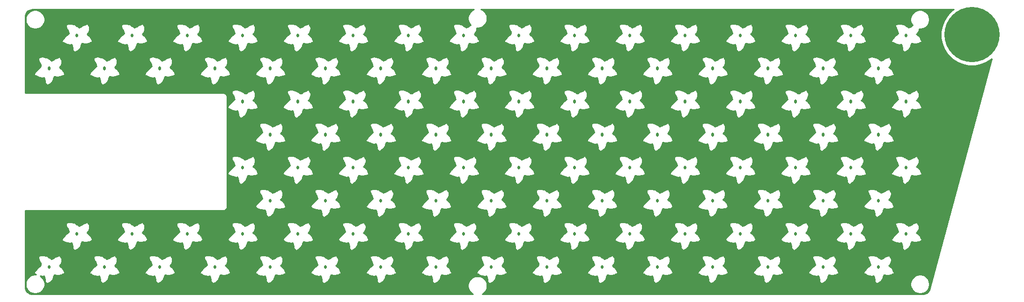
<source format=gbr>
G04 #@! TF.GenerationSoftware,KiCad,Pcbnew,(5.1.5)-3*
G04 #@! TF.CreationDate,2021-03-06T02:16:54+09:00*
G04 #@! TF.ProjectId,Kleine Gherkin,4b6c6569-6e65-4204-9768-65726b696e2e,rev?*
G04 #@! TF.SameCoordinates,Original*
G04 #@! TF.FileFunction,Copper,L2,Bot*
G04 #@! TF.FilePolarity,Positive*
%FSLAX46Y46*%
G04 Gerber Fmt 4.6, Leading zero omitted, Abs format (unit mm)*
G04 Created by KiCad (PCBNEW (5.1.5)-3) date 2021-03-06 02:16:54*
%MOMM*%
%LPD*%
G04 APERTURE LIST*
%ADD10C,10.000000*%
%ADD11C,0.500000*%
%ADD12C,0.254000*%
G04 APERTURE END LIST*
D10*
X202406250Y-36750000D03*
D11*
X190500000Y-36980000D02*
X190500000Y-36780000D01*
X180500000Y-36980000D02*
X180500000Y-36780000D01*
X160500000Y-36980000D02*
X160500000Y-36780000D01*
X170500000Y-36980000D02*
X170500000Y-36780000D01*
X120500000Y-36980000D02*
X120500000Y-36780000D01*
X140500000Y-36980000D02*
X140500000Y-36780000D01*
X130500000Y-36980000D02*
X130500000Y-36780000D01*
X150500000Y-36980000D02*
X150500000Y-36780000D01*
X80500000Y-36980000D02*
X80500000Y-36780000D01*
X60500000Y-36980000D02*
X60500000Y-36780000D01*
X100500000Y-36980000D02*
X100500000Y-36780000D01*
X50500000Y-36980000D02*
X50500000Y-36780000D01*
X70500000Y-36980000D02*
X70500000Y-36780000D01*
X40500000Y-36980000D02*
X40500000Y-36780000D01*
X90500000Y-36980000D02*
X90500000Y-36780000D01*
X110500000Y-36980000D02*
X110500000Y-36780000D01*
X155500000Y-42980000D02*
X155500000Y-42780000D01*
X135500000Y-42980000D02*
X135500000Y-42780000D01*
X175500000Y-42980000D02*
X175500000Y-42780000D01*
X125500000Y-42980000D02*
X125500000Y-42780000D01*
X145500000Y-42980000D02*
X145500000Y-42780000D01*
X55500000Y-42980000D02*
X55500000Y-42780000D01*
X85500000Y-42980000D02*
X85500000Y-42780000D01*
X105500000Y-42980000D02*
X105500000Y-42780000D01*
X45500000Y-42980000D02*
X45500000Y-42780000D01*
X115500000Y-42980000D02*
X115500000Y-42780000D01*
X165500000Y-42980000D02*
X165500000Y-42780000D01*
X95500000Y-42980000D02*
X95500000Y-42780000D01*
X75500000Y-42980000D02*
X75500000Y-42780000D01*
X65500000Y-42980000D02*
X65500000Y-42780000D01*
X35500000Y-42980000D02*
X35500000Y-42780000D01*
X185500000Y-42980000D02*
X185500000Y-42780000D01*
X95500000Y-54980000D02*
X95500000Y-54780000D01*
X185500000Y-54980000D02*
X185500000Y-54780000D01*
X75500000Y-54980000D02*
X75500000Y-54780000D01*
X160500000Y-48980000D02*
X160500000Y-48780000D01*
X140500000Y-48980000D02*
X140500000Y-48780000D01*
X180500000Y-48980000D02*
X180500000Y-48780000D01*
X130500000Y-48980000D02*
X130500000Y-48780000D01*
X150500000Y-48980000D02*
X150500000Y-48780000D01*
X155500000Y-54980000D02*
X155500000Y-54780000D01*
X90500000Y-48980000D02*
X90500000Y-48780000D01*
X110500000Y-48980000D02*
X110500000Y-48780000D01*
X135500000Y-54980000D02*
X135500000Y-54780000D01*
X120500000Y-48980000D02*
X120500000Y-48780000D01*
X175500000Y-54980000D02*
X175500000Y-54780000D01*
X125500000Y-54980000D02*
X125500000Y-54780000D01*
X145500000Y-54980000D02*
X145500000Y-54780000D01*
X85500000Y-54980000D02*
X85500000Y-54780000D01*
X105500000Y-54980000D02*
X105500000Y-54780000D01*
X170500000Y-48980000D02*
X170500000Y-48780000D01*
X115500000Y-54980000D02*
X115500000Y-54780000D01*
X100500000Y-48980000D02*
X100500000Y-48780000D01*
X165500000Y-54980000D02*
X165500000Y-54780000D01*
X80500000Y-48980000D02*
X80500000Y-48780000D01*
X70500000Y-48980000D02*
X70500000Y-48780000D01*
X190500000Y-48980000D02*
X190500000Y-48780000D01*
X95500000Y-66980000D02*
X95500000Y-66780000D01*
X185500000Y-66980000D02*
X185500000Y-66780000D01*
X75500000Y-66980000D02*
X75500000Y-66780000D01*
X160500000Y-60980000D02*
X160500000Y-60780000D01*
X140500000Y-60980000D02*
X140500000Y-60780000D01*
X180500000Y-60980000D02*
X180500000Y-60780000D01*
X130500000Y-60980000D02*
X130500000Y-60780000D01*
X150500000Y-60980000D02*
X150500000Y-60780000D01*
X155500000Y-66980000D02*
X155500000Y-66780000D01*
X90500000Y-60980000D02*
X90500000Y-60780000D01*
X110500000Y-60980000D02*
X110500000Y-60780000D01*
X135500000Y-66980000D02*
X135500000Y-66780000D01*
X120500000Y-60980000D02*
X120500000Y-60780000D01*
X175500000Y-66980000D02*
X175500000Y-66780000D01*
X125500000Y-66980000D02*
X125500000Y-66780000D01*
X145500000Y-66980000D02*
X145500000Y-66780000D01*
X85500000Y-66980000D02*
X85500000Y-66780000D01*
X105500000Y-66980000D02*
X105500000Y-66780000D01*
X170500000Y-60980000D02*
X170500000Y-60780000D01*
X115500000Y-66980000D02*
X115500000Y-66780000D01*
X100500000Y-60980000D02*
X100500000Y-60780000D01*
X165500000Y-66980000D02*
X165500000Y-66780000D01*
X80500000Y-60980000D02*
X80500000Y-60780000D01*
X70500000Y-60980000D02*
X70500000Y-60780000D01*
X190500000Y-60980000D02*
X190500000Y-60780000D01*
X60500000Y-72980000D02*
X60500000Y-72780000D01*
X185500000Y-78980000D02*
X185500000Y-78780000D01*
X160500000Y-72980000D02*
X160500000Y-72780000D01*
X170500000Y-72980000D02*
X170500000Y-72780000D01*
X55500000Y-78980000D02*
X55500000Y-78780000D01*
X190500000Y-72980000D02*
X190500000Y-72780000D01*
X130500000Y-72980000D02*
X130500000Y-72780000D01*
X70500000Y-72980000D02*
X70500000Y-72780000D01*
X85500000Y-78980000D02*
X85500000Y-78780000D01*
X115500000Y-78980000D02*
X115500000Y-78780000D01*
X165500000Y-78980000D02*
X165500000Y-78780000D01*
X75500000Y-78980000D02*
X75500000Y-78780000D01*
X135500000Y-78980000D02*
X135500000Y-78780000D01*
X105500000Y-78980000D02*
X105500000Y-78780000D01*
X120500000Y-72980000D02*
X120500000Y-72780000D01*
X100500000Y-72980000D02*
X100500000Y-72780000D01*
X35500000Y-78980000D02*
X35500000Y-78780000D01*
X80500000Y-72980000D02*
X80500000Y-72780000D01*
X50500000Y-72980000D02*
X50500000Y-72780000D01*
X45500000Y-78980000D02*
X45500000Y-78780000D01*
X125500000Y-78980000D02*
X125500000Y-78780000D01*
X155500000Y-78980000D02*
X155500000Y-78780000D01*
X90500000Y-72980000D02*
X90500000Y-72780000D01*
X65500000Y-78980000D02*
X65500000Y-78780000D01*
X95500000Y-78980000D02*
X95500000Y-78780000D01*
X140500000Y-72980000D02*
X140500000Y-72780000D01*
X180500000Y-72980000D02*
X180500000Y-72780000D01*
X175500000Y-78980000D02*
X175500000Y-78780000D01*
X40500000Y-72980000D02*
X40500000Y-72780000D01*
X145500000Y-78980000D02*
X145500000Y-78780000D01*
X150500000Y-72980000D02*
X150500000Y-72780000D01*
X110500000Y-72980000D02*
X110500000Y-72780000D01*
D12*
G36*
X112178169Y-32262463D02*
G01*
X111894002Y-32452337D01*
X111652337Y-32694002D01*
X111462463Y-32978169D01*
X111331675Y-33293919D01*
X111265000Y-33629117D01*
X111265000Y-33970883D01*
X111331675Y-34306081D01*
X111462463Y-34621831D01*
X111652337Y-34905998D01*
X111769352Y-35023013D01*
X111659839Y-35059517D01*
X111629553Y-35074330D01*
X111336132Y-35269944D01*
X111151280Y-35362370D01*
X110934302Y-35434696D01*
X110789803Y-35290197D01*
X110777866Y-35279671D01*
X110756796Y-35266408D01*
X110563868Y-35169944D01*
X110270447Y-34974330D01*
X110256796Y-34966408D01*
X110056796Y-34866408D01*
X110024907Y-34855466D01*
X109524907Y-34755466D01*
X109500000Y-34753000D01*
X109100000Y-34753000D01*
X109069198Y-34756792D01*
X108669198Y-34856792D01*
X108651399Y-34862667D01*
X108629443Y-34874403D01*
X108610197Y-34890197D01*
X108594403Y-34909443D01*
X108582667Y-34931399D01*
X108575440Y-34955224D01*
X108573000Y-34980000D01*
X108573000Y-35280000D01*
X108573997Y-35295884D01*
X108579517Y-35320161D01*
X108679517Y-35620161D01*
X108694330Y-35650447D01*
X108884895Y-35936294D01*
X108977976Y-36215538D01*
X109056340Y-36528995D01*
X108723800Y-36778400D01*
X108710197Y-36790197D01*
X108310197Y-37190197D01*
X108300830Y-37200664D01*
X107900830Y-37700664D01*
X107886408Y-37723204D01*
X107786408Y-37923204D01*
X107777510Y-37946456D01*
X107773320Y-37970997D01*
X107773997Y-37995884D01*
X107779517Y-38020161D01*
X107789667Y-38042894D01*
X107804057Y-38063211D01*
X107822134Y-38080329D01*
X107843204Y-38093592D01*
X108243204Y-38293592D01*
X108252833Y-38297917D01*
X108752833Y-38497917D01*
X108775093Y-38504534D01*
X109275093Y-38604534D01*
X109306173Y-38606850D01*
X109330802Y-38603208D01*
X109607594Y-38534010D01*
X109773000Y-39195634D01*
X109773000Y-39480000D01*
X109775440Y-39504776D01*
X109782667Y-39528601D01*
X109794403Y-39550557D01*
X109810197Y-39569803D01*
X110110197Y-39869803D01*
X110137106Y-39890333D01*
X110159839Y-39900483D01*
X110184116Y-39906003D01*
X110209003Y-39906680D01*
X110233544Y-39902490D01*
X110256796Y-39893592D01*
X110456796Y-39793592D01*
X110470447Y-39785670D01*
X110770447Y-39585670D01*
X110789803Y-39569803D01*
X111089803Y-39269803D01*
X111100329Y-39257866D01*
X111113592Y-39236796D01*
X111213592Y-39036796D01*
X111220483Y-39020161D01*
X111417630Y-38428720D01*
X111472655Y-38318669D01*
X112082039Y-38405724D01*
X112117961Y-38405724D01*
X112817961Y-38305724D01*
X112833544Y-38302490D01*
X112856796Y-38293592D01*
X113256796Y-38093592D01*
X113283211Y-38075943D01*
X113300329Y-38057866D01*
X113313592Y-38036796D01*
X113322490Y-38013544D01*
X113326680Y-37989003D01*
X113326191Y-37970997D01*
X117773320Y-37970997D01*
X117773997Y-37995884D01*
X117779517Y-38020161D01*
X117789667Y-38042894D01*
X117804057Y-38063211D01*
X117822134Y-38080329D01*
X117843204Y-38093592D01*
X118243204Y-38293592D01*
X118252833Y-38297917D01*
X118752833Y-38497917D01*
X118775093Y-38504534D01*
X119275093Y-38604534D01*
X119306173Y-38606850D01*
X119330802Y-38603208D01*
X119607594Y-38534010D01*
X119773000Y-39195634D01*
X119773000Y-39480000D01*
X119775440Y-39504776D01*
X119782667Y-39528601D01*
X119794403Y-39550557D01*
X119810197Y-39569803D01*
X120110197Y-39869803D01*
X120137106Y-39890333D01*
X120159839Y-39900483D01*
X120184116Y-39906003D01*
X120209003Y-39906680D01*
X120233544Y-39902490D01*
X120256796Y-39893592D01*
X120456796Y-39793592D01*
X120470447Y-39785670D01*
X120770447Y-39585670D01*
X120789803Y-39569803D01*
X121089803Y-39269803D01*
X121100329Y-39257866D01*
X121113592Y-39236796D01*
X121213592Y-39036796D01*
X121220483Y-39020161D01*
X121417630Y-38428720D01*
X121472655Y-38318669D01*
X122082039Y-38405724D01*
X122117961Y-38405724D01*
X122817961Y-38305724D01*
X122833544Y-38302490D01*
X122856796Y-38293592D01*
X123256796Y-38093592D01*
X123283211Y-38075943D01*
X123300329Y-38057866D01*
X123313592Y-38036796D01*
X123322490Y-38013544D01*
X123326680Y-37989003D01*
X123326191Y-37970997D01*
X127773320Y-37970997D01*
X127773997Y-37995884D01*
X127779517Y-38020161D01*
X127789667Y-38042894D01*
X127804057Y-38063211D01*
X127822134Y-38080329D01*
X127843204Y-38093592D01*
X128243204Y-38293592D01*
X128252833Y-38297917D01*
X128752833Y-38497917D01*
X128775093Y-38504534D01*
X129275093Y-38604534D01*
X129306173Y-38606850D01*
X129330802Y-38603208D01*
X129607594Y-38534010D01*
X129773000Y-39195634D01*
X129773000Y-39480000D01*
X129775440Y-39504776D01*
X129782667Y-39528601D01*
X129794403Y-39550557D01*
X129810197Y-39569803D01*
X130110197Y-39869803D01*
X130137106Y-39890333D01*
X130159839Y-39900483D01*
X130184116Y-39906003D01*
X130209003Y-39906680D01*
X130233544Y-39902490D01*
X130256796Y-39893592D01*
X130456796Y-39793592D01*
X130470447Y-39785670D01*
X130770447Y-39585670D01*
X130789803Y-39569803D01*
X131089803Y-39269803D01*
X131100329Y-39257866D01*
X131113592Y-39236796D01*
X131213592Y-39036796D01*
X131220483Y-39020161D01*
X131417630Y-38428720D01*
X131472655Y-38318669D01*
X132082039Y-38405724D01*
X132117961Y-38405724D01*
X132817961Y-38305724D01*
X132833544Y-38302490D01*
X132856796Y-38293592D01*
X133256796Y-38093592D01*
X133283211Y-38075943D01*
X133300329Y-38057866D01*
X133313592Y-38036796D01*
X133322490Y-38013544D01*
X133326680Y-37989003D01*
X133326191Y-37970997D01*
X137773320Y-37970997D01*
X137773997Y-37995884D01*
X137779517Y-38020161D01*
X137789667Y-38042894D01*
X137804057Y-38063211D01*
X137822134Y-38080329D01*
X137843204Y-38093592D01*
X138243204Y-38293592D01*
X138252833Y-38297917D01*
X138752833Y-38497917D01*
X138775093Y-38504534D01*
X139275093Y-38604534D01*
X139306173Y-38606850D01*
X139330802Y-38603208D01*
X139607594Y-38534010D01*
X139773000Y-39195634D01*
X139773000Y-39480000D01*
X139775440Y-39504776D01*
X139782667Y-39528601D01*
X139794403Y-39550557D01*
X139810197Y-39569803D01*
X140110197Y-39869803D01*
X140137106Y-39890333D01*
X140159839Y-39900483D01*
X140184116Y-39906003D01*
X140209003Y-39906680D01*
X140233544Y-39902490D01*
X140256796Y-39893592D01*
X140456796Y-39793592D01*
X140470447Y-39785670D01*
X140770447Y-39585670D01*
X140789803Y-39569803D01*
X141089803Y-39269803D01*
X141100329Y-39257866D01*
X141113592Y-39236796D01*
X141213592Y-39036796D01*
X141220483Y-39020161D01*
X141417630Y-38428720D01*
X141472655Y-38318669D01*
X142082039Y-38405724D01*
X142117961Y-38405724D01*
X142817961Y-38305724D01*
X142833544Y-38302490D01*
X142856796Y-38293592D01*
X143256796Y-38093592D01*
X143283211Y-38075943D01*
X143300329Y-38057866D01*
X143313592Y-38036796D01*
X143322490Y-38013544D01*
X143326680Y-37989003D01*
X143326191Y-37970997D01*
X147773320Y-37970997D01*
X147773997Y-37995884D01*
X147779517Y-38020161D01*
X147789667Y-38042894D01*
X147804057Y-38063211D01*
X147822134Y-38080329D01*
X147843204Y-38093592D01*
X148243204Y-38293592D01*
X148252833Y-38297917D01*
X148752833Y-38497917D01*
X148775093Y-38504534D01*
X149275093Y-38604534D01*
X149306173Y-38606850D01*
X149330802Y-38603208D01*
X149607594Y-38534010D01*
X149773000Y-39195634D01*
X149773000Y-39480000D01*
X149775440Y-39504776D01*
X149782667Y-39528601D01*
X149794403Y-39550557D01*
X149810197Y-39569803D01*
X150110197Y-39869803D01*
X150137106Y-39890333D01*
X150159839Y-39900483D01*
X150184116Y-39906003D01*
X150209003Y-39906680D01*
X150233544Y-39902490D01*
X150256796Y-39893592D01*
X150456796Y-39793592D01*
X150470447Y-39785670D01*
X150770447Y-39585670D01*
X150789803Y-39569803D01*
X151089803Y-39269803D01*
X151100329Y-39257866D01*
X151113592Y-39236796D01*
X151213592Y-39036796D01*
X151220483Y-39020161D01*
X151417630Y-38428720D01*
X151472655Y-38318669D01*
X152082039Y-38405724D01*
X152117961Y-38405724D01*
X152817961Y-38305724D01*
X152833544Y-38302490D01*
X152856796Y-38293592D01*
X153256796Y-38093592D01*
X153283211Y-38075943D01*
X153300329Y-38057866D01*
X153313592Y-38036796D01*
X153322490Y-38013544D01*
X153326680Y-37989003D01*
X153326191Y-37970997D01*
X157773320Y-37970997D01*
X157773997Y-37995884D01*
X157779517Y-38020161D01*
X157789667Y-38042894D01*
X157804057Y-38063211D01*
X157822134Y-38080329D01*
X157843204Y-38093592D01*
X158243204Y-38293592D01*
X158252833Y-38297917D01*
X158752833Y-38497917D01*
X158775093Y-38504534D01*
X159275093Y-38604534D01*
X159306173Y-38606850D01*
X159330802Y-38603208D01*
X159607594Y-38534010D01*
X159773000Y-39195634D01*
X159773000Y-39480000D01*
X159775440Y-39504776D01*
X159782667Y-39528601D01*
X159794403Y-39550557D01*
X159810197Y-39569803D01*
X160110197Y-39869803D01*
X160137106Y-39890333D01*
X160159839Y-39900483D01*
X160184116Y-39906003D01*
X160209003Y-39906680D01*
X160233544Y-39902490D01*
X160256796Y-39893592D01*
X160456796Y-39793592D01*
X160470447Y-39785670D01*
X160770447Y-39585670D01*
X160789803Y-39569803D01*
X161089803Y-39269803D01*
X161100329Y-39257866D01*
X161113592Y-39236796D01*
X161213592Y-39036796D01*
X161220483Y-39020161D01*
X161417630Y-38428720D01*
X161472655Y-38318669D01*
X162082039Y-38405724D01*
X162117961Y-38405724D01*
X162817961Y-38305724D01*
X162833544Y-38302490D01*
X162856796Y-38293592D01*
X163256796Y-38093592D01*
X163283211Y-38075943D01*
X163300329Y-38057866D01*
X163313592Y-38036796D01*
X163322490Y-38013544D01*
X163326680Y-37989003D01*
X163326191Y-37970997D01*
X167773320Y-37970997D01*
X167773997Y-37995884D01*
X167779517Y-38020161D01*
X167789667Y-38042894D01*
X167804057Y-38063211D01*
X167822134Y-38080329D01*
X167843204Y-38093592D01*
X168243204Y-38293592D01*
X168252833Y-38297917D01*
X168752833Y-38497917D01*
X168775093Y-38504534D01*
X169275093Y-38604534D01*
X169306173Y-38606850D01*
X169330802Y-38603208D01*
X169607594Y-38534010D01*
X169773000Y-39195634D01*
X169773000Y-39480000D01*
X169775440Y-39504776D01*
X169782667Y-39528601D01*
X169794403Y-39550557D01*
X169810197Y-39569803D01*
X170110197Y-39869803D01*
X170137106Y-39890333D01*
X170159839Y-39900483D01*
X170184116Y-39906003D01*
X170209003Y-39906680D01*
X170233544Y-39902490D01*
X170256796Y-39893592D01*
X170456796Y-39793592D01*
X170470447Y-39785670D01*
X170770447Y-39585670D01*
X170789803Y-39569803D01*
X171089803Y-39269803D01*
X171100329Y-39257866D01*
X171113592Y-39236796D01*
X171213592Y-39036796D01*
X171220483Y-39020161D01*
X171417630Y-38428720D01*
X171472655Y-38318669D01*
X172082039Y-38405724D01*
X172117961Y-38405724D01*
X172817961Y-38305724D01*
X172833544Y-38302490D01*
X172856796Y-38293592D01*
X173256796Y-38093592D01*
X173283211Y-38075943D01*
X173300329Y-38057866D01*
X173313592Y-38036796D01*
X173322490Y-38013544D01*
X173326680Y-37989003D01*
X173326191Y-37970997D01*
X177773320Y-37970997D01*
X177773997Y-37995884D01*
X177779517Y-38020161D01*
X177789667Y-38042894D01*
X177804057Y-38063211D01*
X177822134Y-38080329D01*
X177843204Y-38093592D01*
X178243204Y-38293592D01*
X178252833Y-38297917D01*
X178752833Y-38497917D01*
X178775093Y-38504534D01*
X179275093Y-38604534D01*
X179306173Y-38606850D01*
X179330802Y-38603208D01*
X179607594Y-38534010D01*
X179773000Y-39195634D01*
X179773000Y-39480000D01*
X179775440Y-39504776D01*
X179782667Y-39528601D01*
X179794403Y-39550557D01*
X179810197Y-39569803D01*
X180110197Y-39869803D01*
X180137106Y-39890333D01*
X180159839Y-39900483D01*
X180184116Y-39906003D01*
X180209003Y-39906680D01*
X180233544Y-39902490D01*
X180256796Y-39893592D01*
X180456796Y-39793592D01*
X180470447Y-39785670D01*
X180770447Y-39585670D01*
X180789803Y-39569803D01*
X181089803Y-39269803D01*
X181100329Y-39257866D01*
X181113592Y-39236796D01*
X181213592Y-39036796D01*
X181220483Y-39020161D01*
X181417630Y-38428720D01*
X181472655Y-38318669D01*
X182082039Y-38405724D01*
X182117961Y-38405724D01*
X182817961Y-38305724D01*
X182833544Y-38302490D01*
X182856796Y-38293592D01*
X183256796Y-38093592D01*
X183283211Y-38075943D01*
X183300329Y-38057866D01*
X183313592Y-38036796D01*
X183322490Y-38013544D01*
X183326680Y-37989003D01*
X183326191Y-37970997D01*
X187773320Y-37970997D01*
X187773997Y-37995884D01*
X187779517Y-38020161D01*
X187789667Y-38042894D01*
X187804057Y-38063211D01*
X187822134Y-38080329D01*
X187843204Y-38093592D01*
X188243204Y-38293592D01*
X188252833Y-38297917D01*
X188752833Y-38497917D01*
X188775093Y-38504534D01*
X189275093Y-38604534D01*
X189306173Y-38606850D01*
X189330802Y-38603208D01*
X189607594Y-38534010D01*
X189773000Y-39195634D01*
X189773000Y-39480000D01*
X189775440Y-39504776D01*
X189782667Y-39528601D01*
X189794403Y-39550557D01*
X189810197Y-39569803D01*
X190110197Y-39869803D01*
X190137106Y-39890333D01*
X190159839Y-39900483D01*
X190184116Y-39906003D01*
X190209003Y-39906680D01*
X190233544Y-39902490D01*
X190256796Y-39893592D01*
X190456796Y-39793592D01*
X190470447Y-39785670D01*
X190770447Y-39585670D01*
X190789803Y-39569803D01*
X191089803Y-39269803D01*
X191100329Y-39257866D01*
X191113592Y-39236796D01*
X191213592Y-39036796D01*
X191220483Y-39020161D01*
X191417630Y-38428720D01*
X191472655Y-38318669D01*
X192082039Y-38405724D01*
X192117961Y-38405724D01*
X192817961Y-38305724D01*
X192833544Y-38302490D01*
X192856796Y-38293592D01*
X193256796Y-38093592D01*
X193283211Y-38075943D01*
X193300329Y-38057866D01*
X193313592Y-38036796D01*
X193322490Y-38013544D01*
X193326680Y-37989003D01*
X193326003Y-37964116D01*
X193320483Y-37939839D01*
X193220483Y-37639839D01*
X193213592Y-37623204D01*
X193013592Y-37223204D01*
X193005597Y-37209443D01*
X192989803Y-37190197D01*
X192689803Y-36890197D01*
X192670447Y-36874330D01*
X192380914Y-36681308D01*
X192379606Y-36680000D01*
X192489803Y-36569803D01*
X192505670Y-36550447D01*
X192705670Y-36250447D01*
X192714832Y-36234247D01*
X192723208Y-36210802D01*
X192823208Y-35810802D01*
X192827000Y-35780000D01*
X192827000Y-35734579D01*
X192829117Y-35735000D01*
X193170883Y-35735000D01*
X193506081Y-35668325D01*
X193821831Y-35537537D01*
X194105998Y-35347663D01*
X194347663Y-35105998D01*
X194537537Y-34821831D01*
X194668325Y-34506081D01*
X194735000Y-34170883D01*
X194735000Y-33829117D01*
X194668325Y-33493919D01*
X194537537Y-33178169D01*
X194347663Y-32894002D01*
X194105998Y-32652337D01*
X193821831Y-32462463D01*
X193506081Y-32331675D01*
X193170883Y-32265000D01*
X192829117Y-32265000D01*
X192493919Y-32331675D01*
X192178169Y-32462463D01*
X191894002Y-32652337D01*
X191652337Y-32894002D01*
X191462463Y-33178169D01*
X191331675Y-33493919D01*
X191265000Y-33829117D01*
X191265000Y-34170883D01*
X191331675Y-34506081D01*
X191462463Y-34821831D01*
X191630777Y-35073731D01*
X191629553Y-35074330D01*
X191336132Y-35269944D01*
X191151280Y-35362370D01*
X190934302Y-35434696D01*
X190789803Y-35290197D01*
X190777866Y-35279671D01*
X190756796Y-35266408D01*
X190563868Y-35169944D01*
X190270447Y-34974330D01*
X190256796Y-34966408D01*
X190056796Y-34866408D01*
X190024907Y-34855466D01*
X189524907Y-34755466D01*
X189500000Y-34753000D01*
X189100000Y-34753000D01*
X189069198Y-34756792D01*
X188669198Y-34856792D01*
X188651399Y-34862667D01*
X188629443Y-34874403D01*
X188610197Y-34890197D01*
X188594403Y-34909443D01*
X188582667Y-34931399D01*
X188575440Y-34955224D01*
X188573000Y-34980000D01*
X188573000Y-35280000D01*
X188573997Y-35295884D01*
X188579517Y-35320161D01*
X188679517Y-35620161D01*
X188694330Y-35650447D01*
X188884895Y-35936294D01*
X188977976Y-36215538D01*
X189056340Y-36528995D01*
X188723800Y-36778400D01*
X188710197Y-36790197D01*
X188310197Y-37190197D01*
X188300830Y-37200664D01*
X187900830Y-37700664D01*
X187886408Y-37723204D01*
X187786408Y-37923204D01*
X187777510Y-37946456D01*
X187773320Y-37970997D01*
X183326191Y-37970997D01*
X183326003Y-37964116D01*
X183320483Y-37939839D01*
X183220483Y-37639839D01*
X183213592Y-37623204D01*
X183013592Y-37223204D01*
X183005597Y-37209443D01*
X182989803Y-37190197D01*
X182689803Y-36890197D01*
X182670447Y-36874330D01*
X182380914Y-36681308D01*
X182379606Y-36680000D01*
X182489803Y-36569803D01*
X182505670Y-36550447D01*
X182705670Y-36250447D01*
X182714832Y-36234247D01*
X182723208Y-36210802D01*
X182823208Y-35810802D01*
X182827000Y-35780000D01*
X182827000Y-35380000D01*
X182824586Y-35355354D01*
X182817383Y-35331522D01*
X182805670Y-35309553D01*
X182610056Y-35016132D01*
X182513592Y-34823204D01*
X182500329Y-34802134D01*
X182483211Y-34784057D01*
X182462894Y-34769667D01*
X182440161Y-34759517D01*
X182415884Y-34753997D01*
X182390997Y-34753320D01*
X182366456Y-34757510D01*
X182343204Y-34766408D01*
X181951280Y-34962370D01*
X181659839Y-35059517D01*
X181629553Y-35074330D01*
X181336132Y-35269944D01*
X181151280Y-35362370D01*
X180934302Y-35434696D01*
X180789803Y-35290197D01*
X180777866Y-35279671D01*
X180756796Y-35266408D01*
X180563868Y-35169944D01*
X180270447Y-34974330D01*
X180256796Y-34966408D01*
X180056796Y-34866408D01*
X180024907Y-34855466D01*
X179524907Y-34755466D01*
X179500000Y-34753000D01*
X179100000Y-34753000D01*
X179069198Y-34756792D01*
X178669198Y-34856792D01*
X178651399Y-34862667D01*
X178629443Y-34874403D01*
X178610197Y-34890197D01*
X178594403Y-34909443D01*
X178582667Y-34931399D01*
X178575440Y-34955224D01*
X178573000Y-34980000D01*
X178573000Y-35280000D01*
X178573997Y-35295884D01*
X178579517Y-35320161D01*
X178679517Y-35620161D01*
X178694330Y-35650447D01*
X178884895Y-35936294D01*
X178977976Y-36215538D01*
X179056340Y-36528995D01*
X178723800Y-36778400D01*
X178710197Y-36790197D01*
X178310197Y-37190197D01*
X178300830Y-37200664D01*
X177900830Y-37700664D01*
X177886408Y-37723204D01*
X177786408Y-37923204D01*
X177777510Y-37946456D01*
X177773320Y-37970997D01*
X173326191Y-37970997D01*
X173326003Y-37964116D01*
X173320483Y-37939839D01*
X173220483Y-37639839D01*
X173213592Y-37623204D01*
X173013592Y-37223204D01*
X173005597Y-37209443D01*
X172989803Y-37190197D01*
X172689803Y-36890197D01*
X172670447Y-36874330D01*
X172380914Y-36681308D01*
X172379606Y-36680000D01*
X172489803Y-36569803D01*
X172505670Y-36550447D01*
X172705670Y-36250447D01*
X172714832Y-36234247D01*
X172723208Y-36210802D01*
X172823208Y-35810802D01*
X172827000Y-35780000D01*
X172827000Y-35380000D01*
X172824586Y-35355354D01*
X172817383Y-35331522D01*
X172805670Y-35309553D01*
X172610056Y-35016132D01*
X172513592Y-34823204D01*
X172500329Y-34802134D01*
X172483211Y-34784057D01*
X172462894Y-34769667D01*
X172440161Y-34759517D01*
X172415884Y-34753997D01*
X172390997Y-34753320D01*
X172366456Y-34757510D01*
X172343204Y-34766408D01*
X171951280Y-34962370D01*
X171659839Y-35059517D01*
X171629553Y-35074330D01*
X171336132Y-35269944D01*
X171151280Y-35362370D01*
X170934302Y-35434696D01*
X170789803Y-35290197D01*
X170777866Y-35279671D01*
X170756796Y-35266408D01*
X170563868Y-35169944D01*
X170270447Y-34974330D01*
X170256796Y-34966408D01*
X170056796Y-34866408D01*
X170024907Y-34855466D01*
X169524907Y-34755466D01*
X169500000Y-34753000D01*
X169100000Y-34753000D01*
X169069198Y-34756792D01*
X168669198Y-34856792D01*
X168651399Y-34862667D01*
X168629443Y-34874403D01*
X168610197Y-34890197D01*
X168594403Y-34909443D01*
X168582667Y-34931399D01*
X168575440Y-34955224D01*
X168573000Y-34980000D01*
X168573000Y-35280000D01*
X168573997Y-35295884D01*
X168579517Y-35320161D01*
X168679517Y-35620161D01*
X168694330Y-35650447D01*
X168884895Y-35936294D01*
X168977976Y-36215538D01*
X169056340Y-36528995D01*
X168723800Y-36778400D01*
X168710197Y-36790197D01*
X168310197Y-37190197D01*
X168300830Y-37200664D01*
X167900830Y-37700664D01*
X167886408Y-37723204D01*
X167786408Y-37923204D01*
X167777510Y-37946456D01*
X167773320Y-37970997D01*
X163326191Y-37970997D01*
X163326003Y-37964116D01*
X163320483Y-37939839D01*
X163220483Y-37639839D01*
X163213592Y-37623204D01*
X163013592Y-37223204D01*
X163005597Y-37209443D01*
X162989803Y-37190197D01*
X162689803Y-36890197D01*
X162670447Y-36874330D01*
X162380914Y-36681308D01*
X162379606Y-36680000D01*
X162489803Y-36569803D01*
X162505670Y-36550447D01*
X162705670Y-36250447D01*
X162714832Y-36234247D01*
X162723208Y-36210802D01*
X162823208Y-35810802D01*
X162827000Y-35780000D01*
X162827000Y-35380000D01*
X162824586Y-35355354D01*
X162817383Y-35331522D01*
X162805670Y-35309553D01*
X162610056Y-35016132D01*
X162513592Y-34823204D01*
X162500329Y-34802134D01*
X162483211Y-34784057D01*
X162462894Y-34769667D01*
X162440161Y-34759517D01*
X162415884Y-34753997D01*
X162390997Y-34753320D01*
X162366456Y-34757510D01*
X162343204Y-34766408D01*
X161951280Y-34962370D01*
X161659839Y-35059517D01*
X161629553Y-35074330D01*
X161336132Y-35269944D01*
X161151280Y-35362370D01*
X160934302Y-35434696D01*
X160789803Y-35290197D01*
X160777866Y-35279671D01*
X160756796Y-35266408D01*
X160563868Y-35169944D01*
X160270447Y-34974330D01*
X160256796Y-34966408D01*
X160056796Y-34866408D01*
X160024907Y-34855466D01*
X159524907Y-34755466D01*
X159500000Y-34753000D01*
X159100000Y-34753000D01*
X159069198Y-34756792D01*
X158669198Y-34856792D01*
X158651399Y-34862667D01*
X158629443Y-34874403D01*
X158610197Y-34890197D01*
X158594403Y-34909443D01*
X158582667Y-34931399D01*
X158575440Y-34955224D01*
X158573000Y-34980000D01*
X158573000Y-35280000D01*
X158573997Y-35295884D01*
X158579517Y-35320161D01*
X158679517Y-35620161D01*
X158694330Y-35650447D01*
X158884895Y-35936294D01*
X158977976Y-36215538D01*
X159056340Y-36528995D01*
X158723800Y-36778400D01*
X158710197Y-36790197D01*
X158310197Y-37190197D01*
X158300830Y-37200664D01*
X157900830Y-37700664D01*
X157886408Y-37723204D01*
X157786408Y-37923204D01*
X157777510Y-37946456D01*
X157773320Y-37970997D01*
X153326191Y-37970997D01*
X153326003Y-37964116D01*
X153320483Y-37939839D01*
X153220483Y-37639839D01*
X153213592Y-37623204D01*
X153013592Y-37223204D01*
X153005597Y-37209443D01*
X152989803Y-37190197D01*
X152689803Y-36890197D01*
X152670447Y-36874330D01*
X152380914Y-36681308D01*
X152379606Y-36680000D01*
X152489803Y-36569803D01*
X152505670Y-36550447D01*
X152705670Y-36250447D01*
X152714832Y-36234247D01*
X152723208Y-36210802D01*
X152823208Y-35810802D01*
X152827000Y-35780000D01*
X152827000Y-35380000D01*
X152824586Y-35355354D01*
X152817383Y-35331522D01*
X152805670Y-35309553D01*
X152610056Y-35016132D01*
X152513592Y-34823204D01*
X152500329Y-34802134D01*
X152483211Y-34784057D01*
X152462894Y-34769667D01*
X152440161Y-34759517D01*
X152415884Y-34753997D01*
X152390997Y-34753320D01*
X152366456Y-34757510D01*
X152343204Y-34766408D01*
X151951280Y-34962370D01*
X151659839Y-35059517D01*
X151629553Y-35074330D01*
X151336132Y-35269944D01*
X151151280Y-35362370D01*
X150934302Y-35434696D01*
X150789803Y-35290197D01*
X150777866Y-35279671D01*
X150756796Y-35266408D01*
X150563868Y-35169944D01*
X150270447Y-34974330D01*
X150256796Y-34966408D01*
X150056796Y-34866408D01*
X150024907Y-34855466D01*
X149524907Y-34755466D01*
X149500000Y-34753000D01*
X149100000Y-34753000D01*
X149069198Y-34756792D01*
X148669198Y-34856792D01*
X148651399Y-34862667D01*
X148629443Y-34874403D01*
X148610197Y-34890197D01*
X148594403Y-34909443D01*
X148582667Y-34931399D01*
X148575440Y-34955224D01*
X148573000Y-34980000D01*
X148573000Y-35280000D01*
X148573997Y-35295884D01*
X148579517Y-35320161D01*
X148679517Y-35620161D01*
X148694330Y-35650447D01*
X148884895Y-35936294D01*
X148977976Y-36215538D01*
X149056340Y-36528995D01*
X148723800Y-36778400D01*
X148710197Y-36790197D01*
X148310197Y-37190197D01*
X148300830Y-37200664D01*
X147900830Y-37700664D01*
X147886408Y-37723204D01*
X147786408Y-37923204D01*
X147777510Y-37946456D01*
X147773320Y-37970997D01*
X143326191Y-37970997D01*
X143326003Y-37964116D01*
X143320483Y-37939839D01*
X143220483Y-37639839D01*
X143213592Y-37623204D01*
X143013592Y-37223204D01*
X143005597Y-37209443D01*
X142989803Y-37190197D01*
X142689803Y-36890197D01*
X142670447Y-36874330D01*
X142380914Y-36681308D01*
X142379606Y-36680000D01*
X142489803Y-36569803D01*
X142505670Y-36550447D01*
X142705670Y-36250447D01*
X142714832Y-36234247D01*
X142723208Y-36210802D01*
X142823208Y-35810802D01*
X142827000Y-35780000D01*
X142827000Y-35380000D01*
X142824586Y-35355354D01*
X142817383Y-35331522D01*
X142805670Y-35309553D01*
X142610056Y-35016132D01*
X142513592Y-34823204D01*
X142500329Y-34802134D01*
X142483211Y-34784057D01*
X142462894Y-34769667D01*
X142440161Y-34759517D01*
X142415884Y-34753997D01*
X142390997Y-34753320D01*
X142366456Y-34757510D01*
X142343204Y-34766408D01*
X141951280Y-34962370D01*
X141659839Y-35059517D01*
X141629553Y-35074330D01*
X141336132Y-35269944D01*
X141151280Y-35362370D01*
X140934302Y-35434696D01*
X140789803Y-35290197D01*
X140777866Y-35279671D01*
X140756796Y-35266408D01*
X140563868Y-35169944D01*
X140270447Y-34974330D01*
X140256796Y-34966408D01*
X140056796Y-34866408D01*
X140024907Y-34855466D01*
X139524907Y-34755466D01*
X139500000Y-34753000D01*
X139100000Y-34753000D01*
X139069198Y-34756792D01*
X138669198Y-34856792D01*
X138651399Y-34862667D01*
X138629443Y-34874403D01*
X138610197Y-34890197D01*
X138594403Y-34909443D01*
X138582667Y-34931399D01*
X138575440Y-34955224D01*
X138573000Y-34980000D01*
X138573000Y-35280000D01*
X138573997Y-35295884D01*
X138579517Y-35320161D01*
X138679517Y-35620161D01*
X138694330Y-35650447D01*
X138884895Y-35936294D01*
X138977976Y-36215538D01*
X139056340Y-36528995D01*
X138723800Y-36778400D01*
X138710197Y-36790197D01*
X138310197Y-37190197D01*
X138300830Y-37200664D01*
X137900830Y-37700664D01*
X137886408Y-37723204D01*
X137786408Y-37923204D01*
X137777510Y-37946456D01*
X137773320Y-37970997D01*
X133326191Y-37970997D01*
X133326003Y-37964116D01*
X133320483Y-37939839D01*
X133220483Y-37639839D01*
X133213592Y-37623204D01*
X133013592Y-37223204D01*
X133005597Y-37209443D01*
X132989803Y-37190197D01*
X132689803Y-36890197D01*
X132670447Y-36874330D01*
X132380914Y-36681308D01*
X132379606Y-36680000D01*
X132489803Y-36569803D01*
X132505670Y-36550447D01*
X132705670Y-36250447D01*
X132714832Y-36234247D01*
X132723208Y-36210802D01*
X132823208Y-35810802D01*
X132827000Y-35780000D01*
X132827000Y-35380000D01*
X132824586Y-35355354D01*
X132817383Y-35331522D01*
X132805670Y-35309553D01*
X132610056Y-35016132D01*
X132513592Y-34823204D01*
X132500329Y-34802134D01*
X132483211Y-34784057D01*
X132462894Y-34769667D01*
X132440161Y-34759517D01*
X132415884Y-34753997D01*
X132390997Y-34753320D01*
X132366456Y-34757510D01*
X132343204Y-34766408D01*
X131951280Y-34962370D01*
X131659839Y-35059517D01*
X131629553Y-35074330D01*
X131336132Y-35269944D01*
X131151280Y-35362370D01*
X130934302Y-35434696D01*
X130789803Y-35290197D01*
X130777866Y-35279671D01*
X130756796Y-35266408D01*
X130563868Y-35169944D01*
X130270447Y-34974330D01*
X130256796Y-34966408D01*
X130056796Y-34866408D01*
X130024907Y-34855466D01*
X129524907Y-34755466D01*
X129500000Y-34753000D01*
X129100000Y-34753000D01*
X129069198Y-34756792D01*
X128669198Y-34856792D01*
X128651399Y-34862667D01*
X128629443Y-34874403D01*
X128610197Y-34890197D01*
X128594403Y-34909443D01*
X128582667Y-34931399D01*
X128575440Y-34955224D01*
X128573000Y-34980000D01*
X128573000Y-35280000D01*
X128573997Y-35295884D01*
X128579517Y-35320161D01*
X128679517Y-35620161D01*
X128694330Y-35650447D01*
X128884895Y-35936294D01*
X128977976Y-36215538D01*
X129056340Y-36528995D01*
X128723800Y-36778400D01*
X128710197Y-36790197D01*
X128310197Y-37190197D01*
X128300830Y-37200664D01*
X127900830Y-37700664D01*
X127886408Y-37723204D01*
X127786408Y-37923204D01*
X127777510Y-37946456D01*
X127773320Y-37970997D01*
X123326191Y-37970997D01*
X123326003Y-37964116D01*
X123320483Y-37939839D01*
X123220483Y-37639839D01*
X123213592Y-37623204D01*
X123013592Y-37223204D01*
X123005597Y-37209443D01*
X122989803Y-37190197D01*
X122689803Y-36890197D01*
X122670447Y-36874330D01*
X122380914Y-36681308D01*
X122379606Y-36680000D01*
X122489803Y-36569803D01*
X122505670Y-36550447D01*
X122705670Y-36250447D01*
X122714832Y-36234247D01*
X122723208Y-36210802D01*
X122823208Y-35810802D01*
X122827000Y-35780000D01*
X122827000Y-35380000D01*
X122824586Y-35355354D01*
X122817383Y-35331522D01*
X122805670Y-35309553D01*
X122610056Y-35016132D01*
X122513592Y-34823204D01*
X122500329Y-34802134D01*
X122483211Y-34784057D01*
X122462894Y-34769667D01*
X122440161Y-34759517D01*
X122415884Y-34753997D01*
X122390997Y-34753320D01*
X122366456Y-34757510D01*
X122343204Y-34766408D01*
X121951280Y-34962370D01*
X121659839Y-35059517D01*
X121629553Y-35074330D01*
X121336132Y-35269944D01*
X121151280Y-35362370D01*
X120934302Y-35434696D01*
X120789803Y-35290197D01*
X120777866Y-35279671D01*
X120756796Y-35266408D01*
X120563868Y-35169944D01*
X120270447Y-34974330D01*
X120256796Y-34966408D01*
X120056796Y-34866408D01*
X120024907Y-34855466D01*
X119524907Y-34755466D01*
X119500000Y-34753000D01*
X119100000Y-34753000D01*
X119069198Y-34756792D01*
X118669198Y-34856792D01*
X118651399Y-34862667D01*
X118629443Y-34874403D01*
X118610197Y-34890197D01*
X118594403Y-34909443D01*
X118582667Y-34931399D01*
X118575440Y-34955224D01*
X118573000Y-34980000D01*
X118573000Y-35280000D01*
X118573997Y-35295884D01*
X118579517Y-35320161D01*
X118679517Y-35620161D01*
X118694330Y-35650447D01*
X118884895Y-35936294D01*
X118977976Y-36215538D01*
X119056340Y-36528995D01*
X118723800Y-36778400D01*
X118710197Y-36790197D01*
X118310197Y-37190197D01*
X118300830Y-37200664D01*
X117900830Y-37700664D01*
X117886408Y-37723204D01*
X117786408Y-37923204D01*
X117777510Y-37946456D01*
X117773320Y-37970997D01*
X113326191Y-37970997D01*
X113326003Y-37964116D01*
X113320483Y-37939839D01*
X113220483Y-37639839D01*
X113213592Y-37623204D01*
X113013592Y-37223204D01*
X113005597Y-37209443D01*
X112989803Y-37190197D01*
X112689803Y-36890197D01*
X112670447Y-36874330D01*
X112380914Y-36681308D01*
X112379606Y-36680000D01*
X112489803Y-36569803D01*
X112505670Y-36550447D01*
X112705670Y-36250447D01*
X112714832Y-36234247D01*
X112723208Y-36210802D01*
X112823208Y-35810802D01*
X112827000Y-35780000D01*
X112827000Y-35534579D01*
X112829117Y-35535000D01*
X113170883Y-35535000D01*
X113506081Y-35468325D01*
X113821831Y-35337537D01*
X114105998Y-35147663D01*
X114347663Y-34905998D01*
X114537537Y-34621831D01*
X114668325Y-34306081D01*
X114735000Y-33970883D01*
X114735000Y-33629117D01*
X114668325Y-33293919D01*
X114537537Y-32978169D01*
X114347663Y-32694002D01*
X114105998Y-32452337D01*
X113821831Y-32262463D01*
X113634819Y-32185000D01*
X199095524Y-32185000D01*
X198814147Y-32373010D01*
X198029260Y-33157897D01*
X197412578Y-34080827D01*
X196987800Y-35106331D01*
X196771250Y-36195001D01*
X196771250Y-37304999D01*
X196987800Y-38393669D01*
X197412578Y-39419173D01*
X198029260Y-40342103D01*
X198814147Y-41126990D01*
X199737077Y-41743672D01*
X200762581Y-42168450D01*
X201851251Y-42385000D01*
X202961249Y-42385000D01*
X204049919Y-42168450D01*
X205075423Y-41743672D01*
X205941001Y-41165311D01*
X194799063Y-82732711D01*
X194696492Y-83037590D01*
X194569286Y-83259752D01*
X194401353Y-83452973D01*
X194199085Y-83609899D01*
X193970191Y-83724547D01*
X193719335Y-83793670D01*
X193470670Y-83815000D01*
X113855560Y-83815000D01*
X114105998Y-83647663D01*
X114347663Y-83405998D01*
X114537537Y-83121831D01*
X114668325Y-82806081D01*
X114735000Y-82470883D01*
X114735000Y-82129117D01*
X114668325Y-81793919D01*
X114537537Y-81478169D01*
X114347663Y-81194002D01*
X114105998Y-80952337D01*
X113821831Y-80762463D01*
X113506081Y-80631675D01*
X113170883Y-80565000D01*
X112829117Y-80565000D01*
X112493919Y-80631675D01*
X112178169Y-80762463D01*
X111894002Y-80952337D01*
X111652337Y-81194002D01*
X111462463Y-81478169D01*
X111331675Y-81793919D01*
X111265000Y-82129117D01*
X111265000Y-82470883D01*
X111331675Y-82806081D01*
X111462463Y-83121831D01*
X111652337Y-83405998D01*
X111894002Y-83647663D01*
X112144440Y-83815000D01*
X32533505Y-83815000D01*
X32245218Y-83786733D01*
X32000145Y-83712741D01*
X31774107Y-83592554D01*
X31575721Y-83430754D01*
X31412540Y-83233503D01*
X31290779Y-83008310D01*
X31215076Y-82763753D01*
X31185000Y-82477602D01*
X31185000Y-81829117D01*
X31265000Y-81829117D01*
X31265000Y-82170883D01*
X31331675Y-82506081D01*
X31462463Y-82821831D01*
X31652337Y-83105998D01*
X31894002Y-83347663D01*
X32178169Y-83537537D01*
X32493919Y-83668325D01*
X32829117Y-83735000D01*
X33170883Y-83735000D01*
X33506081Y-83668325D01*
X33821831Y-83537537D01*
X34105998Y-83347663D01*
X34347663Y-83105998D01*
X34537537Y-82821831D01*
X34668325Y-82506081D01*
X34735000Y-82170883D01*
X34735000Y-81829117D01*
X34668325Y-81493919D01*
X34537537Y-81178169D01*
X34347663Y-80894002D01*
X34105998Y-80652337D01*
X33931658Y-80535847D01*
X34275093Y-80604534D01*
X34306173Y-80606850D01*
X34330802Y-80603208D01*
X34607594Y-80534010D01*
X34773000Y-81195634D01*
X34773000Y-81480000D01*
X34775440Y-81504776D01*
X34782667Y-81528601D01*
X34794403Y-81550557D01*
X34810197Y-81569803D01*
X35110197Y-81869803D01*
X35137106Y-81890333D01*
X35159839Y-81900483D01*
X35184116Y-81906003D01*
X35209003Y-81906680D01*
X35233544Y-81902490D01*
X35256796Y-81893592D01*
X35456796Y-81793592D01*
X35470447Y-81785670D01*
X35770447Y-81585670D01*
X35789803Y-81569803D01*
X36089803Y-81269803D01*
X36100329Y-81257866D01*
X36113592Y-81236796D01*
X36213592Y-81036796D01*
X36220483Y-81020161D01*
X36417630Y-80428720D01*
X36472655Y-80318669D01*
X37082039Y-80405724D01*
X37117961Y-80405724D01*
X37817961Y-80305724D01*
X37833544Y-80302490D01*
X37856796Y-80293592D01*
X38256796Y-80093592D01*
X38283211Y-80075943D01*
X38300329Y-80057866D01*
X38313592Y-80036796D01*
X38322490Y-80013544D01*
X38326680Y-79989003D01*
X38326191Y-79970997D01*
X42773320Y-79970997D01*
X42773997Y-79995884D01*
X42779517Y-80020161D01*
X42789667Y-80042894D01*
X42804057Y-80063211D01*
X42822134Y-80080329D01*
X42843204Y-80093592D01*
X43243204Y-80293592D01*
X43252833Y-80297917D01*
X43752833Y-80497917D01*
X43775093Y-80504534D01*
X44275093Y-80604534D01*
X44306173Y-80606850D01*
X44330802Y-80603208D01*
X44607594Y-80534010D01*
X44773000Y-81195634D01*
X44773000Y-81480000D01*
X44775440Y-81504776D01*
X44782667Y-81528601D01*
X44794403Y-81550557D01*
X44810197Y-81569803D01*
X45110197Y-81869803D01*
X45137106Y-81890333D01*
X45159839Y-81900483D01*
X45184116Y-81906003D01*
X45209003Y-81906680D01*
X45233544Y-81902490D01*
X45256796Y-81893592D01*
X45456796Y-81793592D01*
X45470447Y-81785670D01*
X45770447Y-81585670D01*
X45789803Y-81569803D01*
X46089803Y-81269803D01*
X46100329Y-81257866D01*
X46113592Y-81236796D01*
X46213592Y-81036796D01*
X46220483Y-81020161D01*
X46417630Y-80428720D01*
X46472655Y-80318669D01*
X47082039Y-80405724D01*
X47117961Y-80405724D01*
X47817961Y-80305724D01*
X47833544Y-80302490D01*
X47856796Y-80293592D01*
X48256796Y-80093592D01*
X48283211Y-80075943D01*
X48300329Y-80057866D01*
X48313592Y-80036796D01*
X48322490Y-80013544D01*
X48326680Y-79989003D01*
X48326191Y-79970997D01*
X52773320Y-79970997D01*
X52773997Y-79995884D01*
X52779517Y-80020161D01*
X52789667Y-80042894D01*
X52804057Y-80063211D01*
X52822134Y-80080329D01*
X52843204Y-80093592D01*
X53243204Y-80293592D01*
X53252833Y-80297917D01*
X53752833Y-80497917D01*
X53775093Y-80504534D01*
X54275093Y-80604534D01*
X54306173Y-80606850D01*
X54330802Y-80603208D01*
X54607594Y-80534010D01*
X54773000Y-81195634D01*
X54773000Y-81480000D01*
X54775440Y-81504776D01*
X54782667Y-81528601D01*
X54794403Y-81550557D01*
X54810197Y-81569803D01*
X55110197Y-81869803D01*
X55137106Y-81890333D01*
X55159839Y-81900483D01*
X55184116Y-81906003D01*
X55209003Y-81906680D01*
X55233544Y-81902490D01*
X55256796Y-81893592D01*
X55456796Y-81793592D01*
X55470447Y-81785670D01*
X55770447Y-81585670D01*
X55789803Y-81569803D01*
X56089803Y-81269803D01*
X56100329Y-81257866D01*
X56113592Y-81236796D01*
X56213592Y-81036796D01*
X56220483Y-81020161D01*
X56417630Y-80428720D01*
X56472655Y-80318669D01*
X57082039Y-80405724D01*
X57117961Y-80405724D01*
X57817961Y-80305724D01*
X57833544Y-80302490D01*
X57856796Y-80293592D01*
X58256796Y-80093592D01*
X58283211Y-80075943D01*
X58300329Y-80057866D01*
X58313592Y-80036796D01*
X58322490Y-80013544D01*
X58326680Y-79989003D01*
X58326191Y-79970997D01*
X62773320Y-79970997D01*
X62773997Y-79995884D01*
X62779517Y-80020161D01*
X62789667Y-80042894D01*
X62804057Y-80063211D01*
X62822134Y-80080329D01*
X62843204Y-80093592D01*
X63243204Y-80293592D01*
X63252833Y-80297917D01*
X63752833Y-80497917D01*
X63775093Y-80504534D01*
X64275093Y-80604534D01*
X64306173Y-80606850D01*
X64330802Y-80603208D01*
X64607594Y-80534010D01*
X64773000Y-81195634D01*
X64773000Y-81480000D01*
X64775440Y-81504776D01*
X64782667Y-81528601D01*
X64794403Y-81550557D01*
X64810197Y-81569803D01*
X65110197Y-81869803D01*
X65137106Y-81890333D01*
X65159839Y-81900483D01*
X65184116Y-81906003D01*
X65209003Y-81906680D01*
X65233544Y-81902490D01*
X65256796Y-81893592D01*
X65456796Y-81793592D01*
X65470447Y-81785670D01*
X65770447Y-81585670D01*
X65789803Y-81569803D01*
X66089803Y-81269803D01*
X66100329Y-81257866D01*
X66113592Y-81236796D01*
X66213592Y-81036796D01*
X66220483Y-81020161D01*
X66417630Y-80428720D01*
X66472655Y-80318669D01*
X67082039Y-80405724D01*
X67117961Y-80405724D01*
X67817961Y-80305724D01*
X67833544Y-80302490D01*
X67856796Y-80293592D01*
X68256796Y-80093592D01*
X68283211Y-80075943D01*
X68300329Y-80057866D01*
X68313592Y-80036796D01*
X68322490Y-80013544D01*
X68326680Y-79989003D01*
X68326191Y-79970997D01*
X72773320Y-79970997D01*
X72773997Y-79995884D01*
X72779517Y-80020161D01*
X72789667Y-80042894D01*
X72804057Y-80063211D01*
X72822134Y-80080329D01*
X72843204Y-80093592D01*
X73243204Y-80293592D01*
X73252833Y-80297917D01*
X73752833Y-80497917D01*
X73775093Y-80504534D01*
X74275093Y-80604534D01*
X74306173Y-80606850D01*
X74330802Y-80603208D01*
X74607594Y-80534010D01*
X74773000Y-81195634D01*
X74773000Y-81480000D01*
X74775440Y-81504776D01*
X74782667Y-81528601D01*
X74794403Y-81550557D01*
X74810197Y-81569803D01*
X75110197Y-81869803D01*
X75137106Y-81890333D01*
X75159839Y-81900483D01*
X75184116Y-81906003D01*
X75209003Y-81906680D01*
X75233544Y-81902490D01*
X75256796Y-81893592D01*
X75456796Y-81793592D01*
X75470447Y-81785670D01*
X75770447Y-81585670D01*
X75789803Y-81569803D01*
X76089803Y-81269803D01*
X76100329Y-81257866D01*
X76113592Y-81236796D01*
X76213592Y-81036796D01*
X76220483Y-81020161D01*
X76417630Y-80428720D01*
X76472655Y-80318669D01*
X77082039Y-80405724D01*
X77117961Y-80405724D01*
X77817961Y-80305724D01*
X77833544Y-80302490D01*
X77856796Y-80293592D01*
X78256796Y-80093592D01*
X78283211Y-80075943D01*
X78300329Y-80057866D01*
X78313592Y-80036796D01*
X78322490Y-80013544D01*
X78326680Y-79989003D01*
X78326191Y-79970997D01*
X82773320Y-79970997D01*
X82773997Y-79995884D01*
X82779517Y-80020161D01*
X82789667Y-80042894D01*
X82804057Y-80063211D01*
X82822134Y-80080329D01*
X82843204Y-80093592D01*
X83243204Y-80293592D01*
X83252833Y-80297917D01*
X83752833Y-80497917D01*
X83775093Y-80504534D01*
X84275093Y-80604534D01*
X84306173Y-80606850D01*
X84330802Y-80603208D01*
X84607594Y-80534010D01*
X84773000Y-81195634D01*
X84773000Y-81480000D01*
X84775440Y-81504776D01*
X84782667Y-81528601D01*
X84794403Y-81550557D01*
X84810197Y-81569803D01*
X85110197Y-81869803D01*
X85137106Y-81890333D01*
X85159839Y-81900483D01*
X85184116Y-81906003D01*
X85209003Y-81906680D01*
X85233544Y-81902490D01*
X85256796Y-81893592D01*
X85456796Y-81793592D01*
X85470447Y-81785670D01*
X85770447Y-81585670D01*
X85789803Y-81569803D01*
X86089803Y-81269803D01*
X86100329Y-81257866D01*
X86113592Y-81236796D01*
X86213592Y-81036796D01*
X86220483Y-81020161D01*
X86417630Y-80428720D01*
X86472655Y-80318669D01*
X87082039Y-80405724D01*
X87117961Y-80405724D01*
X87817961Y-80305724D01*
X87833544Y-80302490D01*
X87856796Y-80293592D01*
X88256796Y-80093592D01*
X88283211Y-80075943D01*
X88300329Y-80057866D01*
X88313592Y-80036796D01*
X88322490Y-80013544D01*
X88326680Y-79989003D01*
X88326191Y-79970997D01*
X92773320Y-79970997D01*
X92773997Y-79995884D01*
X92779517Y-80020161D01*
X92789667Y-80042894D01*
X92804057Y-80063211D01*
X92822134Y-80080329D01*
X92843204Y-80093592D01*
X93243204Y-80293592D01*
X93252833Y-80297917D01*
X93752833Y-80497917D01*
X93775093Y-80504534D01*
X94275093Y-80604534D01*
X94306173Y-80606850D01*
X94330802Y-80603208D01*
X94607594Y-80534010D01*
X94773000Y-81195634D01*
X94773000Y-81480000D01*
X94775440Y-81504776D01*
X94782667Y-81528601D01*
X94794403Y-81550557D01*
X94810197Y-81569803D01*
X95110197Y-81869803D01*
X95137106Y-81890333D01*
X95159839Y-81900483D01*
X95184116Y-81906003D01*
X95209003Y-81906680D01*
X95233544Y-81902490D01*
X95256796Y-81893592D01*
X95456796Y-81793592D01*
X95470447Y-81785670D01*
X95770447Y-81585670D01*
X95789803Y-81569803D01*
X96089803Y-81269803D01*
X96100329Y-81257866D01*
X96113592Y-81236796D01*
X96213592Y-81036796D01*
X96220483Y-81020161D01*
X96417630Y-80428720D01*
X96472655Y-80318669D01*
X97082039Y-80405724D01*
X97117961Y-80405724D01*
X97817961Y-80305724D01*
X97833544Y-80302490D01*
X97856796Y-80293592D01*
X98256796Y-80093592D01*
X98283211Y-80075943D01*
X98300329Y-80057866D01*
X98313592Y-80036796D01*
X98322490Y-80013544D01*
X98326680Y-79989003D01*
X98326191Y-79970997D01*
X102773320Y-79970997D01*
X102773997Y-79995884D01*
X102779517Y-80020161D01*
X102789667Y-80042894D01*
X102804057Y-80063211D01*
X102822134Y-80080329D01*
X102843204Y-80093592D01*
X103243204Y-80293592D01*
X103252833Y-80297917D01*
X103752833Y-80497917D01*
X103775093Y-80504534D01*
X104275093Y-80604534D01*
X104306173Y-80606850D01*
X104330802Y-80603208D01*
X104607594Y-80534010D01*
X104773000Y-81195634D01*
X104773000Y-81480000D01*
X104775440Y-81504776D01*
X104782667Y-81528601D01*
X104794403Y-81550557D01*
X104810197Y-81569803D01*
X105110197Y-81869803D01*
X105137106Y-81890333D01*
X105159839Y-81900483D01*
X105184116Y-81906003D01*
X105209003Y-81906680D01*
X105233544Y-81902490D01*
X105256796Y-81893592D01*
X105456796Y-81793592D01*
X105470447Y-81785670D01*
X105770447Y-81585670D01*
X105789803Y-81569803D01*
X106089803Y-81269803D01*
X106100329Y-81257866D01*
X106113592Y-81236796D01*
X106213592Y-81036796D01*
X106220483Y-81020161D01*
X106417630Y-80428720D01*
X106472655Y-80318669D01*
X107082039Y-80405724D01*
X107117961Y-80405724D01*
X107817961Y-80305724D01*
X107833544Y-80302490D01*
X107856796Y-80293592D01*
X108256796Y-80093592D01*
X108283211Y-80075943D01*
X108300329Y-80057866D01*
X108313592Y-80036796D01*
X108322490Y-80013544D01*
X108326680Y-79989003D01*
X108326191Y-79970997D01*
X112773320Y-79970997D01*
X112773997Y-79995884D01*
X112779517Y-80020161D01*
X112789667Y-80042894D01*
X112804057Y-80063211D01*
X112822134Y-80080329D01*
X112843204Y-80093592D01*
X113243204Y-80293592D01*
X113252833Y-80297917D01*
X113752833Y-80497917D01*
X113775093Y-80504534D01*
X114275093Y-80604534D01*
X114306173Y-80606850D01*
X114330802Y-80603208D01*
X114607594Y-80534010D01*
X114773000Y-81195634D01*
X114773000Y-81480000D01*
X114775440Y-81504776D01*
X114782667Y-81528601D01*
X114794403Y-81550557D01*
X114810197Y-81569803D01*
X115110197Y-81869803D01*
X115137106Y-81890333D01*
X115159839Y-81900483D01*
X115184116Y-81906003D01*
X115209003Y-81906680D01*
X115233544Y-81902490D01*
X115256796Y-81893592D01*
X115456796Y-81793592D01*
X115470447Y-81785670D01*
X115770447Y-81585670D01*
X115789803Y-81569803D01*
X116089803Y-81269803D01*
X116100329Y-81257866D01*
X116113592Y-81236796D01*
X116213592Y-81036796D01*
X116220483Y-81020161D01*
X116417630Y-80428720D01*
X116472655Y-80318669D01*
X117082039Y-80405724D01*
X117117961Y-80405724D01*
X117817961Y-80305724D01*
X117833544Y-80302490D01*
X117856796Y-80293592D01*
X118256796Y-80093592D01*
X118283211Y-80075943D01*
X118300329Y-80057866D01*
X118313592Y-80036796D01*
X118322490Y-80013544D01*
X118326680Y-79989003D01*
X118326191Y-79970997D01*
X122773320Y-79970997D01*
X122773997Y-79995884D01*
X122779517Y-80020161D01*
X122789667Y-80042894D01*
X122804057Y-80063211D01*
X122822134Y-80080329D01*
X122843204Y-80093592D01*
X123243204Y-80293592D01*
X123252833Y-80297917D01*
X123752833Y-80497917D01*
X123775093Y-80504534D01*
X124275093Y-80604534D01*
X124306173Y-80606850D01*
X124330802Y-80603208D01*
X124607594Y-80534010D01*
X124773000Y-81195634D01*
X124773000Y-81480000D01*
X124775440Y-81504776D01*
X124782667Y-81528601D01*
X124794403Y-81550557D01*
X124810197Y-81569803D01*
X125110197Y-81869803D01*
X125137106Y-81890333D01*
X125159839Y-81900483D01*
X125184116Y-81906003D01*
X125209003Y-81906680D01*
X125233544Y-81902490D01*
X125256796Y-81893592D01*
X125456796Y-81793592D01*
X125470447Y-81785670D01*
X125770447Y-81585670D01*
X125789803Y-81569803D01*
X126089803Y-81269803D01*
X126100329Y-81257866D01*
X126113592Y-81236796D01*
X126213592Y-81036796D01*
X126220483Y-81020161D01*
X126417630Y-80428720D01*
X126472655Y-80318669D01*
X127082039Y-80405724D01*
X127117961Y-80405724D01*
X127817961Y-80305724D01*
X127833544Y-80302490D01*
X127856796Y-80293592D01*
X128256796Y-80093592D01*
X128283211Y-80075943D01*
X128300329Y-80057866D01*
X128313592Y-80036796D01*
X128322490Y-80013544D01*
X128326680Y-79989003D01*
X128326191Y-79970997D01*
X132773320Y-79970997D01*
X132773997Y-79995884D01*
X132779517Y-80020161D01*
X132789667Y-80042894D01*
X132804057Y-80063211D01*
X132822134Y-80080329D01*
X132843204Y-80093592D01*
X133243204Y-80293592D01*
X133252833Y-80297917D01*
X133752833Y-80497917D01*
X133775093Y-80504534D01*
X134275093Y-80604534D01*
X134306173Y-80606850D01*
X134330802Y-80603208D01*
X134607594Y-80534010D01*
X134773000Y-81195634D01*
X134773000Y-81480000D01*
X134775440Y-81504776D01*
X134782667Y-81528601D01*
X134794403Y-81550557D01*
X134810197Y-81569803D01*
X135110197Y-81869803D01*
X135137106Y-81890333D01*
X135159839Y-81900483D01*
X135184116Y-81906003D01*
X135209003Y-81906680D01*
X135233544Y-81902490D01*
X135256796Y-81893592D01*
X135456796Y-81793592D01*
X135470447Y-81785670D01*
X135770447Y-81585670D01*
X135789803Y-81569803D01*
X136089803Y-81269803D01*
X136100329Y-81257866D01*
X136113592Y-81236796D01*
X136213592Y-81036796D01*
X136220483Y-81020161D01*
X136417630Y-80428720D01*
X136472655Y-80318669D01*
X137082039Y-80405724D01*
X137117961Y-80405724D01*
X137817961Y-80305724D01*
X137833544Y-80302490D01*
X137856796Y-80293592D01*
X138256796Y-80093592D01*
X138283211Y-80075943D01*
X138300329Y-80057866D01*
X138313592Y-80036796D01*
X138322490Y-80013544D01*
X138326680Y-79989003D01*
X138326191Y-79970997D01*
X142773320Y-79970997D01*
X142773997Y-79995884D01*
X142779517Y-80020161D01*
X142789667Y-80042894D01*
X142804057Y-80063211D01*
X142822134Y-80080329D01*
X142843204Y-80093592D01*
X143243204Y-80293592D01*
X143252833Y-80297917D01*
X143752833Y-80497917D01*
X143775093Y-80504534D01*
X144275093Y-80604534D01*
X144306173Y-80606850D01*
X144330802Y-80603208D01*
X144607594Y-80534010D01*
X144773000Y-81195634D01*
X144773000Y-81480000D01*
X144775440Y-81504776D01*
X144782667Y-81528601D01*
X144794403Y-81550557D01*
X144810197Y-81569803D01*
X145110197Y-81869803D01*
X145137106Y-81890333D01*
X145159839Y-81900483D01*
X145184116Y-81906003D01*
X145209003Y-81906680D01*
X145233544Y-81902490D01*
X145256796Y-81893592D01*
X145456796Y-81793592D01*
X145470447Y-81785670D01*
X145770447Y-81585670D01*
X145789803Y-81569803D01*
X146089803Y-81269803D01*
X146100329Y-81257866D01*
X146113592Y-81236796D01*
X146213592Y-81036796D01*
X146220483Y-81020161D01*
X146417630Y-80428720D01*
X146472655Y-80318669D01*
X147082039Y-80405724D01*
X147117961Y-80405724D01*
X147817961Y-80305724D01*
X147833544Y-80302490D01*
X147856796Y-80293592D01*
X148256796Y-80093592D01*
X148283211Y-80075943D01*
X148300329Y-80057866D01*
X148313592Y-80036796D01*
X148322490Y-80013544D01*
X148326680Y-79989003D01*
X148326191Y-79970997D01*
X152773320Y-79970997D01*
X152773997Y-79995884D01*
X152779517Y-80020161D01*
X152789667Y-80042894D01*
X152804057Y-80063211D01*
X152822134Y-80080329D01*
X152843204Y-80093592D01*
X153243204Y-80293592D01*
X153252833Y-80297917D01*
X153752833Y-80497917D01*
X153775093Y-80504534D01*
X154275093Y-80604534D01*
X154306173Y-80606850D01*
X154330802Y-80603208D01*
X154607594Y-80534010D01*
X154773000Y-81195634D01*
X154773000Y-81480000D01*
X154775440Y-81504776D01*
X154782667Y-81528601D01*
X154794403Y-81550557D01*
X154810197Y-81569803D01*
X155110197Y-81869803D01*
X155137106Y-81890333D01*
X155159839Y-81900483D01*
X155184116Y-81906003D01*
X155209003Y-81906680D01*
X155233544Y-81902490D01*
X155256796Y-81893592D01*
X155456796Y-81793592D01*
X155470447Y-81785670D01*
X155770447Y-81585670D01*
X155789803Y-81569803D01*
X156089803Y-81269803D01*
X156100329Y-81257866D01*
X156113592Y-81236796D01*
X156213592Y-81036796D01*
X156220483Y-81020161D01*
X156417630Y-80428720D01*
X156472655Y-80318669D01*
X157082039Y-80405724D01*
X157117961Y-80405724D01*
X157817961Y-80305724D01*
X157833544Y-80302490D01*
X157856796Y-80293592D01*
X158256796Y-80093592D01*
X158283211Y-80075943D01*
X158300329Y-80057866D01*
X158313592Y-80036796D01*
X158322490Y-80013544D01*
X158326680Y-79989003D01*
X158326191Y-79970997D01*
X162773320Y-79970997D01*
X162773997Y-79995884D01*
X162779517Y-80020161D01*
X162789667Y-80042894D01*
X162804057Y-80063211D01*
X162822134Y-80080329D01*
X162843204Y-80093592D01*
X163243204Y-80293592D01*
X163252833Y-80297917D01*
X163752833Y-80497917D01*
X163775093Y-80504534D01*
X164275093Y-80604534D01*
X164306173Y-80606850D01*
X164330802Y-80603208D01*
X164607594Y-80534010D01*
X164773000Y-81195634D01*
X164773000Y-81480000D01*
X164775440Y-81504776D01*
X164782667Y-81528601D01*
X164794403Y-81550557D01*
X164810197Y-81569803D01*
X165110197Y-81869803D01*
X165137106Y-81890333D01*
X165159839Y-81900483D01*
X165184116Y-81906003D01*
X165209003Y-81906680D01*
X165233544Y-81902490D01*
X165256796Y-81893592D01*
X165456796Y-81793592D01*
X165470447Y-81785670D01*
X165770447Y-81585670D01*
X165789803Y-81569803D01*
X166089803Y-81269803D01*
X166100329Y-81257866D01*
X166113592Y-81236796D01*
X166213592Y-81036796D01*
X166220483Y-81020161D01*
X166417630Y-80428720D01*
X166472655Y-80318669D01*
X167082039Y-80405724D01*
X167117961Y-80405724D01*
X167817961Y-80305724D01*
X167833544Y-80302490D01*
X167856796Y-80293592D01*
X168256796Y-80093592D01*
X168283211Y-80075943D01*
X168300329Y-80057866D01*
X168313592Y-80036796D01*
X168322490Y-80013544D01*
X168326680Y-79989003D01*
X168326191Y-79970997D01*
X172773320Y-79970997D01*
X172773997Y-79995884D01*
X172779517Y-80020161D01*
X172789667Y-80042894D01*
X172804057Y-80063211D01*
X172822134Y-80080329D01*
X172843204Y-80093592D01*
X173243204Y-80293592D01*
X173252833Y-80297917D01*
X173752833Y-80497917D01*
X173775093Y-80504534D01*
X174275093Y-80604534D01*
X174306173Y-80606850D01*
X174330802Y-80603208D01*
X174607594Y-80534010D01*
X174773000Y-81195634D01*
X174773000Y-81480000D01*
X174775440Y-81504776D01*
X174782667Y-81528601D01*
X174794403Y-81550557D01*
X174810197Y-81569803D01*
X175110197Y-81869803D01*
X175137106Y-81890333D01*
X175159839Y-81900483D01*
X175184116Y-81906003D01*
X175209003Y-81906680D01*
X175233544Y-81902490D01*
X175256796Y-81893592D01*
X175456796Y-81793592D01*
X175470447Y-81785670D01*
X175770447Y-81585670D01*
X175789803Y-81569803D01*
X176089803Y-81269803D01*
X176100329Y-81257866D01*
X176113592Y-81236796D01*
X176213592Y-81036796D01*
X176220483Y-81020161D01*
X176417630Y-80428720D01*
X176472655Y-80318669D01*
X177082039Y-80405724D01*
X177117961Y-80405724D01*
X177817961Y-80305724D01*
X177833544Y-80302490D01*
X177856796Y-80293592D01*
X178256796Y-80093592D01*
X178283211Y-80075943D01*
X178300329Y-80057866D01*
X178313592Y-80036796D01*
X178322490Y-80013544D01*
X178326680Y-79989003D01*
X178326191Y-79970997D01*
X182773320Y-79970997D01*
X182773997Y-79995884D01*
X182779517Y-80020161D01*
X182789667Y-80042894D01*
X182804057Y-80063211D01*
X182822134Y-80080329D01*
X182843204Y-80093592D01*
X183243204Y-80293592D01*
X183252833Y-80297917D01*
X183752833Y-80497917D01*
X183775093Y-80504534D01*
X184275093Y-80604534D01*
X184306173Y-80606850D01*
X184330802Y-80603208D01*
X184607594Y-80534010D01*
X184773000Y-81195634D01*
X184773000Y-81480000D01*
X184775440Y-81504776D01*
X184782667Y-81528601D01*
X184794403Y-81550557D01*
X184810197Y-81569803D01*
X185110197Y-81869803D01*
X185137106Y-81890333D01*
X185159839Y-81900483D01*
X185184116Y-81906003D01*
X185209003Y-81906680D01*
X185233544Y-81902490D01*
X185256796Y-81893592D01*
X185385746Y-81829117D01*
X191265000Y-81829117D01*
X191265000Y-82170883D01*
X191331675Y-82506081D01*
X191462463Y-82821831D01*
X191652337Y-83105998D01*
X191894002Y-83347663D01*
X192178169Y-83537537D01*
X192493919Y-83668325D01*
X192829117Y-83735000D01*
X193170883Y-83735000D01*
X193506081Y-83668325D01*
X193821831Y-83537537D01*
X194105998Y-83347663D01*
X194347663Y-83105998D01*
X194537537Y-82821831D01*
X194668325Y-82506081D01*
X194735000Y-82170883D01*
X194735000Y-81829117D01*
X194668325Y-81493919D01*
X194537537Y-81178169D01*
X194347663Y-80894002D01*
X194105998Y-80652337D01*
X193821831Y-80462463D01*
X193506081Y-80331675D01*
X193170883Y-80265000D01*
X192829117Y-80265000D01*
X192493919Y-80331675D01*
X192178169Y-80462463D01*
X191894002Y-80652337D01*
X191652337Y-80894002D01*
X191462463Y-81178169D01*
X191331675Y-81493919D01*
X191265000Y-81829117D01*
X185385746Y-81829117D01*
X185456796Y-81793592D01*
X185470447Y-81785670D01*
X185770447Y-81585670D01*
X185789803Y-81569803D01*
X186089803Y-81269803D01*
X186100329Y-81257866D01*
X186113592Y-81236796D01*
X186213592Y-81036796D01*
X186220483Y-81020161D01*
X186417630Y-80428720D01*
X186472655Y-80318669D01*
X187082039Y-80405724D01*
X187117961Y-80405724D01*
X187817961Y-80305724D01*
X187833544Y-80302490D01*
X187856796Y-80293592D01*
X188256796Y-80093592D01*
X188283211Y-80075943D01*
X188300329Y-80057866D01*
X188313592Y-80036796D01*
X188322490Y-80013544D01*
X188326680Y-79989003D01*
X188326003Y-79964116D01*
X188320483Y-79939839D01*
X188220483Y-79639839D01*
X188213592Y-79623204D01*
X188013592Y-79223204D01*
X188005597Y-79209443D01*
X187989803Y-79190197D01*
X187689803Y-78890197D01*
X187670447Y-78874330D01*
X187380914Y-78681308D01*
X187379606Y-78680000D01*
X187489803Y-78569803D01*
X187505670Y-78550447D01*
X187705670Y-78250447D01*
X187714832Y-78234247D01*
X187723208Y-78210802D01*
X187823208Y-77810802D01*
X187827000Y-77780000D01*
X187827000Y-77380000D01*
X187824586Y-77355354D01*
X187817383Y-77331522D01*
X187805670Y-77309553D01*
X187610056Y-77016132D01*
X187513592Y-76823204D01*
X187500329Y-76802134D01*
X187483211Y-76784057D01*
X187462894Y-76769667D01*
X187440161Y-76759517D01*
X187415884Y-76753997D01*
X187390997Y-76753320D01*
X187366456Y-76757510D01*
X187343204Y-76766408D01*
X186951280Y-76962370D01*
X186659839Y-77059517D01*
X186629553Y-77074330D01*
X186336132Y-77269944D01*
X186151280Y-77362370D01*
X185934302Y-77434696D01*
X185789803Y-77290197D01*
X185777866Y-77279671D01*
X185756796Y-77266408D01*
X185563868Y-77169944D01*
X185270447Y-76974330D01*
X185256796Y-76966408D01*
X185056796Y-76866408D01*
X185024907Y-76855466D01*
X184524907Y-76755466D01*
X184500000Y-76753000D01*
X184100000Y-76753000D01*
X184069198Y-76756792D01*
X183669198Y-76856792D01*
X183651399Y-76862667D01*
X183629443Y-76874403D01*
X183610197Y-76890197D01*
X183594403Y-76909443D01*
X183582667Y-76931399D01*
X183575440Y-76955224D01*
X183573000Y-76980000D01*
X183573000Y-77280000D01*
X183573997Y-77295884D01*
X183579517Y-77320161D01*
X183679517Y-77620161D01*
X183694330Y-77650447D01*
X183884895Y-77936294D01*
X183977976Y-78215538D01*
X184056340Y-78528995D01*
X183723800Y-78778400D01*
X183710197Y-78790197D01*
X183310197Y-79190197D01*
X183300830Y-79200664D01*
X182900830Y-79700664D01*
X182886408Y-79723204D01*
X182786408Y-79923204D01*
X182777510Y-79946456D01*
X182773320Y-79970997D01*
X178326191Y-79970997D01*
X178326003Y-79964116D01*
X178320483Y-79939839D01*
X178220483Y-79639839D01*
X178213592Y-79623204D01*
X178013592Y-79223204D01*
X178005597Y-79209443D01*
X177989803Y-79190197D01*
X177689803Y-78890197D01*
X177670447Y-78874330D01*
X177380914Y-78681308D01*
X177379606Y-78680000D01*
X177489803Y-78569803D01*
X177505670Y-78550447D01*
X177705670Y-78250447D01*
X177714832Y-78234247D01*
X177723208Y-78210802D01*
X177823208Y-77810802D01*
X177827000Y-77780000D01*
X177827000Y-77380000D01*
X177824586Y-77355354D01*
X177817383Y-77331522D01*
X177805670Y-77309553D01*
X177610056Y-77016132D01*
X177513592Y-76823204D01*
X177500329Y-76802134D01*
X177483211Y-76784057D01*
X177462894Y-76769667D01*
X177440161Y-76759517D01*
X177415884Y-76753997D01*
X177390997Y-76753320D01*
X177366456Y-76757510D01*
X177343204Y-76766408D01*
X176951280Y-76962370D01*
X176659839Y-77059517D01*
X176629553Y-77074330D01*
X176336132Y-77269944D01*
X176151280Y-77362370D01*
X175934302Y-77434696D01*
X175789803Y-77290197D01*
X175777866Y-77279671D01*
X175756796Y-77266408D01*
X175563868Y-77169944D01*
X175270447Y-76974330D01*
X175256796Y-76966408D01*
X175056796Y-76866408D01*
X175024907Y-76855466D01*
X174524907Y-76755466D01*
X174500000Y-76753000D01*
X174100000Y-76753000D01*
X174069198Y-76756792D01*
X173669198Y-76856792D01*
X173651399Y-76862667D01*
X173629443Y-76874403D01*
X173610197Y-76890197D01*
X173594403Y-76909443D01*
X173582667Y-76931399D01*
X173575440Y-76955224D01*
X173573000Y-76980000D01*
X173573000Y-77280000D01*
X173573997Y-77295884D01*
X173579517Y-77320161D01*
X173679517Y-77620161D01*
X173694330Y-77650447D01*
X173884895Y-77936294D01*
X173977976Y-78215538D01*
X174056340Y-78528995D01*
X173723800Y-78778400D01*
X173710197Y-78790197D01*
X173310197Y-79190197D01*
X173300830Y-79200664D01*
X172900830Y-79700664D01*
X172886408Y-79723204D01*
X172786408Y-79923204D01*
X172777510Y-79946456D01*
X172773320Y-79970997D01*
X168326191Y-79970997D01*
X168326003Y-79964116D01*
X168320483Y-79939839D01*
X168220483Y-79639839D01*
X168213592Y-79623204D01*
X168013592Y-79223204D01*
X168005597Y-79209443D01*
X167989803Y-79190197D01*
X167689803Y-78890197D01*
X167670447Y-78874330D01*
X167380914Y-78681308D01*
X167379606Y-78680000D01*
X167489803Y-78569803D01*
X167505670Y-78550447D01*
X167705670Y-78250447D01*
X167714832Y-78234247D01*
X167723208Y-78210802D01*
X167823208Y-77810802D01*
X167827000Y-77780000D01*
X167827000Y-77380000D01*
X167824586Y-77355354D01*
X167817383Y-77331522D01*
X167805670Y-77309553D01*
X167610056Y-77016132D01*
X167513592Y-76823204D01*
X167500329Y-76802134D01*
X167483211Y-76784057D01*
X167462894Y-76769667D01*
X167440161Y-76759517D01*
X167415884Y-76753997D01*
X167390997Y-76753320D01*
X167366456Y-76757510D01*
X167343204Y-76766408D01*
X166951280Y-76962370D01*
X166659839Y-77059517D01*
X166629553Y-77074330D01*
X166336132Y-77269944D01*
X166151280Y-77362370D01*
X165934302Y-77434696D01*
X165789803Y-77290197D01*
X165777866Y-77279671D01*
X165756796Y-77266408D01*
X165563868Y-77169944D01*
X165270447Y-76974330D01*
X165256796Y-76966408D01*
X165056796Y-76866408D01*
X165024907Y-76855466D01*
X164524907Y-76755466D01*
X164500000Y-76753000D01*
X164100000Y-76753000D01*
X164069198Y-76756792D01*
X163669198Y-76856792D01*
X163651399Y-76862667D01*
X163629443Y-76874403D01*
X163610197Y-76890197D01*
X163594403Y-76909443D01*
X163582667Y-76931399D01*
X163575440Y-76955224D01*
X163573000Y-76980000D01*
X163573000Y-77280000D01*
X163573997Y-77295884D01*
X163579517Y-77320161D01*
X163679517Y-77620161D01*
X163694330Y-77650447D01*
X163884895Y-77936294D01*
X163977976Y-78215538D01*
X164056340Y-78528995D01*
X163723800Y-78778400D01*
X163710197Y-78790197D01*
X163310197Y-79190197D01*
X163300830Y-79200664D01*
X162900830Y-79700664D01*
X162886408Y-79723204D01*
X162786408Y-79923204D01*
X162777510Y-79946456D01*
X162773320Y-79970997D01*
X158326191Y-79970997D01*
X158326003Y-79964116D01*
X158320483Y-79939839D01*
X158220483Y-79639839D01*
X158213592Y-79623204D01*
X158013592Y-79223204D01*
X158005597Y-79209443D01*
X157989803Y-79190197D01*
X157689803Y-78890197D01*
X157670447Y-78874330D01*
X157380914Y-78681308D01*
X157379606Y-78680000D01*
X157489803Y-78569803D01*
X157505670Y-78550447D01*
X157705670Y-78250447D01*
X157714832Y-78234247D01*
X157723208Y-78210802D01*
X157823208Y-77810802D01*
X157827000Y-77780000D01*
X157827000Y-77380000D01*
X157824586Y-77355354D01*
X157817383Y-77331522D01*
X157805670Y-77309553D01*
X157610056Y-77016132D01*
X157513592Y-76823204D01*
X157500329Y-76802134D01*
X157483211Y-76784057D01*
X157462894Y-76769667D01*
X157440161Y-76759517D01*
X157415884Y-76753997D01*
X157390997Y-76753320D01*
X157366456Y-76757510D01*
X157343204Y-76766408D01*
X156951280Y-76962370D01*
X156659839Y-77059517D01*
X156629553Y-77074330D01*
X156336132Y-77269944D01*
X156151280Y-77362370D01*
X155934302Y-77434696D01*
X155789803Y-77290197D01*
X155777866Y-77279671D01*
X155756796Y-77266408D01*
X155563868Y-77169944D01*
X155270447Y-76974330D01*
X155256796Y-76966408D01*
X155056796Y-76866408D01*
X155024907Y-76855466D01*
X154524907Y-76755466D01*
X154500000Y-76753000D01*
X154100000Y-76753000D01*
X154069198Y-76756792D01*
X153669198Y-76856792D01*
X153651399Y-76862667D01*
X153629443Y-76874403D01*
X153610197Y-76890197D01*
X153594403Y-76909443D01*
X153582667Y-76931399D01*
X153575440Y-76955224D01*
X153573000Y-76980000D01*
X153573000Y-77280000D01*
X153573997Y-77295884D01*
X153579517Y-77320161D01*
X153679517Y-77620161D01*
X153694330Y-77650447D01*
X153884895Y-77936294D01*
X153977976Y-78215538D01*
X154056340Y-78528995D01*
X153723800Y-78778400D01*
X153710197Y-78790197D01*
X153310197Y-79190197D01*
X153300830Y-79200664D01*
X152900830Y-79700664D01*
X152886408Y-79723204D01*
X152786408Y-79923204D01*
X152777510Y-79946456D01*
X152773320Y-79970997D01*
X148326191Y-79970997D01*
X148326003Y-79964116D01*
X148320483Y-79939839D01*
X148220483Y-79639839D01*
X148213592Y-79623204D01*
X148013592Y-79223204D01*
X148005597Y-79209443D01*
X147989803Y-79190197D01*
X147689803Y-78890197D01*
X147670447Y-78874330D01*
X147380914Y-78681308D01*
X147379606Y-78680000D01*
X147489803Y-78569803D01*
X147505670Y-78550447D01*
X147705670Y-78250447D01*
X147714832Y-78234247D01*
X147723208Y-78210802D01*
X147823208Y-77810802D01*
X147827000Y-77780000D01*
X147827000Y-77380000D01*
X147824586Y-77355354D01*
X147817383Y-77331522D01*
X147805670Y-77309553D01*
X147610056Y-77016132D01*
X147513592Y-76823204D01*
X147500329Y-76802134D01*
X147483211Y-76784057D01*
X147462894Y-76769667D01*
X147440161Y-76759517D01*
X147415884Y-76753997D01*
X147390997Y-76753320D01*
X147366456Y-76757510D01*
X147343204Y-76766408D01*
X146951280Y-76962370D01*
X146659839Y-77059517D01*
X146629553Y-77074330D01*
X146336132Y-77269944D01*
X146151280Y-77362370D01*
X145934302Y-77434696D01*
X145789803Y-77290197D01*
X145777866Y-77279671D01*
X145756796Y-77266408D01*
X145563868Y-77169944D01*
X145270447Y-76974330D01*
X145256796Y-76966408D01*
X145056796Y-76866408D01*
X145024907Y-76855466D01*
X144524907Y-76755466D01*
X144500000Y-76753000D01*
X144100000Y-76753000D01*
X144069198Y-76756792D01*
X143669198Y-76856792D01*
X143651399Y-76862667D01*
X143629443Y-76874403D01*
X143610197Y-76890197D01*
X143594403Y-76909443D01*
X143582667Y-76931399D01*
X143575440Y-76955224D01*
X143573000Y-76980000D01*
X143573000Y-77280000D01*
X143573997Y-77295884D01*
X143579517Y-77320161D01*
X143679517Y-77620161D01*
X143694330Y-77650447D01*
X143884895Y-77936294D01*
X143977976Y-78215538D01*
X144056340Y-78528995D01*
X143723800Y-78778400D01*
X143710197Y-78790197D01*
X143310197Y-79190197D01*
X143300830Y-79200664D01*
X142900830Y-79700664D01*
X142886408Y-79723204D01*
X142786408Y-79923204D01*
X142777510Y-79946456D01*
X142773320Y-79970997D01*
X138326191Y-79970997D01*
X138326003Y-79964116D01*
X138320483Y-79939839D01*
X138220483Y-79639839D01*
X138213592Y-79623204D01*
X138013592Y-79223204D01*
X138005597Y-79209443D01*
X137989803Y-79190197D01*
X137689803Y-78890197D01*
X137670447Y-78874330D01*
X137380914Y-78681308D01*
X137379606Y-78680000D01*
X137489803Y-78569803D01*
X137505670Y-78550447D01*
X137705670Y-78250447D01*
X137714832Y-78234247D01*
X137723208Y-78210802D01*
X137823208Y-77810802D01*
X137827000Y-77780000D01*
X137827000Y-77380000D01*
X137824586Y-77355354D01*
X137817383Y-77331522D01*
X137805670Y-77309553D01*
X137610056Y-77016132D01*
X137513592Y-76823204D01*
X137500329Y-76802134D01*
X137483211Y-76784057D01*
X137462894Y-76769667D01*
X137440161Y-76759517D01*
X137415884Y-76753997D01*
X137390997Y-76753320D01*
X137366456Y-76757510D01*
X137343204Y-76766408D01*
X136951280Y-76962370D01*
X136659839Y-77059517D01*
X136629553Y-77074330D01*
X136336132Y-77269944D01*
X136151280Y-77362370D01*
X135934302Y-77434696D01*
X135789803Y-77290197D01*
X135777866Y-77279671D01*
X135756796Y-77266408D01*
X135563868Y-77169944D01*
X135270447Y-76974330D01*
X135256796Y-76966408D01*
X135056796Y-76866408D01*
X135024907Y-76855466D01*
X134524907Y-76755466D01*
X134500000Y-76753000D01*
X134100000Y-76753000D01*
X134069198Y-76756792D01*
X133669198Y-76856792D01*
X133651399Y-76862667D01*
X133629443Y-76874403D01*
X133610197Y-76890197D01*
X133594403Y-76909443D01*
X133582667Y-76931399D01*
X133575440Y-76955224D01*
X133573000Y-76980000D01*
X133573000Y-77280000D01*
X133573997Y-77295884D01*
X133579517Y-77320161D01*
X133679517Y-77620161D01*
X133694330Y-77650447D01*
X133884895Y-77936294D01*
X133977976Y-78215538D01*
X134056340Y-78528995D01*
X133723800Y-78778400D01*
X133710197Y-78790197D01*
X133310197Y-79190197D01*
X133300830Y-79200664D01*
X132900830Y-79700664D01*
X132886408Y-79723204D01*
X132786408Y-79923204D01*
X132777510Y-79946456D01*
X132773320Y-79970997D01*
X128326191Y-79970997D01*
X128326003Y-79964116D01*
X128320483Y-79939839D01*
X128220483Y-79639839D01*
X128213592Y-79623204D01*
X128013592Y-79223204D01*
X128005597Y-79209443D01*
X127989803Y-79190197D01*
X127689803Y-78890197D01*
X127670447Y-78874330D01*
X127380914Y-78681308D01*
X127379606Y-78680000D01*
X127489803Y-78569803D01*
X127505670Y-78550447D01*
X127705670Y-78250447D01*
X127714832Y-78234247D01*
X127723208Y-78210802D01*
X127823208Y-77810802D01*
X127827000Y-77780000D01*
X127827000Y-77380000D01*
X127824586Y-77355354D01*
X127817383Y-77331522D01*
X127805670Y-77309553D01*
X127610056Y-77016132D01*
X127513592Y-76823204D01*
X127500329Y-76802134D01*
X127483211Y-76784057D01*
X127462894Y-76769667D01*
X127440161Y-76759517D01*
X127415884Y-76753997D01*
X127390997Y-76753320D01*
X127366456Y-76757510D01*
X127343204Y-76766408D01*
X126951280Y-76962370D01*
X126659839Y-77059517D01*
X126629553Y-77074330D01*
X126336132Y-77269944D01*
X126151280Y-77362370D01*
X125934302Y-77434696D01*
X125789803Y-77290197D01*
X125777866Y-77279671D01*
X125756796Y-77266408D01*
X125563868Y-77169944D01*
X125270447Y-76974330D01*
X125256796Y-76966408D01*
X125056796Y-76866408D01*
X125024907Y-76855466D01*
X124524907Y-76755466D01*
X124500000Y-76753000D01*
X124100000Y-76753000D01*
X124069198Y-76756792D01*
X123669198Y-76856792D01*
X123651399Y-76862667D01*
X123629443Y-76874403D01*
X123610197Y-76890197D01*
X123594403Y-76909443D01*
X123582667Y-76931399D01*
X123575440Y-76955224D01*
X123573000Y-76980000D01*
X123573000Y-77280000D01*
X123573997Y-77295884D01*
X123579517Y-77320161D01*
X123679517Y-77620161D01*
X123694330Y-77650447D01*
X123884895Y-77936294D01*
X123977976Y-78215538D01*
X124056340Y-78528995D01*
X123723800Y-78778400D01*
X123710197Y-78790197D01*
X123310197Y-79190197D01*
X123300830Y-79200664D01*
X122900830Y-79700664D01*
X122886408Y-79723204D01*
X122786408Y-79923204D01*
X122777510Y-79946456D01*
X122773320Y-79970997D01*
X118326191Y-79970997D01*
X118326003Y-79964116D01*
X118320483Y-79939839D01*
X118220483Y-79639839D01*
X118213592Y-79623204D01*
X118013592Y-79223204D01*
X118005597Y-79209443D01*
X117989803Y-79190197D01*
X117689803Y-78890197D01*
X117670447Y-78874330D01*
X117380914Y-78681308D01*
X117379606Y-78680000D01*
X117489803Y-78569803D01*
X117505670Y-78550447D01*
X117705670Y-78250447D01*
X117714832Y-78234247D01*
X117723208Y-78210802D01*
X117823208Y-77810802D01*
X117827000Y-77780000D01*
X117827000Y-77380000D01*
X117824586Y-77355354D01*
X117817383Y-77331522D01*
X117805670Y-77309553D01*
X117610056Y-77016132D01*
X117513592Y-76823204D01*
X117500329Y-76802134D01*
X117483211Y-76784057D01*
X117462894Y-76769667D01*
X117440161Y-76759517D01*
X117415884Y-76753997D01*
X117390997Y-76753320D01*
X117366456Y-76757510D01*
X117343204Y-76766408D01*
X116951280Y-76962370D01*
X116659839Y-77059517D01*
X116629553Y-77074330D01*
X116336132Y-77269944D01*
X116151280Y-77362370D01*
X115934302Y-77434696D01*
X115789803Y-77290197D01*
X115777866Y-77279671D01*
X115756796Y-77266408D01*
X115563868Y-77169944D01*
X115270447Y-76974330D01*
X115256796Y-76966408D01*
X115056796Y-76866408D01*
X115024907Y-76855466D01*
X114524907Y-76755466D01*
X114500000Y-76753000D01*
X114100000Y-76753000D01*
X114069198Y-76756792D01*
X113669198Y-76856792D01*
X113651399Y-76862667D01*
X113629443Y-76874403D01*
X113610197Y-76890197D01*
X113594403Y-76909443D01*
X113582667Y-76931399D01*
X113575440Y-76955224D01*
X113573000Y-76980000D01*
X113573000Y-77280000D01*
X113573997Y-77295884D01*
X113579517Y-77320161D01*
X113679517Y-77620161D01*
X113694330Y-77650447D01*
X113884895Y-77936294D01*
X113977976Y-78215538D01*
X114056340Y-78528995D01*
X113723800Y-78778400D01*
X113710197Y-78790197D01*
X113310197Y-79190197D01*
X113300830Y-79200664D01*
X112900830Y-79700664D01*
X112886408Y-79723204D01*
X112786408Y-79923204D01*
X112777510Y-79946456D01*
X112773320Y-79970997D01*
X108326191Y-79970997D01*
X108326003Y-79964116D01*
X108320483Y-79939839D01*
X108220483Y-79639839D01*
X108213592Y-79623204D01*
X108013592Y-79223204D01*
X108005597Y-79209443D01*
X107989803Y-79190197D01*
X107689803Y-78890197D01*
X107670447Y-78874330D01*
X107380914Y-78681308D01*
X107379606Y-78680000D01*
X107489803Y-78569803D01*
X107505670Y-78550447D01*
X107705670Y-78250447D01*
X107714832Y-78234247D01*
X107723208Y-78210802D01*
X107823208Y-77810802D01*
X107827000Y-77780000D01*
X107827000Y-77380000D01*
X107824586Y-77355354D01*
X107817383Y-77331522D01*
X107805670Y-77309553D01*
X107610056Y-77016132D01*
X107513592Y-76823204D01*
X107500329Y-76802134D01*
X107483211Y-76784057D01*
X107462894Y-76769667D01*
X107440161Y-76759517D01*
X107415884Y-76753997D01*
X107390997Y-76753320D01*
X107366456Y-76757510D01*
X107343204Y-76766408D01*
X106951280Y-76962370D01*
X106659839Y-77059517D01*
X106629553Y-77074330D01*
X106336132Y-77269944D01*
X106151280Y-77362370D01*
X105934302Y-77434696D01*
X105789803Y-77290197D01*
X105777866Y-77279671D01*
X105756796Y-77266408D01*
X105563868Y-77169944D01*
X105270447Y-76974330D01*
X105256796Y-76966408D01*
X105056796Y-76866408D01*
X105024907Y-76855466D01*
X104524907Y-76755466D01*
X104500000Y-76753000D01*
X104100000Y-76753000D01*
X104069198Y-76756792D01*
X103669198Y-76856792D01*
X103651399Y-76862667D01*
X103629443Y-76874403D01*
X103610197Y-76890197D01*
X103594403Y-76909443D01*
X103582667Y-76931399D01*
X103575440Y-76955224D01*
X103573000Y-76980000D01*
X103573000Y-77280000D01*
X103573997Y-77295884D01*
X103579517Y-77320161D01*
X103679517Y-77620161D01*
X103694330Y-77650447D01*
X103884895Y-77936294D01*
X103977976Y-78215538D01*
X104056340Y-78528995D01*
X103723800Y-78778400D01*
X103710197Y-78790197D01*
X103310197Y-79190197D01*
X103300830Y-79200664D01*
X102900830Y-79700664D01*
X102886408Y-79723204D01*
X102786408Y-79923204D01*
X102777510Y-79946456D01*
X102773320Y-79970997D01*
X98326191Y-79970997D01*
X98326003Y-79964116D01*
X98320483Y-79939839D01*
X98220483Y-79639839D01*
X98213592Y-79623204D01*
X98013592Y-79223204D01*
X98005597Y-79209443D01*
X97989803Y-79190197D01*
X97689803Y-78890197D01*
X97670447Y-78874330D01*
X97380914Y-78681308D01*
X97379606Y-78680000D01*
X97489803Y-78569803D01*
X97505670Y-78550447D01*
X97705670Y-78250447D01*
X97714832Y-78234247D01*
X97723208Y-78210802D01*
X97823208Y-77810802D01*
X97827000Y-77780000D01*
X97827000Y-77380000D01*
X97824586Y-77355354D01*
X97817383Y-77331522D01*
X97805670Y-77309553D01*
X97610056Y-77016132D01*
X97513592Y-76823204D01*
X97500329Y-76802134D01*
X97483211Y-76784057D01*
X97462894Y-76769667D01*
X97440161Y-76759517D01*
X97415884Y-76753997D01*
X97390997Y-76753320D01*
X97366456Y-76757510D01*
X97343204Y-76766408D01*
X96951280Y-76962370D01*
X96659839Y-77059517D01*
X96629553Y-77074330D01*
X96336132Y-77269944D01*
X96151280Y-77362370D01*
X95934302Y-77434696D01*
X95789803Y-77290197D01*
X95777866Y-77279671D01*
X95756796Y-77266408D01*
X95563868Y-77169944D01*
X95270447Y-76974330D01*
X95256796Y-76966408D01*
X95056796Y-76866408D01*
X95024907Y-76855466D01*
X94524907Y-76755466D01*
X94500000Y-76753000D01*
X94100000Y-76753000D01*
X94069198Y-76756792D01*
X93669198Y-76856792D01*
X93651399Y-76862667D01*
X93629443Y-76874403D01*
X93610197Y-76890197D01*
X93594403Y-76909443D01*
X93582667Y-76931399D01*
X93575440Y-76955224D01*
X93573000Y-76980000D01*
X93573000Y-77280000D01*
X93573997Y-77295884D01*
X93579517Y-77320161D01*
X93679517Y-77620161D01*
X93694330Y-77650447D01*
X93884895Y-77936294D01*
X93977976Y-78215538D01*
X94056340Y-78528995D01*
X93723800Y-78778400D01*
X93710197Y-78790197D01*
X93310197Y-79190197D01*
X93300830Y-79200664D01*
X92900830Y-79700664D01*
X92886408Y-79723204D01*
X92786408Y-79923204D01*
X92777510Y-79946456D01*
X92773320Y-79970997D01*
X88326191Y-79970997D01*
X88326003Y-79964116D01*
X88320483Y-79939839D01*
X88220483Y-79639839D01*
X88213592Y-79623204D01*
X88013592Y-79223204D01*
X88005597Y-79209443D01*
X87989803Y-79190197D01*
X87689803Y-78890197D01*
X87670447Y-78874330D01*
X87380914Y-78681308D01*
X87379606Y-78680000D01*
X87489803Y-78569803D01*
X87505670Y-78550447D01*
X87705670Y-78250447D01*
X87714832Y-78234247D01*
X87723208Y-78210802D01*
X87823208Y-77810802D01*
X87827000Y-77780000D01*
X87827000Y-77380000D01*
X87824586Y-77355354D01*
X87817383Y-77331522D01*
X87805670Y-77309553D01*
X87610056Y-77016132D01*
X87513592Y-76823204D01*
X87500329Y-76802134D01*
X87483211Y-76784057D01*
X87462894Y-76769667D01*
X87440161Y-76759517D01*
X87415884Y-76753997D01*
X87390997Y-76753320D01*
X87366456Y-76757510D01*
X87343204Y-76766408D01*
X86951280Y-76962370D01*
X86659839Y-77059517D01*
X86629553Y-77074330D01*
X86336132Y-77269944D01*
X86151280Y-77362370D01*
X85934302Y-77434696D01*
X85789803Y-77290197D01*
X85777866Y-77279671D01*
X85756796Y-77266408D01*
X85563868Y-77169944D01*
X85270447Y-76974330D01*
X85256796Y-76966408D01*
X85056796Y-76866408D01*
X85024907Y-76855466D01*
X84524907Y-76755466D01*
X84500000Y-76753000D01*
X84100000Y-76753000D01*
X84069198Y-76756792D01*
X83669198Y-76856792D01*
X83651399Y-76862667D01*
X83629443Y-76874403D01*
X83610197Y-76890197D01*
X83594403Y-76909443D01*
X83582667Y-76931399D01*
X83575440Y-76955224D01*
X83573000Y-76980000D01*
X83573000Y-77280000D01*
X83573997Y-77295884D01*
X83579517Y-77320161D01*
X83679517Y-77620161D01*
X83694330Y-77650447D01*
X83884895Y-77936294D01*
X83977976Y-78215538D01*
X84056340Y-78528995D01*
X83723800Y-78778400D01*
X83710197Y-78790197D01*
X83310197Y-79190197D01*
X83300830Y-79200664D01*
X82900830Y-79700664D01*
X82886408Y-79723204D01*
X82786408Y-79923204D01*
X82777510Y-79946456D01*
X82773320Y-79970997D01*
X78326191Y-79970997D01*
X78326003Y-79964116D01*
X78320483Y-79939839D01*
X78220483Y-79639839D01*
X78213592Y-79623204D01*
X78013592Y-79223204D01*
X78005597Y-79209443D01*
X77989803Y-79190197D01*
X77689803Y-78890197D01*
X77670447Y-78874330D01*
X77380914Y-78681308D01*
X77379606Y-78680000D01*
X77489803Y-78569803D01*
X77505670Y-78550447D01*
X77705670Y-78250447D01*
X77714832Y-78234247D01*
X77723208Y-78210802D01*
X77823208Y-77810802D01*
X77827000Y-77780000D01*
X77827000Y-77380000D01*
X77824586Y-77355354D01*
X77817383Y-77331522D01*
X77805670Y-77309553D01*
X77610056Y-77016132D01*
X77513592Y-76823204D01*
X77500329Y-76802134D01*
X77483211Y-76784057D01*
X77462894Y-76769667D01*
X77440161Y-76759517D01*
X77415884Y-76753997D01*
X77390997Y-76753320D01*
X77366456Y-76757510D01*
X77343204Y-76766408D01*
X76951280Y-76962370D01*
X76659839Y-77059517D01*
X76629553Y-77074330D01*
X76336132Y-77269944D01*
X76151280Y-77362370D01*
X75934302Y-77434696D01*
X75789803Y-77290197D01*
X75777866Y-77279671D01*
X75756796Y-77266408D01*
X75563868Y-77169944D01*
X75270447Y-76974330D01*
X75256796Y-76966408D01*
X75056796Y-76866408D01*
X75024907Y-76855466D01*
X74524907Y-76755466D01*
X74500000Y-76753000D01*
X74100000Y-76753000D01*
X74069198Y-76756792D01*
X73669198Y-76856792D01*
X73651399Y-76862667D01*
X73629443Y-76874403D01*
X73610197Y-76890197D01*
X73594403Y-76909443D01*
X73582667Y-76931399D01*
X73575440Y-76955224D01*
X73573000Y-76980000D01*
X73573000Y-77280000D01*
X73573997Y-77295884D01*
X73579517Y-77320161D01*
X73679517Y-77620161D01*
X73694330Y-77650447D01*
X73884895Y-77936294D01*
X73977976Y-78215538D01*
X74056340Y-78528995D01*
X73723800Y-78778400D01*
X73710197Y-78790197D01*
X73310197Y-79190197D01*
X73300830Y-79200664D01*
X72900830Y-79700664D01*
X72886408Y-79723204D01*
X72786408Y-79923204D01*
X72777510Y-79946456D01*
X72773320Y-79970997D01*
X68326191Y-79970997D01*
X68326003Y-79964116D01*
X68320483Y-79939839D01*
X68220483Y-79639839D01*
X68213592Y-79623204D01*
X68013592Y-79223204D01*
X68005597Y-79209443D01*
X67989803Y-79190197D01*
X67689803Y-78890197D01*
X67670447Y-78874330D01*
X67380914Y-78681308D01*
X67379606Y-78680000D01*
X67489803Y-78569803D01*
X67505670Y-78550447D01*
X67705670Y-78250447D01*
X67714832Y-78234247D01*
X67723208Y-78210802D01*
X67823208Y-77810802D01*
X67827000Y-77780000D01*
X67827000Y-77380000D01*
X67824586Y-77355354D01*
X67817383Y-77331522D01*
X67805670Y-77309553D01*
X67610056Y-77016132D01*
X67513592Y-76823204D01*
X67500329Y-76802134D01*
X67483211Y-76784057D01*
X67462894Y-76769667D01*
X67440161Y-76759517D01*
X67415884Y-76753997D01*
X67390997Y-76753320D01*
X67366456Y-76757510D01*
X67343204Y-76766408D01*
X66951280Y-76962370D01*
X66659839Y-77059517D01*
X66629553Y-77074330D01*
X66336132Y-77269944D01*
X66151280Y-77362370D01*
X65934302Y-77434696D01*
X65789803Y-77290197D01*
X65777866Y-77279671D01*
X65756796Y-77266408D01*
X65563868Y-77169944D01*
X65270447Y-76974330D01*
X65256796Y-76966408D01*
X65056796Y-76866408D01*
X65024907Y-76855466D01*
X64524907Y-76755466D01*
X64500000Y-76753000D01*
X64100000Y-76753000D01*
X64069198Y-76756792D01*
X63669198Y-76856792D01*
X63651399Y-76862667D01*
X63629443Y-76874403D01*
X63610197Y-76890197D01*
X63594403Y-76909443D01*
X63582667Y-76931399D01*
X63575440Y-76955224D01*
X63573000Y-76980000D01*
X63573000Y-77280000D01*
X63573997Y-77295884D01*
X63579517Y-77320161D01*
X63679517Y-77620161D01*
X63694330Y-77650447D01*
X63884895Y-77936294D01*
X63977976Y-78215538D01*
X64056340Y-78528995D01*
X63723800Y-78778400D01*
X63710197Y-78790197D01*
X63310197Y-79190197D01*
X63300830Y-79200664D01*
X62900830Y-79700664D01*
X62886408Y-79723204D01*
X62786408Y-79923204D01*
X62777510Y-79946456D01*
X62773320Y-79970997D01*
X58326191Y-79970997D01*
X58326003Y-79964116D01*
X58320483Y-79939839D01*
X58220483Y-79639839D01*
X58213592Y-79623204D01*
X58013592Y-79223204D01*
X58005597Y-79209443D01*
X57989803Y-79190197D01*
X57689803Y-78890197D01*
X57670447Y-78874330D01*
X57380914Y-78681308D01*
X57379606Y-78680000D01*
X57489803Y-78569803D01*
X57505670Y-78550447D01*
X57705670Y-78250447D01*
X57714832Y-78234247D01*
X57723208Y-78210802D01*
X57823208Y-77810802D01*
X57827000Y-77780000D01*
X57827000Y-77380000D01*
X57824586Y-77355354D01*
X57817383Y-77331522D01*
X57805670Y-77309553D01*
X57610056Y-77016132D01*
X57513592Y-76823204D01*
X57500329Y-76802134D01*
X57483211Y-76784057D01*
X57462894Y-76769667D01*
X57440161Y-76759517D01*
X57415884Y-76753997D01*
X57390997Y-76753320D01*
X57366456Y-76757510D01*
X57343204Y-76766408D01*
X56951280Y-76962370D01*
X56659839Y-77059517D01*
X56629553Y-77074330D01*
X56336132Y-77269944D01*
X56151280Y-77362370D01*
X55934302Y-77434696D01*
X55789803Y-77290197D01*
X55777866Y-77279671D01*
X55756796Y-77266408D01*
X55563868Y-77169944D01*
X55270447Y-76974330D01*
X55256796Y-76966408D01*
X55056796Y-76866408D01*
X55024907Y-76855466D01*
X54524907Y-76755466D01*
X54500000Y-76753000D01*
X54100000Y-76753000D01*
X54069198Y-76756792D01*
X53669198Y-76856792D01*
X53651399Y-76862667D01*
X53629443Y-76874403D01*
X53610197Y-76890197D01*
X53594403Y-76909443D01*
X53582667Y-76931399D01*
X53575440Y-76955224D01*
X53573000Y-76980000D01*
X53573000Y-77280000D01*
X53573997Y-77295884D01*
X53579517Y-77320161D01*
X53679517Y-77620161D01*
X53694330Y-77650447D01*
X53884895Y-77936294D01*
X53977976Y-78215538D01*
X54056340Y-78528995D01*
X53723800Y-78778400D01*
X53710197Y-78790197D01*
X53310197Y-79190197D01*
X53300830Y-79200664D01*
X52900830Y-79700664D01*
X52886408Y-79723204D01*
X52786408Y-79923204D01*
X52777510Y-79946456D01*
X52773320Y-79970997D01*
X48326191Y-79970997D01*
X48326003Y-79964116D01*
X48320483Y-79939839D01*
X48220483Y-79639839D01*
X48213592Y-79623204D01*
X48013592Y-79223204D01*
X48005597Y-79209443D01*
X47989803Y-79190197D01*
X47689803Y-78890197D01*
X47670447Y-78874330D01*
X47380914Y-78681308D01*
X47379606Y-78680000D01*
X47489803Y-78569803D01*
X47505670Y-78550447D01*
X47705670Y-78250447D01*
X47714832Y-78234247D01*
X47723208Y-78210802D01*
X47823208Y-77810802D01*
X47827000Y-77780000D01*
X47827000Y-77380000D01*
X47824586Y-77355354D01*
X47817383Y-77331522D01*
X47805670Y-77309553D01*
X47610056Y-77016132D01*
X47513592Y-76823204D01*
X47500329Y-76802134D01*
X47483211Y-76784057D01*
X47462894Y-76769667D01*
X47440161Y-76759517D01*
X47415884Y-76753997D01*
X47390997Y-76753320D01*
X47366456Y-76757510D01*
X47343204Y-76766408D01*
X46951280Y-76962370D01*
X46659839Y-77059517D01*
X46629553Y-77074330D01*
X46336132Y-77269944D01*
X46151280Y-77362370D01*
X45934302Y-77434696D01*
X45789803Y-77290197D01*
X45777866Y-77279671D01*
X45756796Y-77266408D01*
X45563868Y-77169944D01*
X45270447Y-76974330D01*
X45256796Y-76966408D01*
X45056796Y-76866408D01*
X45024907Y-76855466D01*
X44524907Y-76755466D01*
X44500000Y-76753000D01*
X44100000Y-76753000D01*
X44069198Y-76756792D01*
X43669198Y-76856792D01*
X43651399Y-76862667D01*
X43629443Y-76874403D01*
X43610197Y-76890197D01*
X43594403Y-76909443D01*
X43582667Y-76931399D01*
X43575440Y-76955224D01*
X43573000Y-76980000D01*
X43573000Y-77280000D01*
X43573997Y-77295884D01*
X43579517Y-77320161D01*
X43679517Y-77620161D01*
X43694330Y-77650447D01*
X43884895Y-77936294D01*
X43977976Y-78215538D01*
X44056340Y-78528995D01*
X43723800Y-78778400D01*
X43710197Y-78790197D01*
X43310197Y-79190197D01*
X43300830Y-79200664D01*
X42900830Y-79700664D01*
X42886408Y-79723204D01*
X42786408Y-79923204D01*
X42777510Y-79946456D01*
X42773320Y-79970997D01*
X38326191Y-79970997D01*
X38326003Y-79964116D01*
X38320483Y-79939839D01*
X38220483Y-79639839D01*
X38213592Y-79623204D01*
X38013592Y-79223204D01*
X38005597Y-79209443D01*
X37989803Y-79190197D01*
X37689803Y-78890197D01*
X37670447Y-78874330D01*
X37380914Y-78681308D01*
X37379606Y-78680000D01*
X37489803Y-78569803D01*
X37505670Y-78550447D01*
X37705670Y-78250447D01*
X37714832Y-78234247D01*
X37723208Y-78210802D01*
X37823208Y-77810802D01*
X37827000Y-77780000D01*
X37827000Y-77380000D01*
X37824586Y-77355354D01*
X37817383Y-77331522D01*
X37805670Y-77309553D01*
X37610056Y-77016132D01*
X37513592Y-76823204D01*
X37500329Y-76802134D01*
X37483211Y-76784057D01*
X37462894Y-76769667D01*
X37440161Y-76759517D01*
X37415884Y-76753997D01*
X37390997Y-76753320D01*
X37366456Y-76757510D01*
X37343204Y-76766408D01*
X36951280Y-76962370D01*
X36659839Y-77059517D01*
X36629553Y-77074330D01*
X36336132Y-77269944D01*
X36151280Y-77362370D01*
X35934302Y-77434696D01*
X35789803Y-77290197D01*
X35777866Y-77279671D01*
X35756796Y-77266408D01*
X35563868Y-77169944D01*
X35270447Y-76974330D01*
X35256796Y-76966408D01*
X35056796Y-76866408D01*
X35024907Y-76855466D01*
X34524907Y-76755466D01*
X34500000Y-76753000D01*
X34100000Y-76753000D01*
X34069198Y-76756792D01*
X33669198Y-76856792D01*
X33651399Y-76862667D01*
X33629443Y-76874403D01*
X33610197Y-76890197D01*
X33594403Y-76909443D01*
X33582667Y-76931399D01*
X33575440Y-76955224D01*
X33573000Y-76980000D01*
X33573000Y-77280000D01*
X33573997Y-77295884D01*
X33579517Y-77320161D01*
X33679517Y-77620161D01*
X33694330Y-77650447D01*
X33884895Y-77936294D01*
X33977976Y-78215538D01*
X34056340Y-78528995D01*
X33723800Y-78778400D01*
X33710197Y-78790197D01*
X33310197Y-79190197D01*
X33300830Y-79200664D01*
X32900830Y-79700664D01*
X32886408Y-79723204D01*
X32786408Y-79923204D01*
X32777510Y-79946456D01*
X32773320Y-79970997D01*
X32773997Y-79995884D01*
X32779517Y-80020161D01*
X32789667Y-80042894D01*
X32804057Y-80063211D01*
X32822134Y-80080329D01*
X32843204Y-80093592D01*
X33196020Y-80270000D01*
X33170883Y-80265000D01*
X32829117Y-80265000D01*
X32493919Y-80331675D01*
X32178169Y-80462463D01*
X31894002Y-80652337D01*
X31652337Y-80894002D01*
X31462463Y-81178169D01*
X31331675Y-81493919D01*
X31265000Y-81829117D01*
X31185000Y-81829117D01*
X31185000Y-73970997D01*
X37773320Y-73970997D01*
X37773997Y-73995884D01*
X37779517Y-74020161D01*
X37789667Y-74042894D01*
X37804057Y-74063211D01*
X37822134Y-74080329D01*
X37843204Y-74093592D01*
X38243204Y-74293592D01*
X38252833Y-74297917D01*
X38752833Y-74497917D01*
X38775093Y-74504534D01*
X39275093Y-74604534D01*
X39306173Y-74606850D01*
X39330802Y-74603208D01*
X39607594Y-74534010D01*
X39773000Y-75195634D01*
X39773000Y-75480000D01*
X39775440Y-75504776D01*
X39782667Y-75528601D01*
X39794403Y-75550557D01*
X39810197Y-75569803D01*
X40110197Y-75869803D01*
X40137106Y-75890333D01*
X40159839Y-75900483D01*
X40184116Y-75906003D01*
X40209003Y-75906680D01*
X40233544Y-75902490D01*
X40256796Y-75893592D01*
X40456796Y-75793592D01*
X40470447Y-75785670D01*
X40770447Y-75585670D01*
X40789803Y-75569803D01*
X41089803Y-75269803D01*
X41100329Y-75257866D01*
X41113592Y-75236796D01*
X41213592Y-75036796D01*
X41220483Y-75020161D01*
X41417630Y-74428720D01*
X41472655Y-74318669D01*
X42082039Y-74405724D01*
X42117961Y-74405724D01*
X42817961Y-74305724D01*
X42833544Y-74302490D01*
X42856796Y-74293592D01*
X43256796Y-74093592D01*
X43283211Y-74075943D01*
X43300329Y-74057866D01*
X43313592Y-74036796D01*
X43322490Y-74013544D01*
X43326680Y-73989003D01*
X43326191Y-73970997D01*
X47773320Y-73970997D01*
X47773997Y-73995884D01*
X47779517Y-74020161D01*
X47789667Y-74042894D01*
X47804057Y-74063211D01*
X47822134Y-74080329D01*
X47843204Y-74093592D01*
X48243204Y-74293592D01*
X48252833Y-74297917D01*
X48752833Y-74497917D01*
X48775093Y-74504534D01*
X49275093Y-74604534D01*
X49306173Y-74606850D01*
X49330802Y-74603208D01*
X49607594Y-74534010D01*
X49773000Y-75195634D01*
X49773000Y-75480000D01*
X49775440Y-75504776D01*
X49782667Y-75528601D01*
X49794403Y-75550557D01*
X49810197Y-75569803D01*
X50110197Y-75869803D01*
X50137106Y-75890333D01*
X50159839Y-75900483D01*
X50184116Y-75906003D01*
X50209003Y-75906680D01*
X50233544Y-75902490D01*
X50256796Y-75893592D01*
X50456796Y-75793592D01*
X50470447Y-75785670D01*
X50770447Y-75585670D01*
X50789803Y-75569803D01*
X51089803Y-75269803D01*
X51100329Y-75257866D01*
X51113592Y-75236796D01*
X51213592Y-75036796D01*
X51220483Y-75020161D01*
X51417630Y-74428720D01*
X51472655Y-74318669D01*
X52082039Y-74405724D01*
X52117961Y-74405724D01*
X52817961Y-74305724D01*
X52833544Y-74302490D01*
X52856796Y-74293592D01*
X53256796Y-74093592D01*
X53283211Y-74075943D01*
X53300329Y-74057866D01*
X53313592Y-74036796D01*
X53322490Y-74013544D01*
X53326680Y-73989003D01*
X53326191Y-73970997D01*
X57773320Y-73970997D01*
X57773997Y-73995884D01*
X57779517Y-74020161D01*
X57789667Y-74042894D01*
X57804057Y-74063211D01*
X57822134Y-74080329D01*
X57843204Y-74093592D01*
X58243204Y-74293592D01*
X58252833Y-74297917D01*
X58752833Y-74497917D01*
X58775093Y-74504534D01*
X59275093Y-74604534D01*
X59306173Y-74606850D01*
X59330802Y-74603208D01*
X59607594Y-74534010D01*
X59773000Y-75195634D01*
X59773000Y-75480000D01*
X59775440Y-75504776D01*
X59782667Y-75528601D01*
X59794403Y-75550557D01*
X59810197Y-75569803D01*
X60110197Y-75869803D01*
X60137106Y-75890333D01*
X60159839Y-75900483D01*
X60184116Y-75906003D01*
X60209003Y-75906680D01*
X60233544Y-75902490D01*
X60256796Y-75893592D01*
X60456796Y-75793592D01*
X60470447Y-75785670D01*
X60770447Y-75585670D01*
X60789803Y-75569803D01*
X61089803Y-75269803D01*
X61100329Y-75257866D01*
X61113592Y-75236796D01*
X61213592Y-75036796D01*
X61220483Y-75020161D01*
X61417630Y-74428720D01*
X61472655Y-74318669D01*
X62082039Y-74405724D01*
X62117961Y-74405724D01*
X62817961Y-74305724D01*
X62833544Y-74302490D01*
X62856796Y-74293592D01*
X63256796Y-74093592D01*
X63283211Y-74075943D01*
X63300329Y-74057866D01*
X63313592Y-74036796D01*
X63322490Y-74013544D01*
X63326680Y-73989003D01*
X63326191Y-73970997D01*
X67773320Y-73970997D01*
X67773997Y-73995884D01*
X67779517Y-74020161D01*
X67789667Y-74042894D01*
X67804057Y-74063211D01*
X67822134Y-74080329D01*
X67843204Y-74093592D01*
X68243204Y-74293592D01*
X68252833Y-74297917D01*
X68752833Y-74497917D01*
X68775093Y-74504534D01*
X69275093Y-74604534D01*
X69306173Y-74606850D01*
X69330802Y-74603208D01*
X69607594Y-74534010D01*
X69773000Y-75195634D01*
X69773000Y-75480000D01*
X69775440Y-75504776D01*
X69782667Y-75528601D01*
X69794403Y-75550557D01*
X69810197Y-75569803D01*
X70110197Y-75869803D01*
X70137106Y-75890333D01*
X70159839Y-75900483D01*
X70184116Y-75906003D01*
X70209003Y-75906680D01*
X70233544Y-75902490D01*
X70256796Y-75893592D01*
X70456796Y-75793592D01*
X70470447Y-75785670D01*
X70770447Y-75585670D01*
X70789803Y-75569803D01*
X71089803Y-75269803D01*
X71100329Y-75257866D01*
X71113592Y-75236796D01*
X71213592Y-75036796D01*
X71220483Y-75020161D01*
X71417630Y-74428720D01*
X71472655Y-74318669D01*
X72082039Y-74405724D01*
X72117961Y-74405724D01*
X72817961Y-74305724D01*
X72833544Y-74302490D01*
X72856796Y-74293592D01*
X73256796Y-74093592D01*
X73283211Y-74075943D01*
X73300329Y-74057866D01*
X73313592Y-74036796D01*
X73322490Y-74013544D01*
X73326680Y-73989003D01*
X73326191Y-73970997D01*
X77773320Y-73970997D01*
X77773997Y-73995884D01*
X77779517Y-74020161D01*
X77789667Y-74042894D01*
X77804057Y-74063211D01*
X77822134Y-74080329D01*
X77843204Y-74093592D01*
X78243204Y-74293592D01*
X78252833Y-74297917D01*
X78752833Y-74497917D01*
X78775093Y-74504534D01*
X79275093Y-74604534D01*
X79306173Y-74606850D01*
X79330802Y-74603208D01*
X79607594Y-74534010D01*
X79773000Y-75195634D01*
X79773000Y-75480000D01*
X79775440Y-75504776D01*
X79782667Y-75528601D01*
X79794403Y-75550557D01*
X79810197Y-75569803D01*
X80110197Y-75869803D01*
X80137106Y-75890333D01*
X80159839Y-75900483D01*
X80184116Y-75906003D01*
X80209003Y-75906680D01*
X80233544Y-75902490D01*
X80256796Y-75893592D01*
X80456796Y-75793592D01*
X80470447Y-75785670D01*
X80770447Y-75585670D01*
X80789803Y-75569803D01*
X81089803Y-75269803D01*
X81100329Y-75257866D01*
X81113592Y-75236796D01*
X81213592Y-75036796D01*
X81220483Y-75020161D01*
X81417630Y-74428720D01*
X81472655Y-74318669D01*
X82082039Y-74405724D01*
X82117961Y-74405724D01*
X82817961Y-74305724D01*
X82833544Y-74302490D01*
X82856796Y-74293592D01*
X83256796Y-74093592D01*
X83283211Y-74075943D01*
X83300329Y-74057866D01*
X83313592Y-74036796D01*
X83322490Y-74013544D01*
X83326680Y-73989003D01*
X83326191Y-73970997D01*
X87773320Y-73970997D01*
X87773997Y-73995884D01*
X87779517Y-74020161D01*
X87789667Y-74042894D01*
X87804057Y-74063211D01*
X87822134Y-74080329D01*
X87843204Y-74093592D01*
X88243204Y-74293592D01*
X88252833Y-74297917D01*
X88752833Y-74497917D01*
X88775093Y-74504534D01*
X89275093Y-74604534D01*
X89306173Y-74606850D01*
X89330802Y-74603208D01*
X89607594Y-74534010D01*
X89773000Y-75195634D01*
X89773000Y-75480000D01*
X89775440Y-75504776D01*
X89782667Y-75528601D01*
X89794403Y-75550557D01*
X89810197Y-75569803D01*
X90110197Y-75869803D01*
X90137106Y-75890333D01*
X90159839Y-75900483D01*
X90184116Y-75906003D01*
X90209003Y-75906680D01*
X90233544Y-75902490D01*
X90256796Y-75893592D01*
X90456796Y-75793592D01*
X90470447Y-75785670D01*
X90770447Y-75585670D01*
X90789803Y-75569803D01*
X91089803Y-75269803D01*
X91100329Y-75257866D01*
X91113592Y-75236796D01*
X91213592Y-75036796D01*
X91220483Y-75020161D01*
X91417630Y-74428720D01*
X91472655Y-74318669D01*
X92082039Y-74405724D01*
X92117961Y-74405724D01*
X92817961Y-74305724D01*
X92833544Y-74302490D01*
X92856796Y-74293592D01*
X93256796Y-74093592D01*
X93283211Y-74075943D01*
X93300329Y-74057866D01*
X93313592Y-74036796D01*
X93322490Y-74013544D01*
X93326680Y-73989003D01*
X93326191Y-73970997D01*
X97773320Y-73970997D01*
X97773997Y-73995884D01*
X97779517Y-74020161D01*
X97789667Y-74042894D01*
X97804057Y-74063211D01*
X97822134Y-74080329D01*
X97843204Y-74093592D01*
X98243204Y-74293592D01*
X98252833Y-74297917D01*
X98752833Y-74497917D01*
X98775093Y-74504534D01*
X99275093Y-74604534D01*
X99306173Y-74606850D01*
X99330802Y-74603208D01*
X99607594Y-74534010D01*
X99773000Y-75195634D01*
X99773000Y-75480000D01*
X99775440Y-75504776D01*
X99782667Y-75528601D01*
X99794403Y-75550557D01*
X99810197Y-75569803D01*
X100110197Y-75869803D01*
X100137106Y-75890333D01*
X100159839Y-75900483D01*
X100184116Y-75906003D01*
X100209003Y-75906680D01*
X100233544Y-75902490D01*
X100256796Y-75893592D01*
X100456796Y-75793592D01*
X100470447Y-75785670D01*
X100770447Y-75585670D01*
X100789803Y-75569803D01*
X101089803Y-75269803D01*
X101100329Y-75257866D01*
X101113592Y-75236796D01*
X101213592Y-75036796D01*
X101220483Y-75020161D01*
X101417630Y-74428720D01*
X101472655Y-74318669D01*
X102082039Y-74405724D01*
X102117961Y-74405724D01*
X102817961Y-74305724D01*
X102833544Y-74302490D01*
X102856796Y-74293592D01*
X103256796Y-74093592D01*
X103283211Y-74075943D01*
X103300329Y-74057866D01*
X103313592Y-74036796D01*
X103322490Y-74013544D01*
X103326680Y-73989003D01*
X103326191Y-73970997D01*
X107773320Y-73970997D01*
X107773997Y-73995884D01*
X107779517Y-74020161D01*
X107789667Y-74042894D01*
X107804057Y-74063211D01*
X107822134Y-74080329D01*
X107843204Y-74093592D01*
X108243204Y-74293592D01*
X108252833Y-74297917D01*
X108752833Y-74497917D01*
X108775093Y-74504534D01*
X109275093Y-74604534D01*
X109306173Y-74606850D01*
X109330802Y-74603208D01*
X109607594Y-74534010D01*
X109773000Y-75195634D01*
X109773000Y-75480000D01*
X109775440Y-75504776D01*
X109782667Y-75528601D01*
X109794403Y-75550557D01*
X109810197Y-75569803D01*
X110110197Y-75869803D01*
X110137106Y-75890333D01*
X110159839Y-75900483D01*
X110184116Y-75906003D01*
X110209003Y-75906680D01*
X110233544Y-75902490D01*
X110256796Y-75893592D01*
X110456796Y-75793592D01*
X110470447Y-75785670D01*
X110770447Y-75585670D01*
X110789803Y-75569803D01*
X111089803Y-75269803D01*
X111100329Y-75257866D01*
X111113592Y-75236796D01*
X111213592Y-75036796D01*
X111220483Y-75020161D01*
X111417630Y-74428720D01*
X111472655Y-74318669D01*
X112082039Y-74405724D01*
X112117961Y-74405724D01*
X112817961Y-74305724D01*
X112833544Y-74302490D01*
X112856796Y-74293592D01*
X113256796Y-74093592D01*
X113283211Y-74075943D01*
X113300329Y-74057866D01*
X113313592Y-74036796D01*
X113322490Y-74013544D01*
X113326680Y-73989003D01*
X113326191Y-73970997D01*
X117773320Y-73970997D01*
X117773997Y-73995884D01*
X117779517Y-74020161D01*
X117789667Y-74042894D01*
X117804057Y-74063211D01*
X117822134Y-74080329D01*
X117843204Y-74093592D01*
X118243204Y-74293592D01*
X118252833Y-74297917D01*
X118752833Y-74497917D01*
X118775093Y-74504534D01*
X119275093Y-74604534D01*
X119306173Y-74606850D01*
X119330802Y-74603208D01*
X119607594Y-74534010D01*
X119773000Y-75195634D01*
X119773000Y-75480000D01*
X119775440Y-75504776D01*
X119782667Y-75528601D01*
X119794403Y-75550557D01*
X119810197Y-75569803D01*
X120110197Y-75869803D01*
X120137106Y-75890333D01*
X120159839Y-75900483D01*
X120184116Y-75906003D01*
X120209003Y-75906680D01*
X120233544Y-75902490D01*
X120256796Y-75893592D01*
X120456796Y-75793592D01*
X120470447Y-75785670D01*
X120770447Y-75585670D01*
X120789803Y-75569803D01*
X121089803Y-75269803D01*
X121100329Y-75257866D01*
X121113592Y-75236796D01*
X121213592Y-75036796D01*
X121220483Y-75020161D01*
X121417630Y-74428720D01*
X121472655Y-74318669D01*
X122082039Y-74405724D01*
X122117961Y-74405724D01*
X122817961Y-74305724D01*
X122833544Y-74302490D01*
X122856796Y-74293592D01*
X123256796Y-74093592D01*
X123283211Y-74075943D01*
X123300329Y-74057866D01*
X123313592Y-74036796D01*
X123322490Y-74013544D01*
X123326680Y-73989003D01*
X123326191Y-73970997D01*
X127773320Y-73970997D01*
X127773997Y-73995884D01*
X127779517Y-74020161D01*
X127789667Y-74042894D01*
X127804057Y-74063211D01*
X127822134Y-74080329D01*
X127843204Y-74093592D01*
X128243204Y-74293592D01*
X128252833Y-74297917D01*
X128752833Y-74497917D01*
X128775093Y-74504534D01*
X129275093Y-74604534D01*
X129306173Y-74606850D01*
X129330802Y-74603208D01*
X129607594Y-74534010D01*
X129773000Y-75195634D01*
X129773000Y-75480000D01*
X129775440Y-75504776D01*
X129782667Y-75528601D01*
X129794403Y-75550557D01*
X129810197Y-75569803D01*
X130110197Y-75869803D01*
X130137106Y-75890333D01*
X130159839Y-75900483D01*
X130184116Y-75906003D01*
X130209003Y-75906680D01*
X130233544Y-75902490D01*
X130256796Y-75893592D01*
X130456796Y-75793592D01*
X130470447Y-75785670D01*
X130770447Y-75585670D01*
X130789803Y-75569803D01*
X131089803Y-75269803D01*
X131100329Y-75257866D01*
X131113592Y-75236796D01*
X131213592Y-75036796D01*
X131220483Y-75020161D01*
X131417630Y-74428720D01*
X131472655Y-74318669D01*
X132082039Y-74405724D01*
X132117961Y-74405724D01*
X132817961Y-74305724D01*
X132833544Y-74302490D01*
X132856796Y-74293592D01*
X133256796Y-74093592D01*
X133283211Y-74075943D01*
X133300329Y-74057866D01*
X133313592Y-74036796D01*
X133322490Y-74013544D01*
X133326680Y-73989003D01*
X133326191Y-73970997D01*
X137773320Y-73970997D01*
X137773997Y-73995884D01*
X137779517Y-74020161D01*
X137789667Y-74042894D01*
X137804057Y-74063211D01*
X137822134Y-74080329D01*
X137843204Y-74093592D01*
X138243204Y-74293592D01*
X138252833Y-74297917D01*
X138752833Y-74497917D01*
X138775093Y-74504534D01*
X139275093Y-74604534D01*
X139306173Y-74606850D01*
X139330802Y-74603208D01*
X139607594Y-74534010D01*
X139773000Y-75195634D01*
X139773000Y-75480000D01*
X139775440Y-75504776D01*
X139782667Y-75528601D01*
X139794403Y-75550557D01*
X139810197Y-75569803D01*
X140110197Y-75869803D01*
X140137106Y-75890333D01*
X140159839Y-75900483D01*
X140184116Y-75906003D01*
X140209003Y-75906680D01*
X140233544Y-75902490D01*
X140256796Y-75893592D01*
X140456796Y-75793592D01*
X140470447Y-75785670D01*
X140770447Y-75585670D01*
X140789803Y-75569803D01*
X141089803Y-75269803D01*
X141100329Y-75257866D01*
X141113592Y-75236796D01*
X141213592Y-75036796D01*
X141220483Y-75020161D01*
X141417630Y-74428720D01*
X141472655Y-74318669D01*
X142082039Y-74405724D01*
X142117961Y-74405724D01*
X142817961Y-74305724D01*
X142833544Y-74302490D01*
X142856796Y-74293592D01*
X143256796Y-74093592D01*
X143283211Y-74075943D01*
X143300329Y-74057866D01*
X143313592Y-74036796D01*
X143322490Y-74013544D01*
X143326680Y-73989003D01*
X143326191Y-73970997D01*
X147773320Y-73970997D01*
X147773997Y-73995884D01*
X147779517Y-74020161D01*
X147789667Y-74042894D01*
X147804057Y-74063211D01*
X147822134Y-74080329D01*
X147843204Y-74093592D01*
X148243204Y-74293592D01*
X148252833Y-74297917D01*
X148752833Y-74497917D01*
X148775093Y-74504534D01*
X149275093Y-74604534D01*
X149306173Y-74606850D01*
X149330802Y-74603208D01*
X149607594Y-74534010D01*
X149773000Y-75195634D01*
X149773000Y-75480000D01*
X149775440Y-75504776D01*
X149782667Y-75528601D01*
X149794403Y-75550557D01*
X149810197Y-75569803D01*
X150110197Y-75869803D01*
X150137106Y-75890333D01*
X150159839Y-75900483D01*
X150184116Y-75906003D01*
X150209003Y-75906680D01*
X150233544Y-75902490D01*
X150256796Y-75893592D01*
X150456796Y-75793592D01*
X150470447Y-75785670D01*
X150770447Y-75585670D01*
X150789803Y-75569803D01*
X151089803Y-75269803D01*
X151100329Y-75257866D01*
X151113592Y-75236796D01*
X151213592Y-75036796D01*
X151220483Y-75020161D01*
X151417630Y-74428720D01*
X151472655Y-74318669D01*
X152082039Y-74405724D01*
X152117961Y-74405724D01*
X152817961Y-74305724D01*
X152833544Y-74302490D01*
X152856796Y-74293592D01*
X153256796Y-74093592D01*
X153283211Y-74075943D01*
X153300329Y-74057866D01*
X153313592Y-74036796D01*
X153322490Y-74013544D01*
X153326680Y-73989003D01*
X153326191Y-73970997D01*
X157773320Y-73970997D01*
X157773997Y-73995884D01*
X157779517Y-74020161D01*
X157789667Y-74042894D01*
X157804057Y-74063211D01*
X157822134Y-74080329D01*
X157843204Y-74093592D01*
X158243204Y-74293592D01*
X158252833Y-74297917D01*
X158752833Y-74497917D01*
X158775093Y-74504534D01*
X159275093Y-74604534D01*
X159306173Y-74606850D01*
X159330802Y-74603208D01*
X159607594Y-74534010D01*
X159773000Y-75195634D01*
X159773000Y-75480000D01*
X159775440Y-75504776D01*
X159782667Y-75528601D01*
X159794403Y-75550557D01*
X159810197Y-75569803D01*
X160110197Y-75869803D01*
X160137106Y-75890333D01*
X160159839Y-75900483D01*
X160184116Y-75906003D01*
X160209003Y-75906680D01*
X160233544Y-75902490D01*
X160256796Y-75893592D01*
X160456796Y-75793592D01*
X160470447Y-75785670D01*
X160770447Y-75585670D01*
X160789803Y-75569803D01*
X161089803Y-75269803D01*
X161100329Y-75257866D01*
X161113592Y-75236796D01*
X161213592Y-75036796D01*
X161220483Y-75020161D01*
X161417630Y-74428720D01*
X161472655Y-74318669D01*
X162082039Y-74405724D01*
X162117961Y-74405724D01*
X162817961Y-74305724D01*
X162833544Y-74302490D01*
X162856796Y-74293592D01*
X163256796Y-74093592D01*
X163283211Y-74075943D01*
X163300329Y-74057866D01*
X163313592Y-74036796D01*
X163322490Y-74013544D01*
X163326680Y-73989003D01*
X163326191Y-73970997D01*
X167773320Y-73970997D01*
X167773997Y-73995884D01*
X167779517Y-74020161D01*
X167789667Y-74042894D01*
X167804057Y-74063211D01*
X167822134Y-74080329D01*
X167843204Y-74093592D01*
X168243204Y-74293592D01*
X168252833Y-74297917D01*
X168752833Y-74497917D01*
X168775093Y-74504534D01*
X169275093Y-74604534D01*
X169306173Y-74606850D01*
X169330802Y-74603208D01*
X169607594Y-74534010D01*
X169773000Y-75195634D01*
X169773000Y-75480000D01*
X169775440Y-75504776D01*
X169782667Y-75528601D01*
X169794403Y-75550557D01*
X169810197Y-75569803D01*
X170110197Y-75869803D01*
X170137106Y-75890333D01*
X170159839Y-75900483D01*
X170184116Y-75906003D01*
X170209003Y-75906680D01*
X170233544Y-75902490D01*
X170256796Y-75893592D01*
X170456796Y-75793592D01*
X170470447Y-75785670D01*
X170770447Y-75585670D01*
X170789803Y-75569803D01*
X171089803Y-75269803D01*
X171100329Y-75257866D01*
X171113592Y-75236796D01*
X171213592Y-75036796D01*
X171220483Y-75020161D01*
X171417630Y-74428720D01*
X171472655Y-74318669D01*
X172082039Y-74405724D01*
X172117961Y-74405724D01*
X172817961Y-74305724D01*
X172833544Y-74302490D01*
X172856796Y-74293592D01*
X173256796Y-74093592D01*
X173283211Y-74075943D01*
X173300329Y-74057866D01*
X173313592Y-74036796D01*
X173322490Y-74013544D01*
X173326680Y-73989003D01*
X173326191Y-73970997D01*
X177773320Y-73970997D01*
X177773997Y-73995884D01*
X177779517Y-74020161D01*
X177789667Y-74042894D01*
X177804057Y-74063211D01*
X177822134Y-74080329D01*
X177843204Y-74093592D01*
X178243204Y-74293592D01*
X178252833Y-74297917D01*
X178752833Y-74497917D01*
X178775093Y-74504534D01*
X179275093Y-74604534D01*
X179306173Y-74606850D01*
X179330802Y-74603208D01*
X179607594Y-74534010D01*
X179773000Y-75195634D01*
X179773000Y-75480000D01*
X179775440Y-75504776D01*
X179782667Y-75528601D01*
X179794403Y-75550557D01*
X179810197Y-75569803D01*
X180110197Y-75869803D01*
X180137106Y-75890333D01*
X180159839Y-75900483D01*
X180184116Y-75906003D01*
X180209003Y-75906680D01*
X180233544Y-75902490D01*
X180256796Y-75893592D01*
X180456796Y-75793592D01*
X180470447Y-75785670D01*
X180770447Y-75585670D01*
X180789803Y-75569803D01*
X181089803Y-75269803D01*
X181100329Y-75257866D01*
X181113592Y-75236796D01*
X181213592Y-75036796D01*
X181220483Y-75020161D01*
X181417630Y-74428720D01*
X181472655Y-74318669D01*
X182082039Y-74405724D01*
X182117961Y-74405724D01*
X182817961Y-74305724D01*
X182833544Y-74302490D01*
X182856796Y-74293592D01*
X183256796Y-74093592D01*
X183283211Y-74075943D01*
X183300329Y-74057866D01*
X183313592Y-74036796D01*
X183322490Y-74013544D01*
X183326680Y-73989003D01*
X183326191Y-73970997D01*
X187773320Y-73970997D01*
X187773997Y-73995884D01*
X187779517Y-74020161D01*
X187789667Y-74042894D01*
X187804057Y-74063211D01*
X187822134Y-74080329D01*
X187843204Y-74093592D01*
X188243204Y-74293592D01*
X188252833Y-74297917D01*
X188752833Y-74497917D01*
X188775093Y-74504534D01*
X189275093Y-74604534D01*
X189306173Y-74606850D01*
X189330802Y-74603208D01*
X189607594Y-74534010D01*
X189773000Y-75195634D01*
X189773000Y-75480000D01*
X189775440Y-75504776D01*
X189782667Y-75528601D01*
X189794403Y-75550557D01*
X189810197Y-75569803D01*
X190110197Y-75869803D01*
X190137106Y-75890333D01*
X190159839Y-75900483D01*
X190184116Y-75906003D01*
X190209003Y-75906680D01*
X190233544Y-75902490D01*
X190256796Y-75893592D01*
X190456796Y-75793592D01*
X190470447Y-75785670D01*
X190770447Y-75585670D01*
X190789803Y-75569803D01*
X191089803Y-75269803D01*
X191100329Y-75257866D01*
X191113592Y-75236796D01*
X191213592Y-75036796D01*
X191220483Y-75020161D01*
X191417630Y-74428720D01*
X191472655Y-74318669D01*
X192082039Y-74405724D01*
X192117961Y-74405724D01*
X192817961Y-74305724D01*
X192833544Y-74302490D01*
X192856796Y-74293592D01*
X193256796Y-74093592D01*
X193283211Y-74075943D01*
X193300329Y-74057866D01*
X193313592Y-74036796D01*
X193322490Y-74013544D01*
X193326680Y-73989003D01*
X193326003Y-73964116D01*
X193320483Y-73939839D01*
X193220483Y-73639839D01*
X193213592Y-73623204D01*
X193013592Y-73223204D01*
X193005597Y-73209443D01*
X192989803Y-73190197D01*
X192689803Y-72890197D01*
X192670447Y-72874330D01*
X192380914Y-72681308D01*
X192379606Y-72680000D01*
X192489803Y-72569803D01*
X192505670Y-72550447D01*
X192705670Y-72250447D01*
X192714832Y-72234247D01*
X192723208Y-72210802D01*
X192823208Y-71810802D01*
X192827000Y-71780000D01*
X192827000Y-71380000D01*
X192824586Y-71355354D01*
X192817383Y-71331522D01*
X192805670Y-71309553D01*
X192610056Y-71016132D01*
X192513592Y-70823204D01*
X192500329Y-70802134D01*
X192483211Y-70784057D01*
X192462894Y-70769667D01*
X192440161Y-70759517D01*
X192415884Y-70753997D01*
X192390997Y-70753320D01*
X192366456Y-70757510D01*
X192343204Y-70766408D01*
X191951280Y-70962370D01*
X191659839Y-71059517D01*
X191629553Y-71074330D01*
X191336132Y-71269944D01*
X191151280Y-71362370D01*
X190934302Y-71434696D01*
X190789803Y-71290197D01*
X190777866Y-71279671D01*
X190756796Y-71266408D01*
X190563868Y-71169944D01*
X190270447Y-70974330D01*
X190256796Y-70966408D01*
X190056796Y-70866408D01*
X190024907Y-70855466D01*
X189524907Y-70755466D01*
X189500000Y-70753000D01*
X189100000Y-70753000D01*
X189069198Y-70756792D01*
X188669198Y-70856792D01*
X188651399Y-70862667D01*
X188629443Y-70874403D01*
X188610197Y-70890197D01*
X188594403Y-70909443D01*
X188582667Y-70931399D01*
X188575440Y-70955224D01*
X188573000Y-70980000D01*
X188573000Y-71280000D01*
X188573997Y-71295884D01*
X188579517Y-71320161D01*
X188679517Y-71620161D01*
X188694330Y-71650447D01*
X188884895Y-71936294D01*
X188977976Y-72215538D01*
X189056340Y-72528995D01*
X188723800Y-72778400D01*
X188710197Y-72790197D01*
X188310197Y-73190197D01*
X188300830Y-73200664D01*
X187900830Y-73700664D01*
X187886408Y-73723204D01*
X187786408Y-73923204D01*
X187777510Y-73946456D01*
X187773320Y-73970997D01*
X183326191Y-73970997D01*
X183326003Y-73964116D01*
X183320483Y-73939839D01*
X183220483Y-73639839D01*
X183213592Y-73623204D01*
X183013592Y-73223204D01*
X183005597Y-73209443D01*
X182989803Y-73190197D01*
X182689803Y-72890197D01*
X182670447Y-72874330D01*
X182380914Y-72681308D01*
X182379606Y-72680000D01*
X182489803Y-72569803D01*
X182505670Y-72550447D01*
X182705670Y-72250447D01*
X182714832Y-72234247D01*
X182723208Y-72210802D01*
X182823208Y-71810802D01*
X182827000Y-71780000D01*
X182827000Y-71380000D01*
X182824586Y-71355354D01*
X182817383Y-71331522D01*
X182805670Y-71309553D01*
X182610056Y-71016132D01*
X182513592Y-70823204D01*
X182500329Y-70802134D01*
X182483211Y-70784057D01*
X182462894Y-70769667D01*
X182440161Y-70759517D01*
X182415884Y-70753997D01*
X182390997Y-70753320D01*
X182366456Y-70757510D01*
X182343204Y-70766408D01*
X181951280Y-70962370D01*
X181659839Y-71059517D01*
X181629553Y-71074330D01*
X181336132Y-71269944D01*
X181151280Y-71362370D01*
X180934302Y-71434696D01*
X180789803Y-71290197D01*
X180777866Y-71279671D01*
X180756796Y-71266408D01*
X180563868Y-71169944D01*
X180270447Y-70974330D01*
X180256796Y-70966408D01*
X180056796Y-70866408D01*
X180024907Y-70855466D01*
X179524907Y-70755466D01*
X179500000Y-70753000D01*
X179100000Y-70753000D01*
X179069198Y-70756792D01*
X178669198Y-70856792D01*
X178651399Y-70862667D01*
X178629443Y-70874403D01*
X178610197Y-70890197D01*
X178594403Y-70909443D01*
X178582667Y-70931399D01*
X178575440Y-70955224D01*
X178573000Y-70980000D01*
X178573000Y-71280000D01*
X178573997Y-71295884D01*
X178579517Y-71320161D01*
X178679517Y-71620161D01*
X178694330Y-71650447D01*
X178884895Y-71936294D01*
X178977976Y-72215538D01*
X179056340Y-72528995D01*
X178723800Y-72778400D01*
X178710197Y-72790197D01*
X178310197Y-73190197D01*
X178300830Y-73200664D01*
X177900830Y-73700664D01*
X177886408Y-73723204D01*
X177786408Y-73923204D01*
X177777510Y-73946456D01*
X177773320Y-73970997D01*
X173326191Y-73970997D01*
X173326003Y-73964116D01*
X173320483Y-73939839D01*
X173220483Y-73639839D01*
X173213592Y-73623204D01*
X173013592Y-73223204D01*
X173005597Y-73209443D01*
X172989803Y-73190197D01*
X172689803Y-72890197D01*
X172670447Y-72874330D01*
X172380914Y-72681308D01*
X172379606Y-72680000D01*
X172489803Y-72569803D01*
X172505670Y-72550447D01*
X172705670Y-72250447D01*
X172714832Y-72234247D01*
X172723208Y-72210802D01*
X172823208Y-71810802D01*
X172827000Y-71780000D01*
X172827000Y-71380000D01*
X172824586Y-71355354D01*
X172817383Y-71331522D01*
X172805670Y-71309553D01*
X172610056Y-71016132D01*
X172513592Y-70823204D01*
X172500329Y-70802134D01*
X172483211Y-70784057D01*
X172462894Y-70769667D01*
X172440161Y-70759517D01*
X172415884Y-70753997D01*
X172390997Y-70753320D01*
X172366456Y-70757510D01*
X172343204Y-70766408D01*
X171951280Y-70962370D01*
X171659839Y-71059517D01*
X171629553Y-71074330D01*
X171336132Y-71269944D01*
X171151280Y-71362370D01*
X170934302Y-71434696D01*
X170789803Y-71290197D01*
X170777866Y-71279671D01*
X170756796Y-71266408D01*
X170563868Y-71169944D01*
X170270447Y-70974330D01*
X170256796Y-70966408D01*
X170056796Y-70866408D01*
X170024907Y-70855466D01*
X169524907Y-70755466D01*
X169500000Y-70753000D01*
X169100000Y-70753000D01*
X169069198Y-70756792D01*
X168669198Y-70856792D01*
X168651399Y-70862667D01*
X168629443Y-70874403D01*
X168610197Y-70890197D01*
X168594403Y-70909443D01*
X168582667Y-70931399D01*
X168575440Y-70955224D01*
X168573000Y-70980000D01*
X168573000Y-71280000D01*
X168573997Y-71295884D01*
X168579517Y-71320161D01*
X168679517Y-71620161D01*
X168694330Y-71650447D01*
X168884895Y-71936294D01*
X168977976Y-72215538D01*
X169056340Y-72528995D01*
X168723800Y-72778400D01*
X168710197Y-72790197D01*
X168310197Y-73190197D01*
X168300830Y-73200664D01*
X167900830Y-73700664D01*
X167886408Y-73723204D01*
X167786408Y-73923204D01*
X167777510Y-73946456D01*
X167773320Y-73970997D01*
X163326191Y-73970997D01*
X163326003Y-73964116D01*
X163320483Y-73939839D01*
X163220483Y-73639839D01*
X163213592Y-73623204D01*
X163013592Y-73223204D01*
X163005597Y-73209443D01*
X162989803Y-73190197D01*
X162689803Y-72890197D01*
X162670447Y-72874330D01*
X162380914Y-72681308D01*
X162379606Y-72680000D01*
X162489803Y-72569803D01*
X162505670Y-72550447D01*
X162705670Y-72250447D01*
X162714832Y-72234247D01*
X162723208Y-72210802D01*
X162823208Y-71810802D01*
X162827000Y-71780000D01*
X162827000Y-71380000D01*
X162824586Y-71355354D01*
X162817383Y-71331522D01*
X162805670Y-71309553D01*
X162610056Y-71016132D01*
X162513592Y-70823204D01*
X162500329Y-70802134D01*
X162483211Y-70784057D01*
X162462894Y-70769667D01*
X162440161Y-70759517D01*
X162415884Y-70753997D01*
X162390997Y-70753320D01*
X162366456Y-70757510D01*
X162343204Y-70766408D01*
X161951280Y-70962370D01*
X161659839Y-71059517D01*
X161629553Y-71074330D01*
X161336132Y-71269944D01*
X161151280Y-71362370D01*
X160934302Y-71434696D01*
X160789803Y-71290197D01*
X160777866Y-71279671D01*
X160756796Y-71266408D01*
X160563868Y-71169944D01*
X160270447Y-70974330D01*
X160256796Y-70966408D01*
X160056796Y-70866408D01*
X160024907Y-70855466D01*
X159524907Y-70755466D01*
X159500000Y-70753000D01*
X159100000Y-70753000D01*
X159069198Y-70756792D01*
X158669198Y-70856792D01*
X158651399Y-70862667D01*
X158629443Y-70874403D01*
X158610197Y-70890197D01*
X158594403Y-70909443D01*
X158582667Y-70931399D01*
X158575440Y-70955224D01*
X158573000Y-70980000D01*
X158573000Y-71280000D01*
X158573997Y-71295884D01*
X158579517Y-71320161D01*
X158679517Y-71620161D01*
X158694330Y-71650447D01*
X158884895Y-71936294D01*
X158977976Y-72215538D01*
X159056340Y-72528995D01*
X158723800Y-72778400D01*
X158710197Y-72790197D01*
X158310197Y-73190197D01*
X158300830Y-73200664D01*
X157900830Y-73700664D01*
X157886408Y-73723204D01*
X157786408Y-73923204D01*
X157777510Y-73946456D01*
X157773320Y-73970997D01*
X153326191Y-73970997D01*
X153326003Y-73964116D01*
X153320483Y-73939839D01*
X153220483Y-73639839D01*
X153213592Y-73623204D01*
X153013592Y-73223204D01*
X153005597Y-73209443D01*
X152989803Y-73190197D01*
X152689803Y-72890197D01*
X152670447Y-72874330D01*
X152380914Y-72681308D01*
X152379606Y-72680000D01*
X152489803Y-72569803D01*
X152505670Y-72550447D01*
X152705670Y-72250447D01*
X152714832Y-72234247D01*
X152723208Y-72210802D01*
X152823208Y-71810802D01*
X152827000Y-71780000D01*
X152827000Y-71380000D01*
X152824586Y-71355354D01*
X152817383Y-71331522D01*
X152805670Y-71309553D01*
X152610056Y-71016132D01*
X152513592Y-70823204D01*
X152500329Y-70802134D01*
X152483211Y-70784057D01*
X152462894Y-70769667D01*
X152440161Y-70759517D01*
X152415884Y-70753997D01*
X152390997Y-70753320D01*
X152366456Y-70757510D01*
X152343204Y-70766408D01*
X151951280Y-70962370D01*
X151659839Y-71059517D01*
X151629553Y-71074330D01*
X151336132Y-71269944D01*
X151151280Y-71362370D01*
X150934302Y-71434696D01*
X150789803Y-71290197D01*
X150777866Y-71279671D01*
X150756796Y-71266408D01*
X150563868Y-71169944D01*
X150270447Y-70974330D01*
X150256796Y-70966408D01*
X150056796Y-70866408D01*
X150024907Y-70855466D01*
X149524907Y-70755466D01*
X149500000Y-70753000D01*
X149100000Y-70753000D01*
X149069198Y-70756792D01*
X148669198Y-70856792D01*
X148651399Y-70862667D01*
X148629443Y-70874403D01*
X148610197Y-70890197D01*
X148594403Y-70909443D01*
X148582667Y-70931399D01*
X148575440Y-70955224D01*
X148573000Y-70980000D01*
X148573000Y-71280000D01*
X148573997Y-71295884D01*
X148579517Y-71320161D01*
X148679517Y-71620161D01*
X148694330Y-71650447D01*
X148884895Y-71936294D01*
X148977976Y-72215538D01*
X149056340Y-72528995D01*
X148723800Y-72778400D01*
X148710197Y-72790197D01*
X148310197Y-73190197D01*
X148300830Y-73200664D01*
X147900830Y-73700664D01*
X147886408Y-73723204D01*
X147786408Y-73923204D01*
X147777510Y-73946456D01*
X147773320Y-73970997D01*
X143326191Y-73970997D01*
X143326003Y-73964116D01*
X143320483Y-73939839D01*
X143220483Y-73639839D01*
X143213592Y-73623204D01*
X143013592Y-73223204D01*
X143005597Y-73209443D01*
X142989803Y-73190197D01*
X142689803Y-72890197D01*
X142670447Y-72874330D01*
X142380914Y-72681308D01*
X142379606Y-72680000D01*
X142489803Y-72569803D01*
X142505670Y-72550447D01*
X142705670Y-72250447D01*
X142714832Y-72234247D01*
X142723208Y-72210802D01*
X142823208Y-71810802D01*
X142827000Y-71780000D01*
X142827000Y-71380000D01*
X142824586Y-71355354D01*
X142817383Y-71331522D01*
X142805670Y-71309553D01*
X142610056Y-71016132D01*
X142513592Y-70823204D01*
X142500329Y-70802134D01*
X142483211Y-70784057D01*
X142462894Y-70769667D01*
X142440161Y-70759517D01*
X142415884Y-70753997D01*
X142390997Y-70753320D01*
X142366456Y-70757510D01*
X142343204Y-70766408D01*
X141951280Y-70962370D01*
X141659839Y-71059517D01*
X141629553Y-71074330D01*
X141336132Y-71269944D01*
X141151280Y-71362370D01*
X140934302Y-71434696D01*
X140789803Y-71290197D01*
X140777866Y-71279671D01*
X140756796Y-71266408D01*
X140563868Y-71169944D01*
X140270447Y-70974330D01*
X140256796Y-70966408D01*
X140056796Y-70866408D01*
X140024907Y-70855466D01*
X139524907Y-70755466D01*
X139500000Y-70753000D01*
X139100000Y-70753000D01*
X139069198Y-70756792D01*
X138669198Y-70856792D01*
X138651399Y-70862667D01*
X138629443Y-70874403D01*
X138610197Y-70890197D01*
X138594403Y-70909443D01*
X138582667Y-70931399D01*
X138575440Y-70955224D01*
X138573000Y-70980000D01*
X138573000Y-71280000D01*
X138573997Y-71295884D01*
X138579517Y-71320161D01*
X138679517Y-71620161D01*
X138694330Y-71650447D01*
X138884895Y-71936294D01*
X138977976Y-72215538D01*
X139056340Y-72528995D01*
X138723800Y-72778400D01*
X138710197Y-72790197D01*
X138310197Y-73190197D01*
X138300830Y-73200664D01*
X137900830Y-73700664D01*
X137886408Y-73723204D01*
X137786408Y-73923204D01*
X137777510Y-73946456D01*
X137773320Y-73970997D01*
X133326191Y-73970997D01*
X133326003Y-73964116D01*
X133320483Y-73939839D01*
X133220483Y-73639839D01*
X133213592Y-73623204D01*
X133013592Y-73223204D01*
X133005597Y-73209443D01*
X132989803Y-73190197D01*
X132689803Y-72890197D01*
X132670447Y-72874330D01*
X132380914Y-72681308D01*
X132379606Y-72680000D01*
X132489803Y-72569803D01*
X132505670Y-72550447D01*
X132705670Y-72250447D01*
X132714832Y-72234247D01*
X132723208Y-72210802D01*
X132823208Y-71810802D01*
X132827000Y-71780000D01*
X132827000Y-71380000D01*
X132824586Y-71355354D01*
X132817383Y-71331522D01*
X132805670Y-71309553D01*
X132610056Y-71016132D01*
X132513592Y-70823204D01*
X132500329Y-70802134D01*
X132483211Y-70784057D01*
X132462894Y-70769667D01*
X132440161Y-70759517D01*
X132415884Y-70753997D01*
X132390997Y-70753320D01*
X132366456Y-70757510D01*
X132343204Y-70766408D01*
X131951280Y-70962370D01*
X131659839Y-71059517D01*
X131629553Y-71074330D01*
X131336132Y-71269944D01*
X131151280Y-71362370D01*
X130934302Y-71434696D01*
X130789803Y-71290197D01*
X130777866Y-71279671D01*
X130756796Y-71266408D01*
X130563868Y-71169944D01*
X130270447Y-70974330D01*
X130256796Y-70966408D01*
X130056796Y-70866408D01*
X130024907Y-70855466D01*
X129524907Y-70755466D01*
X129500000Y-70753000D01*
X129100000Y-70753000D01*
X129069198Y-70756792D01*
X128669198Y-70856792D01*
X128651399Y-70862667D01*
X128629443Y-70874403D01*
X128610197Y-70890197D01*
X128594403Y-70909443D01*
X128582667Y-70931399D01*
X128575440Y-70955224D01*
X128573000Y-70980000D01*
X128573000Y-71280000D01*
X128573997Y-71295884D01*
X128579517Y-71320161D01*
X128679517Y-71620161D01*
X128694330Y-71650447D01*
X128884895Y-71936294D01*
X128977976Y-72215538D01*
X129056340Y-72528995D01*
X128723800Y-72778400D01*
X128710197Y-72790197D01*
X128310197Y-73190197D01*
X128300830Y-73200664D01*
X127900830Y-73700664D01*
X127886408Y-73723204D01*
X127786408Y-73923204D01*
X127777510Y-73946456D01*
X127773320Y-73970997D01*
X123326191Y-73970997D01*
X123326003Y-73964116D01*
X123320483Y-73939839D01*
X123220483Y-73639839D01*
X123213592Y-73623204D01*
X123013592Y-73223204D01*
X123005597Y-73209443D01*
X122989803Y-73190197D01*
X122689803Y-72890197D01*
X122670447Y-72874330D01*
X122380914Y-72681308D01*
X122379606Y-72680000D01*
X122489803Y-72569803D01*
X122505670Y-72550447D01*
X122705670Y-72250447D01*
X122714832Y-72234247D01*
X122723208Y-72210802D01*
X122823208Y-71810802D01*
X122827000Y-71780000D01*
X122827000Y-71380000D01*
X122824586Y-71355354D01*
X122817383Y-71331522D01*
X122805670Y-71309553D01*
X122610056Y-71016132D01*
X122513592Y-70823204D01*
X122500329Y-70802134D01*
X122483211Y-70784057D01*
X122462894Y-70769667D01*
X122440161Y-70759517D01*
X122415884Y-70753997D01*
X122390997Y-70753320D01*
X122366456Y-70757510D01*
X122343204Y-70766408D01*
X121951280Y-70962370D01*
X121659839Y-71059517D01*
X121629553Y-71074330D01*
X121336132Y-71269944D01*
X121151280Y-71362370D01*
X120934302Y-71434696D01*
X120789803Y-71290197D01*
X120777866Y-71279671D01*
X120756796Y-71266408D01*
X120563868Y-71169944D01*
X120270447Y-70974330D01*
X120256796Y-70966408D01*
X120056796Y-70866408D01*
X120024907Y-70855466D01*
X119524907Y-70755466D01*
X119500000Y-70753000D01*
X119100000Y-70753000D01*
X119069198Y-70756792D01*
X118669198Y-70856792D01*
X118651399Y-70862667D01*
X118629443Y-70874403D01*
X118610197Y-70890197D01*
X118594403Y-70909443D01*
X118582667Y-70931399D01*
X118575440Y-70955224D01*
X118573000Y-70980000D01*
X118573000Y-71280000D01*
X118573997Y-71295884D01*
X118579517Y-71320161D01*
X118679517Y-71620161D01*
X118694330Y-71650447D01*
X118884895Y-71936294D01*
X118977976Y-72215538D01*
X119056340Y-72528995D01*
X118723800Y-72778400D01*
X118710197Y-72790197D01*
X118310197Y-73190197D01*
X118300830Y-73200664D01*
X117900830Y-73700664D01*
X117886408Y-73723204D01*
X117786408Y-73923204D01*
X117777510Y-73946456D01*
X117773320Y-73970997D01*
X113326191Y-73970997D01*
X113326003Y-73964116D01*
X113320483Y-73939839D01*
X113220483Y-73639839D01*
X113213592Y-73623204D01*
X113013592Y-73223204D01*
X113005597Y-73209443D01*
X112989803Y-73190197D01*
X112689803Y-72890197D01*
X112670447Y-72874330D01*
X112380914Y-72681308D01*
X112379606Y-72680000D01*
X112489803Y-72569803D01*
X112505670Y-72550447D01*
X112705670Y-72250447D01*
X112714832Y-72234247D01*
X112723208Y-72210802D01*
X112823208Y-71810802D01*
X112827000Y-71780000D01*
X112827000Y-71380000D01*
X112824586Y-71355354D01*
X112817383Y-71331522D01*
X112805670Y-71309553D01*
X112610056Y-71016132D01*
X112513592Y-70823204D01*
X112500329Y-70802134D01*
X112483211Y-70784057D01*
X112462894Y-70769667D01*
X112440161Y-70759517D01*
X112415884Y-70753997D01*
X112390997Y-70753320D01*
X112366456Y-70757510D01*
X112343204Y-70766408D01*
X111951280Y-70962370D01*
X111659839Y-71059517D01*
X111629553Y-71074330D01*
X111336132Y-71269944D01*
X111151280Y-71362370D01*
X110934302Y-71434696D01*
X110789803Y-71290197D01*
X110777866Y-71279671D01*
X110756796Y-71266408D01*
X110563868Y-71169944D01*
X110270447Y-70974330D01*
X110256796Y-70966408D01*
X110056796Y-70866408D01*
X110024907Y-70855466D01*
X109524907Y-70755466D01*
X109500000Y-70753000D01*
X109100000Y-70753000D01*
X109069198Y-70756792D01*
X108669198Y-70856792D01*
X108651399Y-70862667D01*
X108629443Y-70874403D01*
X108610197Y-70890197D01*
X108594403Y-70909443D01*
X108582667Y-70931399D01*
X108575440Y-70955224D01*
X108573000Y-70980000D01*
X108573000Y-71280000D01*
X108573997Y-71295884D01*
X108579517Y-71320161D01*
X108679517Y-71620161D01*
X108694330Y-71650447D01*
X108884895Y-71936294D01*
X108977976Y-72215538D01*
X109056340Y-72528995D01*
X108723800Y-72778400D01*
X108710197Y-72790197D01*
X108310197Y-73190197D01*
X108300830Y-73200664D01*
X107900830Y-73700664D01*
X107886408Y-73723204D01*
X107786408Y-73923204D01*
X107777510Y-73946456D01*
X107773320Y-73970997D01*
X103326191Y-73970997D01*
X103326003Y-73964116D01*
X103320483Y-73939839D01*
X103220483Y-73639839D01*
X103213592Y-73623204D01*
X103013592Y-73223204D01*
X103005597Y-73209443D01*
X102989803Y-73190197D01*
X102689803Y-72890197D01*
X102670447Y-72874330D01*
X102380914Y-72681308D01*
X102379606Y-72680000D01*
X102489803Y-72569803D01*
X102505670Y-72550447D01*
X102705670Y-72250447D01*
X102714832Y-72234247D01*
X102723208Y-72210802D01*
X102823208Y-71810802D01*
X102827000Y-71780000D01*
X102827000Y-71380000D01*
X102824586Y-71355354D01*
X102817383Y-71331522D01*
X102805670Y-71309553D01*
X102610056Y-71016132D01*
X102513592Y-70823204D01*
X102500329Y-70802134D01*
X102483211Y-70784057D01*
X102462894Y-70769667D01*
X102440161Y-70759517D01*
X102415884Y-70753997D01*
X102390997Y-70753320D01*
X102366456Y-70757510D01*
X102343204Y-70766408D01*
X101951280Y-70962370D01*
X101659839Y-71059517D01*
X101629553Y-71074330D01*
X101336132Y-71269944D01*
X101151280Y-71362370D01*
X100934302Y-71434696D01*
X100789803Y-71290197D01*
X100777866Y-71279671D01*
X100756796Y-71266408D01*
X100563868Y-71169944D01*
X100270447Y-70974330D01*
X100256796Y-70966408D01*
X100056796Y-70866408D01*
X100024907Y-70855466D01*
X99524907Y-70755466D01*
X99500000Y-70753000D01*
X99100000Y-70753000D01*
X99069198Y-70756792D01*
X98669198Y-70856792D01*
X98651399Y-70862667D01*
X98629443Y-70874403D01*
X98610197Y-70890197D01*
X98594403Y-70909443D01*
X98582667Y-70931399D01*
X98575440Y-70955224D01*
X98573000Y-70980000D01*
X98573000Y-71280000D01*
X98573997Y-71295884D01*
X98579517Y-71320161D01*
X98679517Y-71620161D01*
X98694330Y-71650447D01*
X98884895Y-71936294D01*
X98977976Y-72215538D01*
X99056340Y-72528995D01*
X98723800Y-72778400D01*
X98710197Y-72790197D01*
X98310197Y-73190197D01*
X98300830Y-73200664D01*
X97900830Y-73700664D01*
X97886408Y-73723204D01*
X97786408Y-73923204D01*
X97777510Y-73946456D01*
X97773320Y-73970997D01*
X93326191Y-73970997D01*
X93326003Y-73964116D01*
X93320483Y-73939839D01*
X93220483Y-73639839D01*
X93213592Y-73623204D01*
X93013592Y-73223204D01*
X93005597Y-73209443D01*
X92989803Y-73190197D01*
X92689803Y-72890197D01*
X92670447Y-72874330D01*
X92380914Y-72681308D01*
X92379606Y-72680000D01*
X92489803Y-72569803D01*
X92505670Y-72550447D01*
X92705670Y-72250447D01*
X92714832Y-72234247D01*
X92723208Y-72210802D01*
X92823208Y-71810802D01*
X92827000Y-71780000D01*
X92827000Y-71380000D01*
X92824586Y-71355354D01*
X92817383Y-71331522D01*
X92805670Y-71309553D01*
X92610056Y-71016132D01*
X92513592Y-70823204D01*
X92500329Y-70802134D01*
X92483211Y-70784057D01*
X92462894Y-70769667D01*
X92440161Y-70759517D01*
X92415884Y-70753997D01*
X92390997Y-70753320D01*
X92366456Y-70757510D01*
X92343204Y-70766408D01*
X91951280Y-70962370D01*
X91659839Y-71059517D01*
X91629553Y-71074330D01*
X91336132Y-71269944D01*
X91151280Y-71362370D01*
X90934302Y-71434696D01*
X90789803Y-71290197D01*
X90777866Y-71279671D01*
X90756796Y-71266408D01*
X90563868Y-71169944D01*
X90270447Y-70974330D01*
X90256796Y-70966408D01*
X90056796Y-70866408D01*
X90024907Y-70855466D01*
X89524907Y-70755466D01*
X89500000Y-70753000D01*
X89100000Y-70753000D01*
X89069198Y-70756792D01*
X88669198Y-70856792D01*
X88651399Y-70862667D01*
X88629443Y-70874403D01*
X88610197Y-70890197D01*
X88594403Y-70909443D01*
X88582667Y-70931399D01*
X88575440Y-70955224D01*
X88573000Y-70980000D01*
X88573000Y-71280000D01*
X88573997Y-71295884D01*
X88579517Y-71320161D01*
X88679517Y-71620161D01*
X88694330Y-71650447D01*
X88884895Y-71936294D01*
X88977976Y-72215538D01*
X89056340Y-72528995D01*
X88723800Y-72778400D01*
X88710197Y-72790197D01*
X88310197Y-73190197D01*
X88300830Y-73200664D01*
X87900830Y-73700664D01*
X87886408Y-73723204D01*
X87786408Y-73923204D01*
X87777510Y-73946456D01*
X87773320Y-73970997D01*
X83326191Y-73970997D01*
X83326003Y-73964116D01*
X83320483Y-73939839D01*
X83220483Y-73639839D01*
X83213592Y-73623204D01*
X83013592Y-73223204D01*
X83005597Y-73209443D01*
X82989803Y-73190197D01*
X82689803Y-72890197D01*
X82670447Y-72874330D01*
X82380914Y-72681308D01*
X82379606Y-72680000D01*
X82489803Y-72569803D01*
X82505670Y-72550447D01*
X82705670Y-72250447D01*
X82714832Y-72234247D01*
X82723208Y-72210802D01*
X82823208Y-71810802D01*
X82827000Y-71780000D01*
X82827000Y-71380000D01*
X82824586Y-71355354D01*
X82817383Y-71331522D01*
X82805670Y-71309553D01*
X82610056Y-71016132D01*
X82513592Y-70823204D01*
X82500329Y-70802134D01*
X82483211Y-70784057D01*
X82462894Y-70769667D01*
X82440161Y-70759517D01*
X82415884Y-70753997D01*
X82390997Y-70753320D01*
X82366456Y-70757510D01*
X82343204Y-70766408D01*
X81951280Y-70962370D01*
X81659839Y-71059517D01*
X81629553Y-71074330D01*
X81336132Y-71269944D01*
X81151280Y-71362370D01*
X80934302Y-71434696D01*
X80789803Y-71290197D01*
X80777866Y-71279671D01*
X80756796Y-71266408D01*
X80563868Y-71169944D01*
X80270447Y-70974330D01*
X80256796Y-70966408D01*
X80056796Y-70866408D01*
X80024907Y-70855466D01*
X79524907Y-70755466D01*
X79500000Y-70753000D01*
X79100000Y-70753000D01*
X79069198Y-70756792D01*
X78669198Y-70856792D01*
X78651399Y-70862667D01*
X78629443Y-70874403D01*
X78610197Y-70890197D01*
X78594403Y-70909443D01*
X78582667Y-70931399D01*
X78575440Y-70955224D01*
X78573000Y-70980000D01*
X78573000Y-71280000D01*
X78573997Y-71295884D01*
X78579517Y-71320161D01*
X78679517Y-71620161D01*
X78694330Y-71650447D01*
X78884895Y-71936294D01*
X78977976Y-72215538D01*
X79056340Y-72528995D01*
X78723800Y-72778400D01*
X78710197Y-72790197D01*
X78310197Y-73190197D01*
X78300830Y-73200664D01*
X77900830Y-73700664D01*
X77886408Y-73723204D01*
X77786408Y-73923204D01*
X77777510Y-73946456D01*
X77773320Y-73970997D01*
X73326191Y-73970997D01*
X73326003Y-73964116D01*
X73320483Y-73939839D01*
X73220483Y-73639839D01*
X73213592Y-73623204D01*
X73013592Y-73223204D01*
X73005597Y-73209443D01*
X72989803Y-73190197D01*
X72689803Y-72890197D01*
X72670447Y-72874330D01*
X72380914Y-72681308D01*
X72379606Y-72680000D01*
X72489803Y-72569803D01*
X72505670Y-72550447D01*
X72705670Y-72250447D01*
X72714832Y-72234247D01*
X72723208Y-72210802D01*
X72823208Y-71810802D01*
X72827000Y-71780000D01*
X72827000Y-71380000D01*
X72824586Y-71355354D01*
X72817383Y-71331522D01*
X72805670Y-71309553D01*
X72610056Y-71016132D01*
X72513592Y-70823204D01*
X72500329Y-70802134D01*
X72483211Y-70784057D01*
X72462894Y-70769667D01*
X72440161Y-70759517D01*
X72415884Y-70753997D01*
X72390997Y-70753320D01*
X72366456Y-70757510D01*
X72343204Y-70766408D01*
X71951280Y-70962370D01*
X71659839Y-71059517D01*
X71629553Y-71074330D01*
X71336132Y-71269944D01*
X71151280Y-71362370D01*
X70934302Y-71434696D01*
X70789803Y-71290197D01*
X70777866Y-71279671D01*
X70756796Y-71266408D01*
X70563868Y-71169944D01*
X70270447Y-70974330D01*
X70256796Y-70966408D01*
X70056796Y-70866408D01*
X70024907Y-70855466D01*
X69524907Y-70755466D01*
X69500000Y-70753000D01*
X69100000Y-70753000D01*
X69069198Y-70756792D01*
X68669198Y-70856792D01*
X68651399Y-70862667D01*
X68629443Y-70874403D01*
X68610197Y-70890197D01*
X68594403Y-70909443D01*
X68582667Y-70931399D01*
X68575440Y-70955224D01*
X68573000Y-70980000D01*
X68573000Y-71280000D01*
X68573997Y-71295884D01*
X68579517Y-71320161D01*
X68679517Y-71620161D01*
X68694330Y-71650447D01*
X68884895Y-71936294D01*
X68977976Y-72215538D01*
X69056340Y-72528995D01*
X68723800Y-72778400D01*
X68710197Y-72790197D01*
X68310197Y-73190197D01*
X68300830Y-73200664D01*
X67900830Y-73700664D01*
X67886408Y-73723204D01*
X67786408Y-73923204D01*
X67777510Y-73946456D01*
X67773320Y-73970997D01*
X63326191Y-73970997D01*
X63326003Y-73964116D01*
X63320483Y-73939839D01*
X63220483Y-73639839D01*
X63213592Y-73623204D01*
X63013592Y-73223204D01*
X63005597Y-73209443D01*
X62989803Y-73190197D01*
X62689803Y-72890197D01*
X62670447Y-72874330D01*
X62380914Y-72681308D01*
X62379606Y-72680000D01*
X62489803Y-72569803D01*
X62505670Y-72550447D01*
X62705670Y-72250447D01*
X62714832Y-72234247D01*
X62723208Y-72210802D01*
X62823208Y-71810802D01*
X62827000Y-71780000D01*
X62827000Y-71380000D01*
X62824586Y-71355354D01*
X62817383Y-71331522D01*
X62805670Y-71309553D01*
X62610056Y-71016132D01*
X62513592Y-70823204D01*
X62500329Y-70802134D01*
X62483211Y-70784057D01*
X62462894Y-70769667D01*
X62440161Y-70759517D01*
X62415884Y-70753997D01*
X62390997Y-70753320D01*
X62366456Y-70757510D01*
X62343204Y-70766408D01*
X61951280Y-70962370D01*
X61659839Y-71059517D01*
X61629553Y-71074330D01*
X61336132Y-71269944D01*
X61151280Y-71362370D01*
X60934302Y-71434696D01*
X60789803Y-71290197D01*
X60777866Y-71279671D01*
X60756796Y-71266408D01*
X60563868Y-71169944D01*
X60270447Y-70974330D01*
X60256796Y-70966408D01*
X60056796Y-70866408D01*
X60024907Y-70855466D01*
X59524907Y-70755466D01*
X59500000Y-70753000D01*
X59100000Y-70753000D01*
X59069198Y-70756792D01*
X58669198Y-70856792D01*
X58651399Y-70862667D01*
X58629443Y-70874403D01*
X58610197Y-70890197D01*
X58594403Y-70909443D01*
X58582667Y-70931399D01*
X58575440Y-70955224D01*
X58573000Y-70980000D01*
X58573000Y-71280000D01*
X58573997Y-71295884D01*
X58579517Y-71320161D01*
X58679517Y-71620161D01*
X58694330Y-71650447D01*
X58884895Y-71936294D01*
X58977976Y-72215538D01*
X59056340Y-72528995D01*
X58723800Y-72778400D01*
X58710197Y-72790197D01*
X58310197Y-73190197D01*
X58300830Y-73200664D01*
X57900830Y-73700664D01*
X57886408Y-73723204D01*
X57786408Y-73923204D01*
X57777510Y-73946456D01*
X57773320Y-73970997D01*
X53326191Y-73970997D01*
X53326003Y-73964116D01*
X53320483Y-73939839D01*
X53220483Y-73639839D01*
X53213592Y-73623204D01*
X53013592Y-73223204D01*
X53005597Y-73209443D01*
X52989803Y-73190197D01*
X52689803Y-72890197D01*
X52670447Y-72874330D01*
X52380914Y-72681308D01*
X52379606Y-72680000D01*
X52489803Y-72569803D01*
X52505670Y-72550447D01*
X52705670Y-72250447D01*
X52714832Y-72234247D01*
X52723208Y-72210802D01*
X52823208Y-71810802D01*
X52827000Y-71780000D01*
X52827000Y-71380000D01*
X52824586Y-71355354D01*
X52817383Y-71331522D01*
X52805670Y-71309553D01*
X52610056Y-71016132D01*
X52513592Y-70823204D01*
X52500329Y-70802134D01*
X52483211Y-70784057D01*
X52462894Y-70769667D01*
X52440161Y-70759517D01*
X52415884Y-70753997D01*
X52390997Y-70753320D01*
X52366456Y-70757510D01*
X52343204Y-70766408D01*
X51951280Y-70962370D01*
X51659839Y-71059517D01*
X51629553Y-71074330D01*
X51336132Y-71269944D01*
X51151280Y-71362370D01*
X50934302Y-71434696D01*
X50789803Y-71290197D01*
X50777866Y-71279671D01*
X50756796Y-71266408D01*
X50563868Y-71169944D01*
X50270447Y-70974330D01*
X50256796Y-70966408D01*
X50056796Y-70866408D01*
X50024907Y-70855466D01*
X49524907Y-70755466D01*
X49500000Y-70753000D01*
X49100000Y-70753000D01*
X49069198Y-70756792D01*
X48669198Y-70856792D01*
X48651399Y-70862667D01*
X48629443Y-70874403D01*
X48610197Y-70890197D01*
X48594403Y-70909443D01*
X48582667Y-70931399D01*
X48575440Y-70955224D01*
X48573000Y-70980000D01*
X48573000Y-71280000D01*
X48573997Y-71295884D01*
X48579517Y-71320161D01*
X48679517Y-71620161D01*
X48694330Y-71650447D01*
X48884895Y-71936294D01*
X48977976Y-72215538D01*
X49056340Y-72528995D01*
X48723800Y-72778400D01*
X48710197Y-72790197D01*
X48310197Y-73190197D01*
X48300830Y-73200664D01*
X47900830Y-73700664D01*
X47886408Y-73723204D01*
X47786408Y-73923204D01*
X47777510Y-73946456D01*
X47773320Y-73970997D01*
X43326191Y-73970997D01*
X43326003Y-73964116D01*
X43320483Y-73939839D01*
X43220483Y-73639839D01*
X43213592Y-73623204D01*
X43013592Y-73223204D01*
X43005597Y-73209443D01*
X42989803Y-73190197D01*
X42689803Y-72890197D01*
X42670447Y-72874330D01*
X42380914Y-72681308D01*
X42379606Y-72680000D01*
X42489803Y-72569803D01*
X42505670Y-72550447D01*
X42705670Y-72250447D01*
X42714832Y-72234247D01*
X42723208Y-72210802D01*
X42823208Y-71810802D01*
X42827000Y-71780000D01*
X42827000Y-71380000D01*
X42824586Y-71355354D01*
X42817383Y-71331522D01*
X42805670Y-71309553D01*
X42610056Y-71016132D01*
X42513592Y-70823204D01*
X42500329Y-70802134D01*
X42483211Y-70784057D01*
X42462894Y-70769667D01*
X42440161Y-70759517D01*
X42415884Y-70753997D01*
X42390997Y-70753320D01*
X42366456Y-70757510D01*
X42343204Y-70766408D01*
X41951280Y-70962370D01*
X41659839Y-71059517D01*
X41629553Y-71074330D01*
X41336132Y-71269944D01*
X41151280Y-71362370D01*
X40934302Y-71434696D01*
X40789803Y-71290197D01*
X40777866Y-71279671D01*
X40756796Y-71266408D01*
X40563868Y-71169944D01*
X40270447Y-70974330D01*
X40256796Y-70966408D01*
X40056796Y-70866408D01*
X40024907Y-70855466D01*
X39524907Y-70755466D01*
X39500000Y-70753000D01*
X39100000Y-70753000D01*
X39069198Y-70756792D01*
X38669198Y-70856792D01*
X38651399Y-70862667D01*
X38629443Y-70874403D01*
X38610197Y-70890197D01*
X38594403Y-70909443D01*
X38582667Y-70931399D01*
X38575440Y-70955224D01*
X38573000Y-70980000D01*
X38573000Y-71280000D01*
X38573997Y-71295884D01*
X38579517Y-71320161D01*
X38679517Y-71620161D01*
X38694330Y-71650447D01*
X38884895Y-71936294D01*
X38977976Y-72215538D01*
X39056340Y-72528995D01*
X38723800Y-72778400D01*
X38710197Y-72790197D01*
X38310197Y-73190197D01*
X38300830Y-73200664D01*
X37900830Y-73700664D01*
X37886408Y-73723204D01*
X37786408Y-73923204D01*
X37777510Y-73946456D01*
X37773320Y-73970997D01*
X31185000Y-73970997D01*
X31185000Y-68685000D01*
X66966353Y-68685000D01*
X67000000Y-68688314D01*
X67134283Y-68675088D01*
X67263406Y-68635919D01*
X67382407Y-68572312D01*
X67486711Y-68486711D01*
X67572312Y-68382407D01*
X67635919Y-68263406D01*
X67675088Y-68134283D01*
X67685000Y-68033647D01*
X67688314Y-68000000D01*
X67685458Y-67970997D01*
X72773320Y-67970997D01*
X72773997Y-67995884D01*
X72779517Y-68020161D01*
X72789667Y-68042894D01*
X72804057Y-68063211D01*
X72822134Y-68080329D01*
X72843204Y-68093592D01*
X73243204Y-68293592D01*
X73252833Y-68297917D01*
X73752833Y-68497917D01*
X73775093Y-68504534D01*
X74275093Y-68604534D01*
X74306173Y-68606850D01*
X74330802Y-68603208D01*
X74607594Y-68534010D01*
X74773000Y-69195634D01*
X74773000Y-69480000D01*
X74775440Y-69504776D01*
X74782667Y-69528601D01*
X74794403Y-69550557D01*
X74810197Y-69569803D01*
X75110197Y-69869803D01*
X75137106Y-69890333D01*
X75159839Y-69900483D01*
X75184116Y-69906003D01*
X75209003Y-69906680D01*
X75233544Y-69902490D01*
X75256796Y-69893592D01*
X75456796Y-69793592D01*
X75470447Y-69785670D01*
X75770447Y-69585670D01*
X75789803Y-69569803D01*
X76089803Y-69269803D01*
X76100329Y-69257866D01*
X76113592Y-69236796D01*
X76213592Y-69036796D01*
X76220483Y-69020161D01*
X76417630Y-68428720D01*
X76472655Y-68318669D01*
X77082039Y-68405724D01*
X77117961Y-68405724D01*
X77817961Y-68305724D01*
X77833544Y-68302490D01*
X77856796Y-68293592D01*
X78256796Y-68093592D01*
X78283211Y-68075943D01*
X78300329Y-68057866D01*
X78313592Y-68036796D01*
X78322490Y-68013544D01*
X78326680Y-67989003D01*
X78326191Y-67970997D01*
X82773320Y-67970997D01*
X82773997Y-67995884D01*
X82779517Y-68020161D01*
X82789667Y-68042894D01*
X82804057Y-68063211D01*
X82822134Y-68080329D01*
X82843204Y-68093592D01*
X83243204Y-68293592D01*
X83252833Y-68297917D01*
X83752833Y-68497917D01*
X83775093Y-68504534D01*
X84275093Y-68604534D01*
X84306173Y-68606850D01*
X84330802Y-68603208D01*
X84607594Y-68534010D01*
X84773000Y-69195634D01*
X84773000Y-69480000D01*
X84775440Y-69504776D01*
X84782667Y-69528601D01*
X84794403Y-69550557D01*
X84810197Y-69569803D01*
X85110197Y-69869803D01*
X85137106Y-69890333D01*
X85159839Y-69900483D01*
X85184116Y-69906003D01*
X85209003Y-69906680D01*
X85233544Y-69902490D01*
X85256796Y-69893592D01*
X85456796Y-69793592D01*
X85470447Y-69785670D01*
X85770447Y-69585670D01*
X85789803Y-69569803D01*
X86089803Y-69269803D01*
X86100329Y-69257866D01*
X86113592Y-69236796D01*
X86213592Y-69036796D01*
X86220483Y-69020161D01*
X86417630Y-68428720D01*
X86472655Y-68318669D01*
X87082039Y-68405724D01*
X87117961Y-68405724D01*
X87817961Y-68305724D01*
X87833544Y-68302490D01*
X87856796Y-68293592D01*
X88256796Y-68093592D01*
X88283211Y-68075943D01*
X88300329Y-68057866D01*
X88313592Y-68036796D01*
X88322490Y-68013544D01*
X88326680Y-67989003D01*
X88326191Y-67970997D01*
X92773320Y-67970997D01*
X92773997Y-67995884D01*
X92779517Y-68020161D01*
X92789667Y-68042894D01*
X92804057Y-68063211D01*
X92822134Y-68080329D01*
X92843204Y-68093592D01*
X93243204Y-68293592D01*
X93252833Y-68297917D01*
X93752833Y-68497917D01*
X93775093Y-68504534D01*
X94275093Y-68604534D01*
X94306173Y-68606850D01*
X94330802Y-68603208D01*
X94607594Y-68534010D01*
X94773000Y-69195634D01*
X94773000Y-69480000D01*
X94775440Y-69504776D01*
X94782667Y-69528601D01*
X94794403Y-69550557D01*
X94810197Y-69569803D01*
X95110197Y-69869803D01*
X95137106Y-69890333D01*
X95159839Y-69900483D01*
X95184116Y-69906003D01*
X95209003Y-69906680D01*
X95233544Y-69902490D01*
X95256796Y-69893592D01*
X95456796Y-69793592D01*
X95470447Y-69785670D01*
X95770447Y-69585670D01*
X95789803Y-69569803D01*
X96089803Y-69269803D01*
X96100329Y-69257866D01*
X96113592Y-69236796D01*
X96213592Y-69036796D01*
X96220483Y-69020161D01*
X96417630Y-68428720D01*
X96472655Y-68318669D01*
X97082039Y-68405724D01*
X97117961Y-68405724D01*
X97817961Y-68305724D01*
X97833544Y-68302490D01*
X97856796Y-68293592D01*
X98256796Y-68093592D01*
X98283211Y-68075943D01*
X98300329Y-68057866D01*
X98313592Y-68036796D01*
X98322490Y-68013544D01*
X98326680Y-67989003D01*
X98326191Y-67970997D01*
X102773320Y-67970997D01*
X102773997Y-67995884D01*
X102779517Y-68020161D01*
X102789667Y-68042894D01*
X102804057Y-68063211D01*
X102822134Y-68080329D01*
X102843204Y-68093592D01*
X103243204Y-68293592D01*
X103252833Y-68297917D01*
X103752833Y-68497917D01*
X103775093Y-68504534D01*
X104275093Y-68604534D01*
X104306173Y-68606850D01*
X104330802Y-68603208D01*
X104607594Y-68534010D01*
X104773000Y-69195634D01*
X104773000Y-69480000D01*
X104775440Y-69504776D01*
X104782667Y-69528601D01*
X104794403Y-69550557D01*
X104810197Y-69569803D01*
X105110197Y-69869803D01*
X105137106Y-69890333D01*
X105159839Y-69900483D01*
X105184116Y-69906003D01*
X105209003Y-69906680D01*
X105233544Y-69902490D01*
X105256796Y-69893592D01*
X105456796Y-69793592D01*
X105470447Y-69785670D01*
X105770447Y-69585670D01*
X105789803Y-69569803D01*
X106089803Y-69269803D01*
X106100329Y-69257866D01*
X106113592Y-69236796D01*
X106213592Y-69036796D01*
X106220483Y-69020161D01*
X106417630Y-68428720D01*
X106472655Y-68318669D01*
X107082039Y-68405724D01*
X107117961Y-68405724D01*
X107817961Y-68305724D01*
X107833544Y-68302490D01*
X107856796Y-68293592D01*
X108256796Y-68093592D01*
X108283211Y-68075943D01*
X108300329Y-68057866D01*
X108313592Y-68036796D01*
X108322490Y-68013544D01*
X108326680Y-67989003D01*
X108326191Y-67970997D01*
X112773320Y-67970997D01*
X112773997Y-67995884D01*
X112779517Y-68020161D01*
X112789667Y-68042894D01*
X112804057Y-68063211D01*
X112822134Y-68080329D01*
X112843204Y-68093592D01*
X113243204Y-68293592D01*
X113252833Y-68297917D01*
X113752833Y-68497917D01*
X113775093Y-68504534D01*
X114275093Y-68604534D01*
X114306173Y-68606850D01*
X114330802Y-68603208D01*
X114607594Y-68534010D01*
X114773000Y-69195634D01*
X114773000Y-69480000D01*
X114775440Y-69504776D01*
X114782667Y-69528601D01*
X114794403Y-69550557D01*
X114810197Y-69569803D01*
X115110197Y-69869803D01*
X115137106Y-69890333D01*
X115159839Y-69900483D01*
X115184116Y-69906003D01*
X115209003Y-69906680D01*
X115233544Y-69902490D01*
X115256796Y-69893592D01*
X115456796Y-69793592D01*
X115470447Y-69785670D01*
X115770447Y-69585670D01*
X115789803Y-69569803D01*
X116089803Y-69269803D01*
X116100329Y-69257866D01*
X116113592Y-69236796D01*
X116213592Y-69036796D01*
X116220483Y-69020161D01*
X116417630Y-68428720D01*
X116472655Y-68318669D01*
X117082039Y-68405724D01*
X117117961Y-68405724D01*
X117817961Y-68305724D01*
X117833544Y-68302490D01*
X117856796Y-68293592D01*
X118256796Y-68093592D01*
X118283211Y-68075943D01*
X118300329Y-68057866D01*
X118313592Y-68036796D01*
X118322490Y-68013544D01*
X118326680Y-67989003D01*
X118326191Y-67970997D01*
X122773320Y-67970997D01*
X122773997Y-67995884D01*
X122779517Y-68020161D01*
X122789667Y-68042894D01*
X122804057Y-68063211D01*
X122822134Y-68080329D01*
X122843204Y-68093592D01*
X123243204Y-68293592D01*
X123252833Y-68297917D01*
X123752833Y-68497917D01*
X123775093Y-68504534D01*
X124275093Y-68604534D01*
X124306173Y-68606850D01*
X124330802Y-68603208D01*
X124607594Y-68534010D01*
X124773000Y-69195634D01*
X124773000Y-69480000D01*
X124775440Y-69504776D01*
X124782667Y-69528601D01*
X124794403Y-69550557D01*
X124810197Y-69569803D01*
X125110197Y-69869803D01*
X125137106Y-69890333D01*
X125159839Y-69900483D01*
X125184116Y-69906003D01*
X125209003Y-69906680D01*
X125233544Y-69902490D01*
X125256796Y-69893592D01*
X125456796Y-69793592D01*
X125470447Y-69785670D01*
X125770447Y-69585670D01*
X125789803Y-69569803D01*
X126089803Y-69269803D01*
X126100329Y-69257866D01*
X126113592Y-69236796D01*
X126213592Y-69036796D01*
X126220483Y-69020161D01*
X126417630Y-68428720D01*
X126472655Y-68318669D01*
X127082039Y-68405724D01*
X127117961Y-68405724D01*
X127817961Y-68305724D01*
X127833544Y-68302490D01*
X127856796Y-68293592D01*
X128256796Y-68093592D01*
X128283211Y-68075943D01*
X128300329Y-68057866D01*
X128313592Y-68036796D01*
X128322490Y-68013544D01*
X128326680Y-67989003D01*
X128326191Y-67970997D01*
X132773320Y-67970997D01*
X132773997Y-67995884D01*
X132779517Y-68020161D01*
X132789667Y-68042894D01*
X132804057Y-68063211D01*
X132822134Y-68080329D01*
X132843204Y-68093592D01*
X133243204Y-68293592D01*
X133252833Y-68297917D01*
X133752833Y-68497917D01*
X133775093Y-68504534D01*
X134275093Y-68604534D01*
X134306173Y-68606850D01*
X134330802Y-68603208D01*
X134607594Y-68534010D01*
X134773000Y-69195634D01*
X134773000Y-69480000D01*
X134775440Y-69504776D01*
X134782667Y-69528601D01*
X134794403Y-69550557D01*
X134810197Y-69569803D01*
X135110197Y-69869803D01*
X135137106Y-69890333D01*
X135159839Y-69900483D01*
X135184116Y-69906003D01*
X135209003Y-69906680D01*
X135233544Y-69902490D01*
X135256796Y-69893592D01*
X135456796Y-69793592D01*
X135470447Y-69785670D01*
X135770447Y-69585670D01*
X135789803Y-69569803D01*
X136089803Y-69269803D01*
X136100329Y-69257866D01*
X136113592Y-69236796D01*
X136213592Y-69036796D01*
X136220483Y-69020161D01*
X136417630Y-68428720D01*
X136472655Y-68318669D01*
X137082039Y-68405724D01*
X137117961Y-68405724D01*
X137817961Y-68305724D01*
X137833544Y-68302490D01*
X137856796Y-68293592D01*
X138256796Y-68093592D01*
X138283211Y-68075943D01*
X138300329Y-68057866D01*
X138313592Y-68036796D01*
X138322490Y-68013544D01*
X138326680Y-67989003D01*
X138326191Y-67970997D01*
X142773320Y-67970997D01*
X142773997Y-67995884D01*
X142779517Y-68020161D01*
X142789667Y-68042894D01*
X142804057Y-68063211D01*
X142822134Y-68080329D01*
X142843204Y-68093592D01*
X143243204Y-68293592D01*
X143252833Y-68297917D01*
X143752833Y-68497917D01*
X143775093Y-68504534D01*
X144275093Y-68604534D01*
X144306173Y-68606850D01*
X144330802Y-68603208D01*
X144607594Y-68534010D01*
X144773000Y-69195634D01*
X144773000Y-69480000D01*
X144775440Y-69504776D01*
X144782667Y-69528601D01*
X144794403Y-69550557D01*
X144810197Y-69569803D01*
X145110197Y-69869803D01*
X145137106Y-69890333D01*
X145159839Y-69900483D01*
X145184116Y-69906003D01*
X145209003Y-69906680D01*
X145233544Y-69902490D01*
X145256796Y-69893592D01*
X145456796Y-69793592D01*
X145470447Y-69785670D01*
X145770447Y-69585670D01*
X145789803Y-69569803D01*
X146089803Y-69269803D01*
X146100329Y-69257866D01*
X146113592Y-69236796D01*
X146213592Y-69036796D01*
X146220483Y-69020161D01*
X146417630Y-68428720D01*
X146472655Y-68318669D01*
X147082039Y-68405724D01*
X147117961Y-68405724D01*
X147817961Y-68305724D01*
X147833544Y-68302490D01*
X147856796Y-68293592D01*
X148256796Y-68093592D01*
X148283211Y-68075943D01*
X148300329Y-68057866D01*
X148313592Y-68036796D01*
X148322490Y-68013544D01*
X148326680Y-67989003D01*
X148326191Y-67970997D01*
X152773320Y-67970997D01*
X152773997Y-67995884D01*
X152779517Y-68020161D01*
X152789667Y-68042894D01*
X152804057Y-68063211D01*
X152822134Y-68080329D01*
X152843204Y-68093592D01*
X153243204Y-68293592D01*
X153252833Y-68297917D01*
X153752833Y-68497917D01*
X153775093Y-68504534D01*
X154275093Y-68604534D01*
X154306173Y-68606850D01*
X154330802Y-68603208D01*
X154607594Y-68534010D01*
X154773000Y-69195634D01*
X154773000Y-69480000D01*
X154775440Y-69504776D01*
X154782667Y-69528601D01*
X154794403Y-69550557D01*
X154810197Y-69569803D01*
X155110197Y-69869803D01*
X155137106Y-69890333D01*
X155159839Y-69900483D01*
X155184116Y-69906003D01*
X155209003Y-69906680D01*
X155233544Y-69902490D01*
X155256796Y-69893592D01*
X155456796Y-69793592D01*
X155470447Y-69785670D01*
X155770447Y-69585670D01*
X155789803Y-69569803D01*
X156089803Y-69269803D01*
X156100329Y-69257866D01*
X156113592Y-69236796D01*
X156213592Y-69036796D01*
X156220483Y-69020161D01*
X156417630Y-68428720D01*
X156472655Y-68318669D01*
X157082039Y-68405724D01*
X157117961Y-68405724D01*
X157817961Y-68305724D01*
X157833544Y-68302490D01*
X157856796Y-68293592D01*
X158256796Y-68093592D01*
X158283211Y-68075943D01*
X158300329Y-68057866D01*
X158313592Y-68036796D01*
X158322490Y-68013544D01*
X158326680Y-67989003D01*
X158326191Y-67970997D01*
X162773320Y-67970997D01*
X162773997Y-67995884D01*
X162779517Y-68020161D01*
X162789667Y-68042894D01*
X162804057Y-68063211D01*
X162822134Y-68080329D01*
X162843204Y-68093592D01*
X163243204Y-68293592D01*
X163252833Y-68297917D01*
X163752833Y-68497917D01*
X163775093Y-68504534D01*
X164275093Y-68604534D01*
X164306173Y-68606850D01*
X164330802Y-68603208D01*
X164607594Y-68534010D01*
X164773000Y-69195634D01*
X164773000Y-69480000D01*
X164775440Y-69504776D01*
X164782667Y-69528601D01*
X164794403Y-69550557D01*
X164810197Y-69569803D01*
X165110197Y-69869803D01*
X165137106Y-69890333D01*
X165159839Y-69900483D01*
X165184116Y-69906003D01*
X165209003Y-69906680D01*
X165233544Y-69902490D01*
X165256796Y-69893592D01*
X165456796Y-69793592D01*
X165470447Y-69785670D01*
X165770447Y-69585670D01*
X165789803Y-69569803D01*
X166089803Y-69269803D01*
X166100329Y-69257866D01*
X166113592Y-69236796D01*
X166213592Y-69036796D01*
X166220483Y-69020161D01*
X166417630Y-68428720D01*
X166472655Y-68318669D01*
X167082039Y-68405724D01*
X167117961Y-68405724D01*
X167817961Y-68305724D01*
X167833544Y-68302490D01*
X167856796Y-68293592D01*
X168256796Y-68093592D01*
X168283211Y-68075943D01*
X168300329Y-68057866D01*
X168313592Y-68036796D01*
X168322490Y-68013544D01*
X168326680Y-67989003D01*
X168326191Y-67970997D01*
X172773320Y-67970997D01*
X172773997Y-67995884D01*
X172779517Y-68020161D01*
X172789667Y-68042894D01*
X172804057Y-68063211D01*
X172822134Y-68080329D01*
X172843204Y-68093592D01*
X173243204Y-68293592D01*
X173252833Y-68297917D01*
X173752833Y-68497917D01*
X173775093Y-68504534D01*
X174275093Y-68604534D01*
X174306173Y-68606850D01*
X174330802Y-68603208D01*
X174607594Y-68534010D01*
X174773000Y-69195634D01*
X174773000Y-69480000D01*
X174775440Y-69504776D01*
X174782667Y-69528601D01*
X174794403Y-69550557D01*
X174810197Y-69569803D01*
X175110197Y-69869803D01*
X175137106Y-69890333D01*
X175159839Y-69900483D01*
X175184116Y-69906003D01*
X175209003Y-69906680D01*
X175233544Y-69902490D01*
X175256796Y-69893592D01*
X175456796Y-69793592D01*
X175470447Y-69785670D01*
X175770447Y-69585670D01*
X175789803Y-69569803D01*
X176089803Y-69269803D01*
X176100329Y-69257866D01*
X176113592Y-69236796D01*
X176213592Y-69036796D01*
X176220483Y-69020161D01*
X176417630Y-68428720D01*
X176472655Y-68318669D01*
X177082039Y-68405724D01*
X177117961Y-68405724D01*
X177817961Y-68305724D01*
X177833544Y-68302490D01*
X177856796Y-68293592D01*
X178256796Y-68093592D01*
X178283211Y-68075943D01*
X178300329Y-68057866D01*
X178313592Y-68036796D01*
X178322490Y-68013544D01*
X178326680Y-67989003D01*
X178326191Y-67970997D01*
X182773320Y-67970997D01*
X182773997Y-67995884D01*
X182779517Y-68020161D01*
X182789667Y-68042894D01*
X182804057Y-68063211D01*
X182822134Y-68080329D01*
X182843204Y-68093592D01*
X183243204Y-68293592D01*
X183252833Y-68297917D01*
X183752833Y-68497917D01*
X183775093Y-68504534D01*
X184275093Y-68604534D01*
X184306173Y-68606850D01*
X184330802Y-68603208D01*
X184607594Y-68534010D01*
X184773000Y-69195634D01*
X184773000Y-69480000D01*
X184775440Y-69504776D01*
X184782667Y-69528601D01*
X184794403Y-69550557D01*
X184810197Y-69569803D01*
X185110197Y-69869803D01*
X185137106Y-69890333D01*
X185159839Y-69900483D01*
X185184116Y-69906003D01*
X185209003Y-69906680D01*
X185233544Y-69902490D01*
X185256796Y-69893592D01*
X185456796Y-69793592D01*
X185470447Y-69785670D01*
X185770447Y-69585670D01*
X185789803Y-69569803D01*
X186089803Y-69269803D01*
X186100329Y-69257866D01*
X186113592Y-69236796D01*
X186213592Y-69036796D01*
X186220483Y-69020161D01*
X186417630Y-68428720D01*
X186472655Y-68318669D01*
X187082039Y-68405724D01*
X187117961Y-68405724D01*
X187817961Y-68305724D01*
X187833544Y-68302490D01*
X187856796Y-68293592D01*
X188256796Y-68093592D01*
X188283211Y-68075943D01*
X188300329Y-68057866D01*
X188313592Y-68036796D01*
X188322490Y-68013544D01*
X188326680Y-67989003D01*
X188326003Y-67964116D01*
X188320483Y-67939839D01*
X188220483Y-67639839D01*
X188213592Y-67623204D01*
X188013592Y-67223204D01*
X188005597Y-67209443D01*
X187989803Y-67190197D01*
X187689803Y-66890197D01*
X187670447Y-66874330D01*
X187380914Y-66681308D01*
X187379606Y-66680000D01*
X187489803Y-66569803D01*
X187505670Y-66550447D01*
X187705670Y-66250447D01*
X187714832Y-66234247D01*
X187723208Y-66210802D01*
X187823208Y-65810802D01*
X187827000Y-65780000D01*
X187827000Y-65380000D01*
X187824586Y-65355354D01*
X187817383Y-65331522D01*
X187805670Y-65309553D01*
X187610056Y-65016132D01*
X187513592Y-64823204D01*
X187500329Y-64802134D01*
X187483211Y-64784057D01*
X187462894Y-64769667D01*
X187440161Y-64759517D01*
X187415884Y-64753997D01*
X187390997Y-64753320D01*
X187366456Y-64757510D01*
X187343204Y-64766408D01*
X186951280Y-64962370D01*
X186659839Y-65059517D01*
X186629553Y-65074330D01*
X186336132Y-65269944D01*
X186151280Y-65362370D01*
X185934302Y-65434696D01*
X185789803Y-65290197D01*
X185777866Y-65279671D01*
X185756796Y-65266408D01*
X185563868Y-65169944D01*
X185270447Y-64974330D01*
X185256796Y-64966408D01*
X185056796Y-64866408D01*
X185024907Y-64855466D01*
X184524907Y-64755466D01*
X184500000Y-64753000D01*
X184100000Y-64753000D01*
X184069198Y-64756792D01*
X183669198Y-64856792D01*
X183651399Y-64862667D01*
X183629443Y-64874403D01*
X183610197Y-64890197D01*
X183594403Y-64909443D01*
X183582667Y-64931399D01*
X183575440Y-64955224D01*
X183573000Y-64980000D01*
X183573000Y-65280000D01*
X183573997Y-65295884D01*
X183579517Y-65320161D01*
X183679517Y-65620161D01*
X183694330Y-65650447D01*
X183884895Y-65936294D01*
X183977976Y-66215538D01*
X184056340Y-66528995D01*
X183723800Y-66778400D01*
X183710197Y-66790197D01*
X183310197Y-67190197D01*
X183300830Y-67200664D01*
X182900830Y-67700664D01*
X182886408Y-67723204D01*
X182786408Y-67923204D01*
X182777510Y-67946456D01*
X182773320Y-67970997D01*
X178326191Y-67970997D01*
X178326003Y-67964116D01*
X178320483Y-67939839D01*
X178220483Y-67639839D01*
X178213592Y-67623204D01*
X178013592Y-67223204D01*
X178005597Y-67209443D01*
X177989803Y-67190197D01*
X177689803Y-66890197D01*
X177670447Y-66874330D01*
X177380914Y-66681308D01*
X177379606Y-66680000D01*
X177489803Y-66569803D01*
X177505670Y-66550447D01*
X177705670Y-66250447D01*
X177714832Y-66234247D01*
X177723208Y-66210802D01*
X177823208Y-65810802D01*
X177827000Y-65780000D01*
X177827000Y-65380000D01*
X177824586Y-65355354D01*
X177817383Y-65331522D01*
X177805670Y-65309553D01*
X177610056Y-65016132D01*
X177513592Y-64823204D01*
X177500329Y-64802134D01*
X177483211Y-64784057D01*
X177462894Y-64769667D01*
X177440161Y-64759517D01*
X177415884Y-64753997D01*
X177390997Y-64753320D01*
X177366456Y-64757510D01*
X177343204Y-64766408D01*
X176951280Y-64962370D01*
X176659839Y-65059517D01*
X176629553Y-65074330D01*
X176336132Y-65269944D01*
X176151280Y-65362370D01*
X175934302Y-65434696D01*
X175789803Y-65290197D01*
X175777866Y-65279671D01*
X175756796Y-65266408D01*
X175563868Y-65169944D01*
X175270447Y-64974330D01*
X175256796Y-64966408D01*
X175056796Y-64866408D01*
X175024907Y-64855466D01*
X174524907Y-64755466D01*
X174500000Y-64753000D01*
X174100000Y-64753000D01*
X174069198Y-64756792D01*
X173669198Y-64856792D01*
X173651399Y-64862667D01*
X173629443Y-64874403D01*
X173610197Y-64890197D01*
X173594403Y-64909443D01*
X173582667Y-64931399D01*
X173575440Y-64955224D01*
X173573000Y-64980000D01*
X173573000Y-65280000D01*
X173573997Y-65295884D01*
X173579517Y-65320161D01*
X173679517Y-65620161D01*
X173694330Y-65650447D01*
X173884895Y-65936294D01*
X173977976Y-66215538D01*
X174056340Y-66528995D01*
X173723800Y-66778400D01*
X173710197Y-66790197D01*
X173310197Y-67190197D01*
X173300830Y-67200664D01*
X172900830Y-67700664D01*
X172886408Y-67723204D01*
X172786408Y-67923204D01*
X172777510Y-67946456D01*
X172773320Y-67970997D01*
X168326191Y-67970997D01*
X168326003Y-67964116D01*
X168320483Y-67939839D01*
X168220483Y-67639839D01*
X168213592Y-67623204D01*
X168013592Y-67223204D01*
X168005597Y-67209443D01*
X167989803Y-67190197D01*
X167689803Y-66890197D01*
X167670447Y-66874330D01*
X167380914Y-66681308D01*
X167379606Y-66680000D01*
X167489803Y-66569803D01*
X167505670Y-66550447D01*
X167705670Y-66250447D01*
X167714832Y-66234247D01*
X167723208Y-66210802D01*
X167823208Y-65810802D01*
X167827000Y-65780000D01*
X167827000Y-65380000D01*
X167824586Y-65355354D01*
X167817383Y-65331522D01*
X167805670Y-65309553D01*
X167610056Y-65016132D01*
X167513592Y-64823204D01*
X167500329Y-64802134D01*
X167483211Y-64784057D01*
X167462894Y-64769667D01*
X167440161Y-64759517D01*
X167415884Y-64753997D01*
X167390997Y-64753320D01*
X167366456Y-64757510D01*
X167343204Y-64766408D01*
X166951280Y-64962370D01*
X166659839Y-65059517D01*
X166629553Y-65074330D01*
X166336132Y-65269944D01*
X166151280Y-65362370D01*
X165934302Y-65434696D01*
X165789803Y-65290197D01*
X165777866Y-65279671D01*
X165756796Y-65266408D01*
X165563868Y-65169944D01*
X165270447Y-64974330D01*
X165256796Y-64966408D01*
X165056796Y-64866408D01*
X165024907Y-64855466D01*
X164524907Y-64755466D01*
X164500000Y-64753000D01*
X164100000Y-64753000D01*
X164069198Y-64756792D01*
X163669198Y-64856792D01*
X163651399Y-64862667D01*
X163629443Y-64874403D01*
X163610197Y-64890197D01*
X163594403Y-64909443D01*
X163582667Y-64931399D01*
X163575440Y-64955224D01*
X163573000Y-64980000D01*
X163573000Y-65280000D01*
X163573997Y-65295884D01*
X163579517Y-65320161D01*
X163679517Y-65620161D01*
X163694330Y-65650447D01*
X163884895Y-65936294D01*
X163977976Y-66215538D01*
X164056340Y-66528995D01*
X163723800Y-66778400D01*
X163710197Y-66790197D01*
X163310197Y-67190197D01*
X163300830Y-67200664D01*
X162900830Y-67700664D01*
X162886408Y-67723204D01*
X162786408Y-67923204D01*
X162777510Y-67946456D01*
X162773320Y-67970997D01*
X158326191Y-67970997D01*
X158326003Y-67964116D01*
X158320483Y-67939839D01*
X158220483Y-67639839D01*
X158213592Y-67623204D01*
X158013592Y-67223204D01*
X158005597Y-67209443D01*
X157989803Y-67190197D01*
X157689803Y-66890197D01*
X157670447Y-66874330D01*
X157380914Y-66681308D01*
X157379606Y-66680000D01*
X157489803Y-66569803D01*
X157505670Y-66550447D01*
X157705670Y-66250447D01*
X157714832Y-66234247D01*
X157723208Y-66210802D01*
X157823208Y-65810802D01*
X157827000Y-65780000D01*
X157827000Y-65380000D01*
X157824586Y-65355354D01*
X157817383Y-65331522D01*
X157805670Y-65309553D01*
X157610056Y-65016132D01*
X157513592Y-64823204D01*
X157500329Y-64802134D01*
X157483211Y-64784057D01*
X157462894Y-64769667D01*
X157440161Y-64759517D01*
X157415884Y-64753997D01*
X157390997Y-64753320D01*
X157366456Y-64757510D01*
X157343204Y-64766408D01*
X156951280Y-64962370D01*
X156659839Y-65059517D01*
X156629553Y-65074330D01*
X156336132Y-65269944D01*
X156151280Y-65362370D01*
X155934302Y-65434696D01*
X155789803Y-65290197D01*
X155777866Y-65279671D01*
X155756796Y-65266408D01*
X155563868Y-65169944D01*
X155270447Y-64974330D01*
X155256796Y-64966408D01*
X155056796Y-64866408D01*
X155024907Y-64855466D01*
X154524907Y-64755466D01*
X154500000Y-64753000D01*
X154100000Y-64753000D01*
X154069198Y-64756792D01*
X153669198Y-64856792D01*
X153651399Y-64862667D01*
X153629443Y-64874403D01*
X153610197Y-64890197D01*
X153594403Y-64909443D01*
X153582667Y-64931399D01*
X153575440Y-64955224D01*
X153573000Y-64980000D01*
X153573000Y-65280000D01*
X153573997Y-65295884D01*
X153579517Y-65320161D01*
X153679517Y-65620161D01*
X153694330Y-65650447D01*
X153884895Y-65936294D01*
X153977976Y-66215538D01*
X154056340Y-66528995D01*
X153723800Y-66778400D01*
X153710197Y-66790197D01*
X153310197Y-67190197D01*
X153300830Y-67200664D01*
X152900830Y-67700664D01*
X152886408Y-67723204D01*
X152786408Y-67923204D01*
X152777510Y-67946456D01*
X152773320Y-67970997D01*
X148326191Y-67970997D01*
X148326003Y-67964116D01*
X148320483Y-67939839D01*
X148220483Y-67639839D01*
X148213592Y-67623204D01*
X148013592Y-67223204D01*
X148005597Y-67209443D01*
X147989803Y-67190197D01*
X147689803Y-66890197D01*
X147670447Y-66874330D01*
X147380914Y-66681308D01*
X147379606Y-66680000D01*
X147489803Y-66569803D01*
X147505670Y-66550447D01*
X147705670Y-66250447D01*
X147714832Y-66234247D01*
X147723208Y-66210802D01*
X147823208Y-65810802D01*
X147827000Y-65780000D01*
X147827000Y-65380000D01*
X147824586Y-65355354D01*
X147817383Y-65331522D01*
X147805670Y-65309553D01*
X147610056Y-65016132D01*
X147513592Y-64823204D01*
X147500329Y-64802134D01*
X147483211Y-64784057D01*
X147462894Y-64769667D01*
X147440161Y-64759517D01*
X147415884Y-64753997D01*
X147390997Y-64753320D01*
X147366456Y-64757510D01*
X147343204Y-64766408D01*
X146951280Y-64962370D01*
X146659839Y-65059517D01*
X146629553Y-65074330D01*
X146336132Y-65269944D01*
X146151280Y-65362370D01*
X145934302Y-65434696D01*
X145789803Y-65290197D01*
X145777866Y-65279671D01*
X145756796Y-65266408D01*
X145563868Y-65169944D01*
X145270447Y-64974330D01*
X145256796Y-64966408D01*
X145056796Y-64866408D01*
X145024907Y-64855466D01*
X144524907Y-64755466D01*
X144500000Y-64753000D01*
X144100000Y-64753000D01*
X144069198Y-64756792D01*
X143669198Y-64856792D01*
X143651399Y-64862667D01*
X143629443Y-64874403D01*
X143610197Y-64890197D01*
X143594403Y-64909443D01*
X143582667Y-64931399D01*
X143575440Y-64955224D01*
X143573000Y-64980000D01*
X143573000Y-65280000D01*
X143573997Y-65295884D01*
X143579517Y-65320161D01*
X143679517Y-65620161D01*
X143694330Y-65650447D01*
X143884895Y-65936294D01*
X143977976Y-66215538D01*
X144056340Y-66528995D01*
X143723800Y-66778400D01*
X143710197Y-66790197D01*
X143310197Y-67190197D01*
X143300830Y-67200664D01*
X142900830Y-67700664D01*
X142886408Y-67723204D01*
X142786408Y-67923204D01*
X142777510Y-67946456D01*
X142773320Y-67970997D01*
X138326191Y-67970997D01*
X138326003Y-67964116D01*
X138320483Y-67939839D01*
X138220483Y-67639839D01*
X138213592Y-67623204D01*
X138013592Y-67223204D01*
X138005597Y-67209443D01*
X137989803Y-67190197D01*
X137689803Y-66890197D01*
X137670447Y-66874330D01*
X137380914Y-66681308D01*
X137379606Y-66680000D01*
X137489803Y-66569803D01*
X137505670Y-66550447D01*
X137705670Y-66250447D01*
X137714832Y-66234247D01*
X137723208Y-66210802D01*
X137823208Y-65810802D01*
X137827000Y-65780000D01*
X137827000Y-65380000D01*
X137824586Y-65355354D01*
X137817383Y-65331522D01*
X137805670Y-65309553D01*
X137610056Y-65016132D01*
X137513592Y-64823204D01*
X137500329Y-64802134D01*
X137483211Y-64784057D01*
X137462894Y-64769667D01*
X137440161Y-64759517D01*
X137415884Y-64753997D01*
X137390997Y-64753320D01*
X137366456Y-64757510D01*
X137343204Y-64766408D01*
X136951280Y-64962370D01*
X136659839Y-65059517D01*
X136629553Y-65074330D01*
X136336132Y-65269944D01*
X136151280Y-65362370D01*
X135934302Y-65434696D01*
X135789803Y-65290197D01*
X135777866Y-65279671D01*
X135756796Y-65266408D01*
X135563868Y-65169944D01*
X135270447Y-64974330D01*
X135256796Y-64966408D01*
X135056796Y-64866408D01*
X135024907Y-64855466D01*
X134524907Y-64755466D01*
X134500000Y-64753000D01*
X134100000Y-64753000D01*
X134069198Y-64756792D01*
X133669198Y-64856792D01*
X133651399Y-64862667D01*
X133629443Y-64874403D01*
X133610197Y-64890197D01*
X133594403Y-64909443D01*
X133582667Y-64931399D01*
X133575440Y-64955224D01*
X133573000Y-64980000D01*
X133573000Y-65280000D01*
X133573997Y-65295884D01*
X133579517Y-65320161D01*
X133679517Y-65620161D01*
X133694330Y-65650447D01*
X133884895Y-65936294D01*
X133977976Y-66215538D01*
X134056340Y-66528995D01*
X133723800Y-66778400D01*
X133710197Y-66790197D01*
X133310197Y-67190197D01*
X133300830Y-67200664D01*
X132900830Y-67700664D01*
X132886408Y-67723204D01*
X132786408Y-67923204D01*
X132777510Y-67946456D01*
X132773320Y-67970997D01*
X128326191Y-67970997D01*
X128326003Y-67964116D01*
X128320483Y-67939839D01*
X128220483Y-67639839D01*
X128213592Y-67623204D01*
X128013592Y-67223204D01*
X128005597Y-67209443D01*
X127989803Y-67190197D01*
X127689803Y-66890197D01*
X127670447Y-66874330D01*
X127380914Y-66681308D01*
X127379606Y-66680000D01*
X127489803Y-66569803D01*
X127505670Y-66550447D01*
X127705670Y-66250447D01*
X127714832Y-66234247D01*
X127723208Y-66210802D01*
X127823208Y-65810802D01*
X127827000Y-65780000D01*
X127827000Y-65380000D01*
X127824586Y-65355354D01*
X127817383Y-65331522D01*
X127805670Y-65309553D01*
X127610056Y-65016132D01*
X127513592Y-64823204D01*
X127500329Y-64802134D01*
X127483211Y-64784057D01*
X127462894Y-64769667D01*
X127440161Y-64759517D01*
X127415884Y-64753997D01*
X127390997Y-64753320D01*
X127366456Y-64757510D01*
X127343204Y-64766408D01*
X126951280Y-64962370D01*
X126659839Y-65059517D01*
X126629553Y-65074330D01*
X126336132Y-65269944D01*
X126151280Y-65362370D01*
X125934302Y-65434696D01*
X125789803Y-65290197D01*
X125777866Y-65279671D01*
X125756796Y-65266408D01*
X125563868Y-65169944D01*
X125270447Y-64974330D01*
X125256796Y-64966408D01*
X125056796Y-64866408D01*
X125024907Y-64855466D01*
X124524907Y-64755466D01*
X124500000Y-64753000D01*
X124100000Y-64753000D01*
X124069198Y-64756792D01*
X123669198Y-64856792D01*
X123651399Y-64862667D01*
X123629443Y-64874403D01*
X123610197Y-64890197D01*
X123594403Y-64909443D01*
X123582667Y-64931399D01*
X123575440Y-64955224D01*
X123573000Y-64980000D01*
X123573000Y-65280000D01*
X123573997Y-65295884D01*
X123579517Y-65320161D01*
X123679517Y-65620161D01*
X123694330Y-65650447D01*
X123884895Y-65936294D01*
X123977976Y-66215538D01*
X124056340Y-66528995D01*
X123723800Y-66778400D01*
X123710197Y-66790197D01*
X123310197Y-67190197D01*
X123300830Y-67200664D01*
X122900830Y-67700664D01*
X122886408Y-67723204D01*
X122786408Y-67923204D01*
X122777510Y-67946456D01*
X122773320Y-67970997D01*
X118326191Y-67970997D01*
X118326003Y-67964116D01*
X118320483Y-67939839D01*
X118220483Y-67639839D01*
X118213592Y-67623204D01*
X118013592Y-67223204D01*
X118005597Y-67209443D01*
X117989803Y-67190197D01*
X117689803Y-66890197D01*
X117670447Y-66874330D01*
X117380914Y-66681308D01*
X117379606Y-66680000D01*
X117489803Y-66569803D01*
X117505670Y-66550447D01*
X117705670Y-66250447D01*
X117714832Y-66234247D01*
X117723208Y-66210802D01*
X117823208Y-65810802D01*
X117827000Y-65780000D01*
X117827000Y-65380000D01*
X117824586Y-65355354D01*
X117817383Y-65331522D01*
X117805670Y-65309553D01*
X117610056Y-65016132D01*
X117513592Y-64823204D01*
X117500329Y-64802134D01*
X117483211Y-64784057D01*
X117462894Y-64769667D01*
X117440161Y-64759517D01*
X117415884Y-64753997D01*
X117390997Y-64753320D01*
X117366456Y-64757510D01*
X117343204Y-64766408D01*
X116951280Y-64962370D01*
X116659839Y-65059517D01*
X116629553Y-65074330D01*
X116336132Y-65269944D01*
X116151280Y-65362370D01*
X115934302Y-65434696D01*
X115789803Y-65290197D01*
X115777866Y-65279671D01*
X115756796Y-65266408D01*
X115563868Y-65169944D01*
X115270447Y-64974330D01*
X115256796Y-64966408D01*
X115056796Y-64866408D01*
X115024907Y-64855466D01*
X114524907Y-64755466D01*
X114500000Y-64753000D01*
X114100000Y-64753000D01*
X114069198Y-64756792D01*
X113669198Y-64856792D01*
X113651399Y-64862667D01*
X113629443Y-64874403D01*
X113610197Y-64890197D01*
X113594403Y-64909443D01*
X113582667Y-64931399D01*
X113575440Y-64955224D01*
X113573000Y-64980000D01*
X113573000Y-65280000D01*
X113573997Y-65295884D01*
X113579517Y-65320161D01*
X113679517Y-65620161D01*
X113694330Y-65650447D01*
X113884895Y-65936294D01*
X113977976Y-66215538D01*
X114056340Y-66528995D01*
X113723800Y-66778400D01*
X113710197Y-66790197D01*
X113310197Y-67190197D01*
X113300830Y-67200664D01*
X112900830Y-67700664D01*
X112886408Y-67723204D01*
X112786408Y-67923204D01*
X112777510Y-67946456D01*
X112773320Y-67970997D01*
X108326191Y-67970997D01*
X108326003Y-67964116D01*
X108320483Y-67939839D01*
X108220483Y-67639839D01*
X108213592Y-67623204D01*
X108013592Y-67223204D01*
X108005597Y-67209443D01*
X107989803Y-67190197D01*
X107689803Y-66890197D01*
X107670447Y-66874330D01*
X107380914Y-66681308D01*
X107379606Y-66680000D01*
X107489803Y-66569803D01*
X107505670Y-66550447D01*
X107705670Y-66250447D01*
X107714832Y-66234247D01*
X107723208Y-66210802D01*
X107823208Y-65810802D01*
X107827000Y-65780000D01*
X107827000Y-65380000D01*
X107824586Y-65355354D01*
X107817383Y-65331522D01*
X107805670Y-65309553D01*
X107610056Y-65016132D01*
X107513592Y-64823204D01*
X107500329Y-64802134D01*
X107483211Y-64784057D01*
X107462894Y-64769667D01*
X107440161Y-64759517D01*
X107415884Y-64753997D01*
X107390997Y-64753320D01*
X107366456Y-64757510D01*
X107343204Y-64766408D01*
X106951280Y-64962370D01*
X106659839Y-65059517D01*
X106629553Y-65074330D01*
X106336132Y-65269944D01*
X106151280Y-65362370D01*
X105934302Y-65434696D01*
X105789803Y-65290197D01*
X105777866Y-65279671D01*
X105756796Y-65266408D01*
X105563868Y-65169944D01*
X105270447Y-64974330D01*
X105256796Y-64966408D01*
X105056796Y-64866408D01*
X105024907Y-64855466D01*
X104524907Y-64755466D01*
X104500000Y-64753000D01*
X104100000Y-64753000D01*
X104069198Y-64756792D01*
X103669198Y-64856792D01*
X103651399Y-64862667D01*
X103629443Y-64874403D01*
X103610197Y-64890197D01*
X103594403Y-64909443D01*
X103582667Y-64931399D01*
X103575440Y-64955224D01*
X103573000Y-64980000D01*
X103573000Y-65280000D01*
X103573997Y-65295884D01*
X103579517Y-65320161D01*
X103679517Y-65620161D01*
X103694330Y-65650447D01*
X103884895Y-65936294D01*
X103977976Y-66215538D01*
X104056340Y-66528995D01*
X103723800Y-66778400D01*
X103710197Y-66790197D01*
X103310197Y-67190197D01*
X103300830Y-67200664D01*
X102900830Y-67700664D01*
X102886408Y-67723204D01*
X102786408Y-67923204D01*
X102777510Y-67946456D01*
X102773320Y-67970997D01*
X98326191Y-67970997D01*
X98326003Y-67964116D01*
X98320483Y-67939839D01*
X98220483Y-67639839D01*
X98213592Y-67623204D01*
X98013592Y-67223204D01*
X98005597Y-67209443D01*
X97989803Y-67190197D01*
X97689803Y-66890197D01*
X97670447Y-66874330D01*
X97380914Y-66681308D01*
X97379606Y-66680000D01*
X97489803Y-66569803D01*
X97505670Y-66550447D01*
X97705670Y-66250447D01*
X97714832Y-66234247D01*
X97723208Y-66210802D01*
X97823208Y-65810802D01*
X97827000Y-65780000D01*
X97827000Y-65380000D01*
X97824586Y-65355354D01*
X97817383Y-65331522D01*
X97805670Y-65309553D01*
X97610056Y-65016132D01*
X97513592Y-64823204D01*
X97500329Y-64802134D01*
X97483211Y-64784057D01*
X97462894Y-64769667D01*
X97440161Y-64759517D01*
X97415884Y-64753997D01*
X97390997Y-64753320D01*
X97366456Y-64757510D01*
X97343204Y-64766408D01*
X96951280Y-64962370D01*
X96659839Y-65059517D01*
X96629553Y-65074330D01*
X96336132Y-65269944D01*
X96151280Y-65362370D01*
X95934302Y-65434696D01*
X95789803Y-65290197D01*
X95777866Y-65279671D01*
X95756796Y-65266408D01*
X95563868Y-65169944D01*
X95270447Y-64974330D01*
X95256796Y-64966408D01*
X95056796Y-64866408D01*
X95024907Y-64855466D01*
X94524907Y-64755466D01*
X94500000Y-64753000D01*
X94100000Y-64753000D01*
X94069198Y-64756792D01*
X93669198Y-64856792D01*
X93651399Y-64862667D01*
X93629443Y-64874403D01*
X93610197Y-64890197D01*
X93594403Y-64909443D01*
X93582667Y-64931399D01*
X93575440Y-64955224D01*
X93573000Y-64980000D01*
X93573000Y-65280000D01*
X93573997Y-65295884D01*
X93579517Y-65320161D01*
X93679517Y-65620161D01*
X93694330Y-65650447D01*
X93884895Y-65936294D01*
X93977976Y-66215538D01*
X94056340Y-66528995D01*
X93723800Y-66778400D01*
X93710197Y-66790197D01*
X93310197Y-67190197D01*
X93300830Y-67200664D01*
X92900830Y-67700664D01*
X92886408Y-67723204D01*
X92786408Y-67923204D01*
X92777510Y-67946456D01*
X92773320Y-67970997D01*
X88326191Y-67970997D01*
X88326003Y-67964116D01*
X88320483Y-67939839D01*
X88220483Y-67639839D01*
X88213592Y-67623204D01*
X88013592Y-67223204D01*
X88005597Y-67209443D01*
X87989803Y-67190197D01*
X87689803Y-66890197D01*
X87670447Y-66874330D01*
X87380914Y-66681308D01*
X87379606Y-66680000D01*
X87489803Y-66569803D01*
X87505670Y-66550447D01*
X87705670Y-66250447D01*
X87714832Y-66234247D01*
X87723208Y-66210802D01*
X87823208Y-65810802D01*
X87827000Y-65780000D01*
X87827000Y-65380000D01*
X87824586Y-65355354D01*
X87817383Y-65331522D01*
X87805670Y-65309553D01*
X87610056Y-65016132D01*
X87513592Y-64823204D01*
X87500329Y-64802134D01*
X87483211Y-64784057D01*
X87462894Y-64769667D01*
X87440161Y-64759517D01*
X87415884Y-64753997D01*
X87390997Y-64753320D01*
X87366456Y-64757510D01*
X87343204Y-64766408D01*
X86951280Y-64962370D01*
X86659839Y-65059517D01*
X86629553Y-65074330D01*
X86336132Y-65269944D01*
X86151280Y-65362370D01*
X85934302Y-65434696D01*
X85789803Y-65290197D01*
X85777866Y-65279671D01*
X85756796Y-65266408D01*
X85563868Y-65169944D01*
X85270447Y-64974330D01*
X85256796Y-64966408D01*
X85056796Y-64866408D01*
X85024907Y-64855466D01*
X84524907Y-64755466D01*
X84500000Y-64753000D01*
X84100000Y-64753000D01*
X84069198Y-64756792D01*
X83669198Y-64856792D01*
X83651399Y-64862667D01*
X83629443Y-64874403D01*
X83610197Y-64890197D01*
X83594403Y-64909443D01*
X83582667Y-64931399D01*
X83575440Y-64955224D01*
X83573000Y-64980000D01*
X83573000Y-65280000D01*
X83573997Y-65295884D01*
X83579517Y-65320161D01*
X83679517Y-65620161D01*
X83694330Y-65650447D01*
X83884895Y-65936294D01*
X83977976Y-66215538D01*
X84056340Y-66528995D01*
X83723800Y-66778400D01*
X83710197Y-66790197D01*
X83310197Y-67190197D01*
X83300830Y-67200664D01*
X82900830Y-67700664D01*
X82886408Y-67723204D01*
X82786408Y-67923204D01*
X82777510Y-67946456D01*
X82773320Y-67970997D01*
X78326191Y-67970997D01*
X78326003Y-67964116D01*
X78320483Y-67939839D01*
X78220483Y-67639839D01*
X78213592Y-67623204D01*
X78013592Y-67223204D01*
X78005597Y-67209443D01*
X77989803Y-67190197D01*
X77689803Y-66890197D01*
X77670447Y-66874330D01*
X77380914Y-66681308D01*
X77379606Y-66680000D01*
X77489803Y-66569803D01*
X77505670Y-66550447D01*
X77705670Y-66250447D01*
X77714832Y-66234247D01*
X77723208Y-66210802D01*
X77823208Y-65810802D01*
X77827000Y-65780000D01*
X77827000Y-65380000D01*
X77824586Y-65355354D01*
X77817383Y-65331522D01*
X77805670Y-65309553D01*
X77610056Y-65016132D01*
X77513592Y-64823204D01*
X77500329Y-64802134D01*
X77483211Y-64784057D01*
X77462894Y-64769667D01*
X77440161Y-64759517D01*
X77415884Y-64753997D01*
X77390997Y-64753320D01*
X77366456Y-64757510D01*
X77343204Y-64766408D01*
X76951280Y-64962370D01*
X76659839Y-65059517D01*
X76629553Y-65074330D01*
X76336132Y-65269944D01*
X76151280Y-65362370D01*
X75934302Y-65434696D01*
X75789803Y-65290197D01*
X75777866Y-65279671D01*
X75756796Y-65266408D01*
X75563868Y-65169944D01*
X75270447Y-64974330D01*
X75256796Y-64966408D01*
X75056796Y-64866408D01*
X75024907Y-64855466D01*
X74524907Y-64755466D01*
X74500000Y-64753000D01*
X74100000Y-64753000D01*
X74069198Y-64756792D01*
X73669198Y-64856792D01*
X73651399Y-64862667D01*
X73629443Y-64874403D01*
X73610197Y-64890197D01*
X73594403Y-64909443D01*
X73582667Y-64931399D01*
X73575440Y-64955224D01*
X73573000Y-64980000D01*
X73573000Y-65280000D01*
X73573997Y-65295884D01*
X73579517Y-65320161D01*
X73679517Y-65620161D01*
X73694330Y-65650447D01*
X73884895Y-65936294D01*
X73977976Y-66215538D01*
X74056340Y-66528995D01*
X73723800Y-66778400D01*
X73710197Y-66790197D01*
X73310197Y-67190197D01*
X73300830Y-67200664D01*
X72900830Y-67700664D01*
X72886408Y-67723204D01*
X72786408Y-67923204D01*
X72777510Y-67946456D01*
X72773320Y-67970997D01*
X67685458Y-67970997D01*
X67685000Y-67966353D01*
X67685000Y-61970997D01*
X67773320Y-61970997D01*
X67773997Y-61995884D01*
X67779517Y-62020161D01*
X67789667Y-62042894D01*
X67804057Y-62063211D01*
X67822134Y-62080329D01*
X67843204Y-62093592D01*
X68243204Y-62293592D01*
X68252833Y-62297917D01*
X68752833Y-62497917D01*
X68775093Y-62504534D01*
X69275093Y-62604534D01*
X69306173Y-62606850D01*
X69330802Y-62603208D01*
X69607594Y-62534010D01*
X69773000Y-63195634D01*
X69773000Y-63480000D01*
X69775440Y-63504776D01*
X69782667Y-63528601D01*
X69794403Y-63550557D01*
X69810197Y-63569803D01*
X70110197Y-63869803D01*
X70137106Y-63890333D01*
X70159839Y-63900483D01*
X70184116Y-63906003D01*
X70209003Y-63906680D01*
X70233544Y-63902490D01*
X70256796Y-63893592D01*
X70456796Y-63793592D01*
X70470447Y-63785670D01*
X70770447Y-63585670D01*
X70789803Y-63569803D01*
X71089803Y-63269803D01*
X71100329Y-63257866D01*
X71113592Y-63236796D01*
X71213592Y-63036796D01*
X71220483Y-63020161D01*
X71417630Y-62428720D01*
X71472655Y-62318669D01*
X72082039Y-62405724D01*
X72117961Y-62405724D01*
X72817961Y-62305724D01*
X72833544Y-62302490D01*
X72856796Y-62293592D01*
X73256796Y-62093592D01*
X73283211Y-62075943D01*
X73300329Y-62057866D01*
X73313592Y-62036796D01*
X73322490Y-62013544D01*
X73326680Y-61989003D01*
X73326191Y-61970997D01*
X77773320Y-61970997D01*
X77773997Y-61995884D01*
X77779517Y-62020161D01*
X77789667Y-62042894D01*
X77804057Y-62063211D01*
X77822134Y-62080329D01*
X77843204Y-62093592D01*
X78243204Y-62293592D01*
X78252833Y-62297917D01*
X78752833Y-62497917D01*
X78775093Y-62504534D01*
X79275093Y-62604534D01*
X79306173Y-62606850D01*
X79330802Y-62603208D01*
X79607594Y-62534010D01*
X79773000Y-63195634D01*
X79773000Y-63480000D01*
X79775440Y-63504776D01*
X79782667Y-63528601D01*
X79794403Y-63550557D01*
X79810197Y-63569803D01*
X80110197Y-63869803D01*
X80137106Y-63890333D01*
X80159839Y-63900483D01*
X80184116Y-63906003D01*
X80209003Y-63906680D01*
X80233544Y-63902490D01*
X80256796Y-63893592D01*
X80456796Y-63793592D01*
X80470447Y-63785670D01*
X80770447Y-63585670D01*
X80789803Y-63569803D01*
X81089803Y-63269803D01*
X81100329Y-63257866D01*
X81113592Y-63236796D01*
X81213592Y-63036796D01*
X81220483Y-63020161D01*
X81417630Y-62428720D01*
X81472655Y-62318669D01*
X82082039Y-62405724D01*
X82117961Y-62405724D01*
X82817961Y-62305724D01*
X82833544Y-62302490D01*
X82856796Y-62293592D01*
X83256796Y-62093592D01*
X83283211Y-62075943D01*
X83300329Y-62057866D01*
X83313592Y-62036796D01*
X83322490Y-62013544D01*
X83326680Y-61989003D01*
X83326191Y-61970997D01*
X87773320Y-61970997D01*
X87773997Y-61995884D01*
X87779517Y-62020161D01*
X87789667Y-62042894D01*
X87804057Y-62063211D01*
X87822134Y-62080329D01*
X87843204Y-62093592D01*
X88243204Y-62293592D01*
X88252833Y-62297917D01*
X88752833Y-62497917D01*
X88775093Y-62504534D01*
X89275093Y-62604534D01*
X89306173Y-62606850D01*
X89330802Y-62603208D01*
X89607594Y-62534010D01*
X89773000Y-63195634D01*
X89773000Y-63480000D01*
X89775440Y-63504776D01*
X89782667Y-63528601D01*
X89794403Y-63550557D01*
X89810197Y-63569803D01*
X90110197Y-63869803D01*
X90137106Y-63890333D01*
X90159839Y-63900483D01*
X90184116Y-63906003D01*
X90209003Y-63906680D01*
X90233544Y-63902490D01*
X90256796Y-63893592D01*
X90456796Y-63793592D01*
X90470447Y-63785670D01*
X90770447Y-63585670D01*
X90789803Y-63569803D01*
X91089803Y-63269803D01*
X91100329Y-63257866D01*
X91113592Y-63236796D01*
X91213592Y-63036796D01*
X91220483Y-63020161D01*
X91417630Y-62428720D01*
X91472655Y-62318669D01*
X92082039Y-62405724D01*
X92117961Y-62405724D01*
X92817961Y-62305724D01*
X92833544Y-62302490D01*
X92856796Y-62293592D01*
X93256796Y-62093592D01*
X93283211Y-62075943D01*
X93300329Y-62057866D01*
X93313592Y-62036796D01*
X93322490Y-62013544D01*
X93326680Y-61989003D01*
X93326191Y-61970997D01*
X97773320Y-61970997D01*
X97773997Y-61995884D01*
X97779517Y-62020161D01*
X97789667Y-62042894D01*
X97804057Y-62063211D01*
X97822134Y-62080329D01*
X97843204Y-62093592D01*
X98243204Y-62293592D01*
X98252833Y-62297917D01*
X98752833Y-62497917D01*
X98775093Y-62504534D01*
X99275093Y-62604534D01*
X99306173Y-62606850D01*
X99330802Y-62603208D01*
X99607594Y-62534010D01*
X99773000Y-63195634D01*
X99773000Y-63480000D01*
X99775440Y-63504776D01*
X99782667Y-63528601D01*
X99794403Y-63550557D01*
X99810197Y-63569803D01*
X100110197Y-63869803D01*
X100137106Y-63890333D01*
X100159839Y-63900483D01*
X100184116Y-63906003D01*
X100209003Y-63906680D01*
X100233544Y-63902490D01*
X100256796Y-63893592D01*
X100456796Y-63793592D01*
X100470447Y-63785670D01*
X100770447Y-63585670D01*
X100789803Y-63569803D01*
X101089803Y-63269803D01*
X101100329Y-63257866D01*
X101113592Y-63236796D01*
X101213592Y-63036796D01*
X101220483Y-63020161D01*
X101417630Y-62428720D01*
X101472655Y-62318669D01*
X102082039Y-62405724D01*
X102117961Y-62405724D01*
X102817961Y-62305724D01*
X102833544Y-62302490D01*
X102856796Y-62293592D01*
X103256796Y-62093592D01*
X103283211Y-62075943D01*
X103300329Y-62057866D01*
X103313592Y-62036796D01*
X103322490Y-62013544D01*
X103326680Y-61989003D01*
X103326191Y-61970997D01*
X107773320Y-61970997D01*
X107773997Y-61995884D01*
X107779517Y-62020161D01*
X107789667Y-62042894D01*
X107804057Y-62063211D01*
X107822134Y-62080329D01*
X107843204Y-62093592D01*
X108243204Y-62293592D01*
X108252833Y-62297917D01*
X108752833Y-62497917D01*
X108775093Y-62504534D01*
X109275093Y-62604534D01*
X109306173Y-62606850D01*
X109330802Y-62603208D01*
X109607594Y-62534010D01*
X109773000Y-63195634D01*
X109773000Y-63480000D01*
X109775440Y-63504776D01*
X109782667Y-63528601D01*
X109794403Y-63550557D01*
X109810197Y-63569803D01*
X110110197Y-63869803D01*
X110137106Y-63890333D01*
X110159839Y-63900483D01*
X110184116Y-63906003D01*
X110209003Y-63906680D01*
X110233544Y-63902490D01*
X110256796Y-63893592D01*
X110456796Y-63793592D01*
X110470447Y-63785670D01*
X110770447Y-63585670D01*
X110789803Y-63569803D01*
X111089803Y-63269803D01*
X111100329Y-63257866D01*
X111113592Y-63236796D01*
X111213592Y-63036796D01*
X111220483Y-63020161D01*
X111417630Y-62428720D01*
X111472655Y-62318669D01*
X112082039Y-62405724D01*
X112117961Y-62405724D01*
X112817961Y-62305724D01*
X112833544Y-62302490D01*
X112856796Y-62293592D01*
X113256796Y-62093592D01*
X113283211Y-62075943D01*
X113300329Y-62057866D01*
X113313592Y-62036796D01*
X113322490Y-62013544D01*
X113326680Y-61989003D01*
X113326191Y-61970997D01*
X117773320Y-61970997D01*
X117773997Y-61995884D01*
X117779517Y-62020161D01*
X117789667Y-62042894D01*
X117804057Y-62063211D01*
X117822134Y-62080329D01*
X117843204Y-62093592D01*
X118243204Y-62293592D01*
X118252833Y-62297917D01*
X118752833Y-62497917D01*
X118775093Y-62504534D01*
X119275093Y-62604534D01*
X119306173Y-62606850D01*
X119330802Y-62603208D01*
X119607594Y-62534010D01*
X119773000Y-63195634D01*
X119773000Y-63480000D01*
X119775440Y-63504776D01*
X119782667Y-63528601D01*
X119794403Y-63550557D01*
X119810197Y-63569803D01*
X120110197Y-63869803D01*
X120137106Y-63890333D01*
X120159839Y-63900483D01*
X120184116Y-63906003D01*
X120209003Y-63906680D01*
X120233544Y-63902490D01*
X120256796Y-63893592D01*
X120456796Y-63793592D01*
X120470447Y-63785670D01*
X120770447Y-63585670D01*
X120789803Y-63569803D01*
X121089803Y-63269803D01*
X121100329Y-63257866D01*
X121113592Y-63236796D01*
X121213592Y-63036796D01*
X121220483Y-63020161D01*
X121417630Y-62428720D01*
X121472655Y-62318669D01*
X122082039Y-62405724D01*
X122117961Y-62405724D01*
X122817961Y-62305724D01*
X122833544Y-62302490D01*
X122856796Y-62293592D01*
X123256796Y-62093592D01*
X123283211Y-62075943D01*
X123300329Y-62057866D01*
X123313592Y-62036796D01*
X123322490Y-62013544D01*
X123326680Y-61989003D01*
X123326191Y-61970997D01*
X127773320Y-61970997D01*
X127773997Y-61995884D01*
X127779517Y-62020161D01*
X127789667Y-62042894D01*
X127804057Y-62063211D01*
X127822134Y-62080329D01*
X127843204Y-62093592D01*
X128243204Y-62293592D01*
X128252833Y-62297917D01*
X128752833Y-62497917D01*
X128775093Y-62504534D01*
X129275093Y-62604534D01*
X129306173Y-62606850D01*
X129330802Y-62603208D01*
X129607594Y-62534010D01*
X129773000Y-63195634D01*
X129773000Y-63480000D01*
X129775440Y-63504776D01*
X129782667Y-63528601D01*
X129794403Y-63550557D01*
X129810197Y-63569803D01*
X130110197Y-63869803D01*
X130137106Y-63890333D01*
X130159839Y-63900483D01*
X130184116Y-63906003D01*
X130209003Y-63906680D01*
X130233544Y-63902490D01*
X130256796Y-63893592D01*
X130456796Y-63793592D01*
X130470447Y-63785670D01*
X130770447Y-63585670D01*
X130789803Y-63569803D01*
X131089803Y-63269803D01*
X131100329Y-63257866D01*
X131113592Y-63236796D01*
X131213592Y-63036796D01*
X131220483Y-63020161D01*
X131417630Y-62428720D01*
X131472655Y-62318669D01*
X132082039Y-62405724D01*
X132117961Y-62405724D01*
X132817961Y-62305724D01*
X132833544Y-62302490D01*
X132856796Y-62293592D01*
X133256796Y-62093592D01*
X133283211Y-62075943D01*
X133300329Y-62057866D01*
X133313592Y-62036796D01*
X133322490Y-62013544D01*
X133326680Y-61989003D01*
X133326191Y-61970997D01*
X137773320Y-61970997D01*
X137773997Y-61995884D01*
X137779517Y-62020161D01*
X137789667Y-62042894D01*
X137804057Y-62063211D01*
X137822134Y-62080329D01*
X137843204Y-62093592D01*
X138243204Y-62293592D01*
X138252833Y-62297917D01*
X138752833Y-62497917D01*
X138775093Y-62504534D01*
X139275093Y-62604534D01*
X139306173Y-62606850D01*
X139330802Y-62603208D01*
X139607594Y-62534010D01*
X139773000Y-63195634D01*
X139773000Y-63480000D01*
X139775440Y-63504776D01*
X139782667Y-63528601D01*
X139794403Y-63550557D01*
X139810197Y-63569803D01*
X140110197Y-63869803D01*
X140137106Y-63890333D01*
X140159839Y-63900483D01*
X140184116Y-63906003D01*
X140209003Y-63906680D01*
X140233544Y-63902490D01*
X140256796Y-63893592D01*
X140456796Y-63793592D01*
X140470447Y-63785670D01*
X140770447Y-63585670D01*
X140789803Y-63569803D01*
X141089803Y-63269803D01*
X141100329Y-63257866D01*
X141113592Y-63236796D01*
X141213592Y-63036796D01*
X141220483Y-63020161D01*
X141417630Y-62428720D01*
X141472655Y-62318669D01*
X142082039Y-62405724D01*
X142117961Y-62405724D01*
X142817961Y-62305724D01*
X142833544Y-62302490D01*
X142856796Y-62293592D01*
X143256796Y-62093592D01*
X143283211Y-62075943D01*
X143300329Y-62057866D01*
X143313592Y-62036796D01*
X143322490Y-62013544D01*
X143326680Y-61989003D01*
X143326191Y-61970997D01*
X147773320Y-61970997D01*
X147773997Y-61995884D01*
X147779517Y-62020161D01*
X147789667Y-62042894D01*
X147804057Y-62063211D01*
X147822134Y-62080329D01*
X147843204Y-62093592D01*
X148243204Y-62293592D01*
X148252833Y-62297917D01*
X148752833Y-62497917D01*
X148775093Y-62504534D01*
X149275093Y-62604534D01*
X149306173Y-62606850D01*
X149330802Y-62603208D01*
X149607594Y-62534010D01*
X149773000Y-63195634D01*
X149773000Y-63480000D01*
X149775440Y-63504776D01*
X149782667Y-63528601D01*
X149794403Y-63550557D01*
X149810197Y-63569803D01*
X150110197Y-63869803D01*
X150137106Y-63890333D01*
X150159839Y-63900483D01*
X150184116Y-63906003D01*
X150209003Y-63906680D01*
X150233544Y-63902490D01*
X150256796Y-63893592D01*
X150456796Y-63793592D01*
X150470447Y-63785670D01*
X150770447Y-63585670D01*
X150789803Y-63569803D01*
X151089803Y-63269803D01*
X151100329Y-63257866D01*
X151113592Y-63236796D01*
X151213592Y-63036796D01*
X151220483Y-63020161D01*
X151417630Y-62428720D01*
X151472655Y-62318669D01*
X152082039Y-62405724D01*
X152117961Y-62405724D01*
X152817961Y-62305724D01*
X152833544Y-62302490D01*
X152856796Y-62293592D01*
X153256796Y-62093592D01*
X153283211Y-62075943D01*
X153300329Y-62057866D01*
X153313592Y-62036796D01*
X153322490Y-62013544D01*
X153326680Y-61989003D01*
X153326191Y-61970997D01*
X157773320Y-61970997D01*
X157773997Y-61995884D01*
X157779517Y-62020161D01*
X157789667Y-62042894D01*
X157804057Y-62063211D01*
X157822134Y-62080329D01*
X157843204Y-62093592D01*
X158243204Y-62293592D01*
X158252833Y-62297917D01*
X158752833Y-62497917D01*
X158775093Y-62504534D01*
X159275093Y-62604534D01*
X159306173Y-62606850D01*
X159330802Y-62603208D01*
X159607594Y-62534010D01*
X159773000Y-63195634D01*
X159773000Y-63480000D01*
X159775440Y-63504776D01*
X159782667Y-63528601D01*
X159794403Y-63550557D01*
X159810197Y-63569803D01*
X160110197Y-63869803D01*
X160137106Y-63890333D01*
X160159839Y-63900483D01*
X160184116Y-63906003D01*
X160209003Y-63906680D01*
X160233544Y-63902490D01*
X160256796Y-63893592D01*
X160456796Y-63793592D01*
X160470447Y-63785670D01*
X160770447Y-63585670D01*
X160789803Y-63569803D01*
X161089803Y-63269803D01*
X161100329Y-63257866D01*
X161113592Y-63236796D01*
X161213592Y-63036796D01*
X161220483Y-63020161D01*
X161417630Y-62428720D01*
X161472655Y-62318669D01*
X162082039Y-62405724D01*
X162117961Y-62405724D01*
X162817961Y-62305724D01*
X162833544Y-62302490D01*
X162856796Y-62293592D01*
X163256796Y-62093592D01*
X163283211Y-62075943D01*
X163300329Y-62057866D01*
X163313592Y-62036796D01*
X163322490Y-62013544D01*
X163326680Y-61989003D01*
X163326191Y-61970997D01*
X167773320Y-61970997D01*
X167773997Y-61995884D01*
X167779517Y-62020161D01*
X167789667Y-62042894D01*
X167804057Y-62063211D01*
X167822134Y-62080329D01*
X167843204Y-62093592D01*
X168243204Y-62293592D01*
X168252833Y-62297917D01*
X168752833Y-62497917D01*
X168775093Y-62504534D01*
X169275093Y-62604534D01*
X169306173Y-62606850D01*
X169330802Y-62603208D01*
X169607594Y-62534010D01*
X169773000Y-63195634D01*
X169773000Y-63480000D01*
X169775440Y-63504776D01*
X169782667Y-63528601D01*
X169794403Y-63550557D01*
X169810197Y-63569803D01*
X170110197Y-63869803D01*
X170137106Y-63890333D01*
X170159839Y-63900483D01*
X170184116Y-63906003D01*
X170209003Y-63906680D01*
X170233544Y-63902490D01*
X170256796Y-63893592D01*
X170456796Y-63793592D01*
X170470447Y-63785670D01*
X170770447Y-63585670D01*
X170789803Y-63569803D01*
X171089803Y-63269803D01*
X171100329Y-63257866D01*
X171113592Y-63236796D01*
X171213592Y-63036796D01*
X171220483Y-63020161D01*
X171417630Y-62428720D01*
X171472655Y-62318669D01*
X172082039Y-62405724D01*
X172117961Y-62405724D01*
X172817961Y-62305724D01*
X172833544Y-62302490D01*
X172856796Y-62293592D01*
X173256796Y-62093592D01*
X173283211Y-62075943D01*
X173300329Y-62057866D01*
X173313592Y-62036796D01*
X173322490Y-62013544D01*
X173326680Y-61989003D01*
X173326191Y-61970997D01*
X177773320Y-61970997D01*
X177773997Y-61995884D01*
X177779517Y-62020161D01*
X177789667Y-62042894D01*
X177804057Y-62063211D01*
X177822134Y-62080329D01*
X177843204Y-62093592D01*
X178243204Y-62293592D01*
X178252833Y-62297917D01*
X178752833Y-62497917D01*
X178775093Y-62504534D01*
X179275093Y-62604534D01*
X179306173Y-62606850D01*
X179330802Y-62603208D01*
X179607594Y-62534010D01*
X179773000Y-63195634D01*
X179773000Y-63480000D01*
X179775440Y-63504776D01*
X179782667Y-63528601D01*
X179794403Y-63550557D01*
X179810197Y-63569803D01*
X180110197Y-63869803D01*
X180137106Y-63890333D01*
X180159839Y-63900483D01*
X180184116Y-63906003D01*
X180209003Y-63906680D01*
X180233544Y-63902490D01*
X180256796Y-63893592D01*
X180456796Y-63793592D01*
X180470447Y-63785670D01*
X180770447Y-63585670D01*
X180789803Y-63569803D01*
X181089803Y-63269803D01*
X181100329Y-63257866D01*
X181113592Y-63236796D01*
X181213592Y-63036796D01*
X181220483Y-63020161D01*
X181417630Y-62428720D01*
X181472655Y-62318669D01*
X182082039Y-62405724D01*
X182117961Y-62405724D01*
X182817961Y-62305724D01*
X182833544Y-62302490D01*
X182856796Y-62293592D01*
X183256796Y-62093592D01*
X183283211Y-62075943D01*
X183300329Y-62057866D01*
X183313592Y-62036796D01*
X183322490Y-62013544D01*
X183326680Y-61989003D01*
X183326191Y-61970997D01*
X187773320Y-61970997D01*
X187773997Y-61995884D01*
X187779517Y-62020161D01*
X187789667Y-62042894D01*
X187804057Y-62063211D01*
X187822134Y-62080329D01*
X187843204Y-62093592D01*
X188243204Y-62293592D01*
X188252833Y-62297917D01*
X188752833Y-62497917D01*
X188775093Y-62504534D01*
X189275093Y-62604534D01*
X189306173Y-62606850D01*
X189330802Y-62603208D01*
X189607594Y-62534010D01*
X189773000Y-63195634D01*
X189773000Y-63480000D01*
X189775440Y-63504776D01*
X189782667Y-63528601D01*
X189794403Y-63550557D01*
X189810197Y-63569803D01*
X190110197Y-63869803D01*
X190137106Y-63890333D01*
X190159839Y-63900483D01*
X190184116Y-63906003D01*
X190209003Y-63906680D01*
X190233544Y-63902490D01*
X190256796Y-63893592D01*
X190456796Y-63793592D01*
X190470447Y-63785670D01*
X190770447Y-63585670D01*
X190789803Y-63569803D01*
X191089803Y-63269803D01*
X191100329Y-63257866D01*
X191113592Y-63236796D01*
X191213592Y-63036796D01*
X191220483Y-63020161D01*
X191417630Y-62428720D01*
X191472655Y-62318669D01*
X192082039Y-62405724D01*
X192117961Y-62405724D01*
X192817961Y-62305724D01*
X192833544Y-62302490D01*
X192856796Y-62293592D01*
X193256796Y-62093592D01*
X193283211Y-62075943D01*
X193300329Y-62057866D01*
X193313592Y-62036796D01*
X193322490Y-62013544D01*
X193326680Y-61989003D01*
X193326003Y-61964116D01*
X193320483Y-61939839D01*
X193220483Y-61639839D01*
X193213592Y-61623204D01*
X193013592Y-61223204D01*
X193005597Y-61209443D01*
X192989803Y-61190197D01*
X192689803Y-60890197D01*
X192670447Y-60874330D01*
X192380914Y-60681308D01*
X192379606Y-60680000D01*
X192489803Y-60569803D01*
X192505670Y-60550447D01*
X192705670Y-60250447D01*
X192714832Y-60234247D01*
X192723208Y-60210802D01*
X192823208Y-59810802D01*
X192827000Y-59780000D01*
X192827000Y-59380000D01*
X192824586Y-59355354D01*
X192817383Y-59331522D01*
X192805670Y-59309553D01*
X192610056Y-59016132D01*
X192513592Y-58823204D01*
X192500329Y-58802134D01*
X192483211Y-58784057D01*
X192462894Y-58769667D01*
X192440161Y-58759517D01*
X192415884Y-58753997D01*
X192390997Y-58753320D01*
X192366456Y-58757510D01*
X192343204Y-58766408D01*
X191951280Y-58962370D01*
X191659839Y-59059517D01*
X191629553Y-59074330D01*
X191336132Y-59269944D01*
X191151280Y-59362370D01*
X190934302Y-59434696D01*
X190789803Y-59290197D01*
X190777866Y-59279671D01*
X190756796Y-59266408D01*
X190563868Y-59169944D01*
X190270447Y-58974330D01*
X190256796Y-58966408D01*
X190056796Y-58866408D01*
X190024907Y-58855466D01*
X189524907Y-58755466D01*
X189500000Y-58753000D01*
X189100000Y-58753000D01*
X189069198Y-58756792D01*
X188669198Y-58856792D01*
X188651399Y-58862667D01*
X188629443Y-58874403D01*
X188610197Y-58890197D01*
X188594403Y-58909443D01*
X188582667Y-58931399D01*
X188575440Y-58955224D01*
X188573000Y-58980000D01*
X188573000Y-59280000D01*
X188573997Y-59295884D01*
X188579517Y-59320161D01*
X188679517Y-59620161D01*
X188694330Y-59650447D01*
X188884895Y-59936294D01*
X188977976Y-60215538D01*
X189056340Y-60528995D01*
X188723800Y-60778400D01*
X188710197Y-60790197D01*
X188310197Y-61190197D01*
X188300830Y-61200664D01*
X187900830Y-61700664D01*
X187886408Y-61723204D01*
X187786408Y-61923204D01*
X187777510Y-61946456D01*
X187773320Y-61970997D01*
X183326191Y-61970997D01*
X183326003Y-61964116D01*
X183320483Y-61939839D01*
X183220483Y-61639839D01*
X183213592Y-61623204D01*
X183013592Y-61223204D01*
X183005597Y-61209443D01*
X182989803Y-61190197D01*
X182689803Y-60890197D01*
X182670447Y-60874330D01*
X182380914Y-60681308D01*
X182379606Y-60680000D01*
X182489803Y-60569803D01*
X182505670Y-60550447D01*
X182705670Y-60250447D01*
X182714832Y-60234247D01*
X182723208Y-60210802D01*
X182823208Y-59810802D01*
X182827000Y-59780000D01*
X182827000Y-59380000D01*
X182824586Y-59355354D01*
X182817383Y-59331522D01*
X182805670Y-59309553D01*
X182610056Y-59016132D01*
X182513592Y-58823204D01*
X182500329Y-58802134D01*
X182483211Y-58784057D01*
X182462894Y-58769667D01*
X182440161Y-58759517D01*
X182415884Y-58753997D01*
X182390997Y-58753320D01*
X182366456Y-58757510D01*
X182343204Y-58766408D01*
X181951280Y-58962370D01*
X181659839Y-59059517D01*
X181629553Y-59074330D01*
X181336132Y-59269944D01*
X181151280Y-59362370D01*
X180934302Y-59434696D01*
X180789803Y-59290197D01*
X180777866Y-59279671D01*
X180756796Y-59266408D01*
X180563868Y-59169944D01*
X180270447Y-58974330D01*
X180256796Y-58966408D01*
X180056796Y-58866408D01*
X180024907Y-58855466D01*
X179524907Y-58755466D01*
X179500000Y-58753000D01*
X179100000Y-58753000D01*
X179069198Y-58756792D01*
X178669198Y-58856792D01*
X178651399Y-58862667D01*
X178629443Y-58874403D01*
X178610197Y-58890197D01*
X178594403Y-58909443D01*
X178582667Y-58931399D01*
X178575440Y-58955224D01*
X178573000Y-58980000D01*
X178573000Y-59280000D01*
X178573997Y-59295884D01*
X178579517Y-59320161D01*
X178679517Y-59620161D01*
X178694330Y-59650447D01*
X178884895Y-59936294D01*
X178977976Y-60215538D01*
X179056340Y-60528995D01*
X178723800Y-60778400D01*
X178710197Y-60790197D01*
X178310197Y-61190197D01*
X178300830Y-61200664D01*
X177900830Y-61700664D01*
X177886408Y-61723204D01*
X177786408Y-61923204D01*
X177777510Y-61946456D01*
X177773320Y-61970997D01*
X173326191Y-61970997D01*
X173326003Y-61964116D01*
X173320483Y-61939839D01*
X173220483Y-61639839D01*
X173213592Y-61623204D01*
X173013592Y-61223204D01*
X173005597Y-61209443D01*
X172989803Y-61190197D01*
X172689803Y-60890197D01*
X172670447Y-60874330D01*
X172380914Y-60681308D01*
X172379606Y-60680000D01*
X172489803Y-60569803D01*
X172505670Y-60550447D01*
X172705670Y-60250447D01*
X172714832Y-60234247D01*
X172723208Y-60210802D01*
X172823208Y-59810802D01*
X172827000Y-59780000D01*
X172827000Y-59380000D01*
X172824586Y-59355354D01*
X172817383Y-59331522D01*
X172805670Y-59309553D01*
X172610056Y-59016132D01*
X172513592Y-58823204D01*
X172500329Y-58802134D01*
X172483211Y-58784057D01*
X172462894Y-58769667D01*
X172440161Y-58759517D01*
X172415884Y-58753997D01*
X172390997Y-58753320D01*
X172366456Y-58757510D01*
X172343204Y-58766408D01*
X171951280Y-58962370D01*
X171659839Y-59059517D01*
X171629553Y-59074330D01*
X171336132Y-59269944D01*
X171151280Y-59362370D01*
X170934302Y-59434696D01*
X170789803Y-59290197D01*
X170777866Y-59279671D01*
X170756796Y-59266408D01*
X170563868Y-59169944D01*
X170270447Y-58974330D01*
X170256796Y-58966408D01*
X170056796Y-58866408D01*
X170024907Y-58855466D01*
X169524907Y-58755466D01*
X169500000Y-58753000D01*
X169100000Y-58753000D01*
X169069198Y-58756792D01*
X168669198Y-58856792D01*
X168651399Y-58862667D01*
X168629443Y-58874403D01*
X168610197Y-58890197D01*
X168594403Y-58909443D01*
X168582667Y-58931399D01*
X168575440Y-58955224D01*
X168573000Y-58980000D01*
X168573000Y-59280000D01*
X168573997Y-59295884D01*
X168579517Y-59320161D01*
X168679517Y-59620161D01*
X168694330Y-59650447D01*
X168884895Y-59936294D01*
X168977976Y-60215538D01*
X169056340Y-60528995D01*
X168723800Y-60778400D01*
X168710197Y-60790197D01*
X168310197Y-61190197D01*
X168300830Y-61200664D01*
X167900830Y-61700664D01*
X167886408Y-61723204D01*
X167786408Y-61923204D01*
X167777510Y-61946456D01*
X167773320Y-61970997D01*
X163326191Y-61970997D01*
X163326003Y-61964116D01*
X163320483Y-61939839D01*
X163220483Y-61639839D01*
X163213592Y-61623204D01*
X163013592Y-61223204D01*
X163005597Y-61209443D01*
X162989803Y-61190197D01*
X162689803Y-60890197D01*
X162670447Y-60874330D01*
X162380914Y-60681308D01*
X162379606Y-60680000D01*
X162489803Y-60569803D01*
X162505670Y-60550447D01*
X162705670Y-60250447D01*
X162714832Y-60234247D01*
X162723208Y-60210802D01*
X162823208Y-59810802D01*
X162827000Y-59780000D01*
X162827000Y-59380000D01*
X162824586Y-59355354D01*
X162817383Y-59331522D01*
X162805670Y-59309553D01*
X162610056Y-59016132D01*
X162513592Y-58823204D01*
X162500329Y-58802134D01*
X162483211Y-58784057D01*
X162462894Y-58769667D01*
X162440161Y-58759517D01*
X162415884Y-58753997D01*
X162390997Y-58753320D01*
X162366456Y-58757510D01*
X162343204Y-58766408D01*
X161951280Y-58962370D01*
X161659839Y-59059517D01*
X161629553Y-59074330D01*
X161336132Y-59269944D01*
X161151280Y-59362370D01*
X160934302Y-59434696D01*
X160789803Y-59290197D01*
X160777866Y-59279671D01*
X160756796Y-59266408D01*
X160563868Y-59169944D01*
X160270447Y-58974330D01*
X160256796Y-58966408D01*
X160056796Y-58866408D01*
X160024907Y-58855466D01*
X159524907Y-58755466D01*
X159500000Y-58753000D01*
X159100000Y-58753000D01*
X159069198Y-58756792D01*
X158669198Y-58856792D01*
X158651399Y-58862667D01*
X158629443Y-58874403D01*
X158610197Y-58890197D01*
X158594403Y-58909443D01*
X158582667Y-58931399D01*
X158575440Y-58955224D01*
X158573000Y-58980000D01*
X158573000Y
... [530939 chars truncated]
</source>
